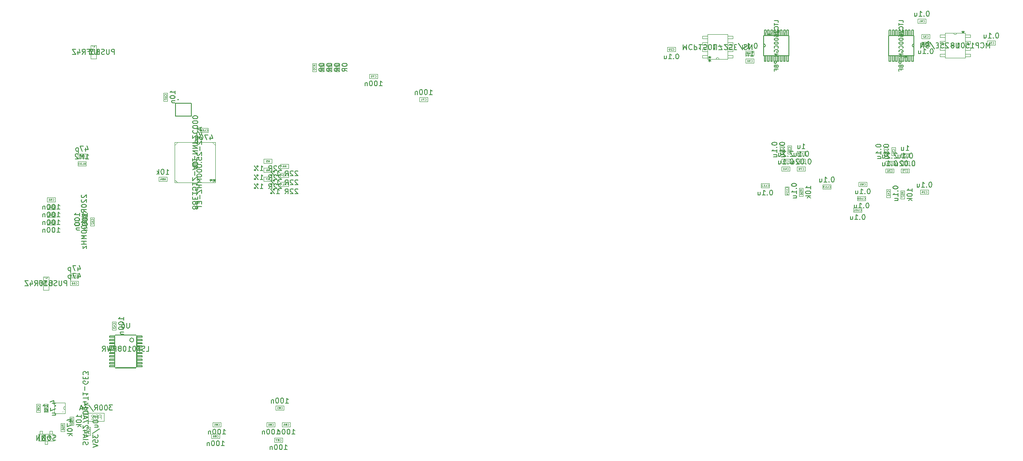
<source format=gbr>
%TF.GenerationSoftware,KiCad,Pcbnew,8.0.5*%
%TF.CreationDate,2025-04-11T15:09:43-05:00*%
%TF.ProjectId,PSEC5_Ctrl_Board,50534543-355f-4437-9472-6c5f426f6172,rev?*%
%TF.SameCoordinates,Original*%
%TF.FileFunction,AssemblyDrawing,Bot*%
%FSLAX46Y46*%
G04 Gerber Fmt 4.6, Leading zero omitted, Abs format (unit mm)*
G04 Created by KiCad (PCBNEW 8.0.5) date 2025-04-11 15:09:43*
%MOMM*%
%LPD*%
G01*
G04 APERTURE LIST*
%ADD10C,0.150000*%
%ADD11C,0.060000*%
%ADD12C,0.120000*%
%ADD13C,0.100000*%
%ADD14C,0.025400*%
%ADD15C,0.152400*%
%ADD16C,0.127000*%
%ADD17C,0.200000*%
G04 APERTURE END LIST*
D10*
X114641475Y-74132057D02*
X114593856Y-74084438D01*
X114593856Y-74084438D02*
X114498618Y-74036819D01*
X114498618Y-74036819D02*
X114260523Y-74036819D01*
X114260523Y-74036819D02*
X114165285Y-74084438D01*
X114165285Y-74084438D02*
X114117666Y-74132057D01*
X114117666Y-74132057D02*
X114070047Y-74227295D01*
X114070047Y-74227295D02*
X114070047Y-74322533D01*
X114070047Y-74322533D02*
X114117666Y-74465390D01*
X114117666Y-74465390D02*
X114689094Y-75036819D01*
X114689094Y-75036819D02*
X114070047Y-75036819D01*
X113689094Y-74132057D02*
X113641475Y-74084438D01*
X113641475Y-74084438D02*
X113546237Y-74036819D01*
X113546237Y-74036819D02*
X113308142Y-74036819D01*
X113308142Y-74036819D02*
X113212904Y-74084438D01*
X113212904Y-74084438D02*
X113165285Y-74132057D01*
X113165285Y-74132057D02*
X113117666Y-74227295D01*
X113117666Y-74227295D02*
X113117666Y-74322533D01*
X113117666Y-74322533D02*
X113165285Y-74465390D01*
X113165285Y-74465390D02*
X113736713Y-75036819D01*
X113736713Y-75036819D02*
X113117666Y-75036819D01*
X112117666Y-75036819D02*
X112450999Y-74560628D01*
X112689094Y-75036819D02*
X112689094Y-74036819D01*
X112689094Y-74036819D02*
X112308142Y-74036819D01*
X112308142Y-74036819D02*
X112212904Y-74084438D01*
X112212904Y-74084438D02*
X112165285Y-74132057D01*
X112165285Y-74132057D02*
X112117666Y-74227295D01*
X112117666Y-74227295D02*
X112117666Y-74370152D01*
X112117666Y-74370152D02*
X112165285Y-74465390D01*
X112165285Y-74465390D02*
X112212904Y-74513009D01*
X112212904Y-74513009D02*
X112308142Y-74560628D01*
X112308142Y-74560628D02*
X112689094Y-74560628D01*
X110403380Y-75036819D02*
X110974808Y-75036819D01*
X110689094Y-75036819D02*
X110689094Y-74036819D01*
X110689094Y-74036819D02*
X110784332Y-74179676D01*
X110784332Y-74179676D02*
X110879570Y-74274914D01*
X110879570Y-74274914D02*
X110974808Y-74322533D01*
X110022427Y-75036819D02*
X109260523Y-74036819D01*
X109879570Y-74036819D02*
X109784332Y-74084438D01*
X109784332Y-74084438D02*
X109736713Y-74179676D01*
X109736713Y-74179676D02*
X109784332Y-74274914D01*
X109784332Y-74274914D02*
X109879570Y-74322533D01*
X109879570Y-74322533D02*
X109974808Y-74274914D01*
X109974808Y-74274914D02*
X110022427Y-74179676D01*
X110022427Y-74179676D02*
X109974808Y-74084438D01*
X109974808Y-74084438D02*
X109879570Y-74036819D01*
X109308142Y-74989200D02*
X109260523Y-74893961D01*
X109260523Y-74893961D02*
X109308142Y-74798723D01*
X109308142Y-74798723D02*
X109403380Y-74751104D01*
X109403380Y-74751104D02*
X109498618Y-74798723D01*
X109498618Y-74798723D02*
X109546237Y-74893961D01*
X109546237Y-74893961D02*
X109498618Y-74989200D01*
X109498618Y-74989200D02*
X109403380Y-75036819D01*
X109403380Y-75036819D02*
X109308142Y-74989200D01*
D11*
X112017666Y-73333927D02*
X112150999Y-73143451D01*
X112246237Y-73333927D02*
X112246237Y-72933927D01*
X112246237Y-72933927D02*
X112093856Y-72933927D01*
X112093856Y-72933927D02*
X112055761Y-72952975D01*
X112055761Y-72952975D02*
X112036714Y-72972022D01*
X112036714Y-72972022D02*
X112017666Y-73010118D01*
X112017666Y-73010118D02*
X112017666Y-73067260D01*
X112017666Y-73067260D02*
X112036714Y-73105356D01*
X112036714Y-73105356D02*
X112055761Y-73124403D01*
X112055761Y-73124403D02*
X112093856Y-73143451D01*
X112093856Y-73143451D02*
X112246237Y-73143451D01*
X111655761Y-72933927D02*
X111846237Y-72933927D01*
X111846237Y-72933927D02*
X111865285Y-73124403D01*
X111865285Y-73124403D02*
X111846237Y-73105356D01*
X111846237Y-73105356D02*
X111808142Y-73086308D01*
X111808142Y-73086308D02*
X111712904Y-73086308D01*
X111712904Y-73086308D02*
X111674809Y-73105356D01*
X111674809Y-73105356D02*
X111655761Y-73124403D01*
X111655761Y-73124403D02*
X111636714Y-73162499D01*
X111636714Y-73162499D02*
X111636714Y-73257737D01*
X111636714Y-73257737D02*
X111655761Y-73295832D01*
X111655761Y-73295832D02*
X111674809Y-73314880D01*
X111674809Y-73314880D02*
X111712904Y-73333927D01*
X111712904Y-73333927D02*
X111808142Y-73333927D01*
X111808142Y-73333927D02*
X111846237Y-73314880D01*
X111846237Y-73314880D02*
X111865285Y-73295832D01*
D10*
X117880475Y-78704057D02*
X117832856Y-78656438D01*
X117832856Y-78656438D02*
X117737618Y-78608819D01*
X117737618Y-78608819D02*
X117499523Y-78608819D01*
X117499523Y-78608819D02*
X117404285Y-78656438D01*
X117404285Y-78656438D02*
X117356666Y-78704057D01*
X117356666Y-78704057D02*
X117309047Y-78799295D01*
X117309047Y-78799295D02*
X117309047Y-78894533D01*
X117309047Y-78894533D02*
X117356666Y-79037390D01*
X117356666Y-79037390D02*
X117928094Y-79608819D01*
X117928094Y-79608819D02*
X117309047Y-79608819D01*
X116928094Y-78704057D02*
X116880475Y-78656438D01*
X116880475Y-78656438D02*
X116785237Y-78608819D01*
X116785237Y-78608819D02*
X116547142Y-78608819D01*
X116547142Y-78608819D02*
X116451904Y-78656438D01*
X116451904Y-78656438D02*
X116404285Y-78704057D01*
X116404285Y-78704057D02*
X116356666Y-78799295D01*
X116356666Y-78799295D02*
X116356666Y-78894533D01*
X116356666Y-78894533D02*
X116404285Y-79037390D01*
X116404285Y-79037390D02*
X116975713Y-79608819D01*
X116975713Y-79608819D02*
X116356666Y-79608819D01*
X115356666Y-79608819D02*
X115689999Y-79132628D01*
X115928094Y-79608819D02*
X115928094Y-78608819D01*
X115928094Y-78608819D02*
X115547142Y-78608819D01*
X115547142Y-78608819D02*
X115451904Y-78656438D01*
X115451904Y-78656438D02*
X115404285Y-78704057D01*
X115404285Y-78704057D02*
X115356666Y-78799295D01*
X115356666Y-78799295D02*
X115356666Y-78942152D01*
X115356666Y-78942152D02*
X115404285Y-79037390D01*
X115404285Y-79037390D02*
X115451904Y-79085009D01*
X115451904Y-79085009D02*
X115547142Y-79132628D01*
X115547142Y-79132628D02*
X115928094Y-79132628D01*
X113642380Y-79608819D02*
X114213808Y-79608819D01*
X113928094Y-79608819D02*
X113928094Y-78608819D01*
X113928094Y-78608819D02*
X114023332Y-78751676D01*
X114023332Y-78751676D02*
X114118570Y-78846914D01*
X114118570Y-78846914D02*
X114213808Y-78894533D01*
X113261427Y-79608819D02*
X112499523Y-78608819D01*
X113118570Y-78608819D02*
X113023332Y-78656438D01*
X113023332Y-78656438D02*
X112975713Y-78751676D01*
X112975713Y-78751676D02*
X113023332Y-78846914D01*
X113023332Y-78846914D02*
X113118570Y-78894533D01*
X113118570Y-78894533D02*
X113213808Y-78846914D01*
X113213808Y-78846914D02*
X113261427Y-78751676D01*
X113261427Y-78751676D02*
X113213808Y-78656438D01*
X113213808Y-78656438D02*
X113118570Y-78608819D01*
X112547142Y-79561200D02*
X112499523Y-79465961D01*
X112499523Y-79465961D02*
X112547142Y-79370723D01*
X112547142Y-79370723D02*
X112642380Y-79323104D01*
X112642380Y-79323104D02*
X112737618Y-79370723D01*
X112737618Y-79370723D02*
X112785237Y-79465961D01*
X112785237Y-79465961D02*
X112737618Y-79561200D01*
X112737618Y-79561200D02*
X112642380Y-79608819D01*
X112642380Y-79608819D02*
X112547142Y-79561200D01*
D11*
X115256666Y-77905927D02*
X115389999Y-77715451D01*
X115485237Y-77905927D02*
X115485237Y-77505927D01*
X115485237Y-77505927D02*
X115332856Y-77505927D01*
X115332856Y-77505927D02*
X115294761Y-77524975D01*
X115294761Y-77524975D02*
X115275714Y-77544022D01*
X115275714Y-77544022D02*
X115256666Y-77582118D01*
X115256666Y-77582118D02*
X115256666Y-77639260D01*
X115256666Y-77639260D02*
X115275714Y-77677356D01*
X115275714Y-77677356D02*
X115294761Y-77696403D01*
X115294761Y-77696403D02*
X115332856Y-77715451D01*
X115332856Y-77715451D02*
X115485237Y-77715451D01*
X114875714Y-77905927D02*
X115104285Y-77905927D01*
X114989999Y-77905927D02*
X114989999Y-77505927D01*
X114989999Y-77505927D02*
X115028095Y-77563070D01*
X115028095Y-77563070D02*
X115066190Y-77601165D01*
X115066190Y-77601165D02*
X115104285Y-77620213D01*
D10*
X91781238Y-75732819D02*
X92352666Y-75732819D01*
X92066952Y-75732819D02*
X92066952Y-74732819D01*
X92066952Y-74732819D02*
X92162190Y-74875676D01*
X92162190Y-74875676D02*
X92257428Y-74970914D01*
X92257428Y-74970914D02*
X92352666Y-75018533D01*
X91162190Y-74732819D02*
X91066952Y-74732819D01*
X91066952Y-74732819D02*
X90971714Y-74780438D01*
X90971714Y-74780438D02*
X90924095Y-74828057D01*
X90924095Y-74828057D02*
X90876476Y-74923295D01*
X90876476Y-74923295D02*
X90828857Y-75113771D01*
X90828857Y-75113771D02*
X90828857Y-75351866D01*
X90828857Y-75351866D02*
X90876476Y-75542342D01*
X90876476Y-75542342D02*
X90924095Y-75637580D01*
X90924095Y-75637580D02*
X90971714Y-75685200D01*
X90971714Y-75685200D02*
X91066952Y-75732819D01*
X91066952Y-75732819D02*
X91162190Y-75732819D01*
X91162190Y-75732819D02*
X91257428Y-75685200D01*
X91257428Y-75685200D02*
X91305047Y-75637580D01*
X91305047Y-75637580D02*
X91352666Y-75542342D01*
X91352666Y-75542342D02*
X91400285Y-75351866D01*
X91400285Y-75351866D02*
X91400285Y-75113771D01*
X91400285Y-75113771D02*
X91352666Y-74923295D01*
X91352666Y-74923295D02*
X91305047Y-74828057D01*
X91305047Y-74828057D02*
X91257428Y-74780438D01*
X91257428Y-74780438D02*
X91162190Y-74732819D01*
X90400285Y-75732819D02*
X90400285Y-74732819D01*
X90305047Y-75351866D02*
X90019333Y-75732819D01*
X90019333Y-75066152D02*
X90400285Y-75447104D01*
D11*
X91443142Y-76889927D02*
X91576475Y-76699451D01*
X91671713Y-76889927D02*
X91671713Y-76489927D01*
X91671713Y-76489927D02*
X91519332Y-76489927D01*
X91519332Y-76489927D02*
X91481237Y-76508975D01*
X91481237Y-76508975D02*
X91462190Y-76528022D01*
X91462190Y-76528022D02*
X91443142Y-76566118D01*
X91443142Y-76566118D02*
X91443142Y-76623260D01*
X91443142Y-76623260D02*
X91462190Y-76661356D01*
X91462190Y-76661356D02*
X91481237Y-76680403D01*
X91481237Y-76680403D02*
X91519332Y-76699451D01*
X91519332Y-76699451D02*
X91671713Y-76699451D01*
X91214571Y-76661356D02*
X91252666Y-76642308D01*
X91252666Y-76642308D02*
X91271713Y-76623260D01*
X91271713Y-76623260D02*
X91290761Y-76585165D01*
X91290761Y-76585165D02*
X91290761Y-76566118D01*
X91290761Y-76566118D02*
X91271713Y-76528022D01*
X91271713Y-76528022D02*
X91252666Y-76508975D01*
X91252666Y-76508975D02*
X91214571Y-76489927D01*
X91214571Y-76489927D02*
X91138380Y-76489927D01*
X91138380Y-76489927D02*
X91100285Y-76508975D01*
X91100285Y-76508975D02*
X91081237Y-76528022D01*
X91081237Y-76528022D02*
X91062190Y-76566118D01*
X91062190Y-76566118D02*
X91062190Y-76585165D01*
X91062190Y-76585165D02*
X91081237Y-76623260D01*
X91081237Y-76623260D02*
X91100285Y-76642308D01*
X91100285Y-76642308D02*
X91138380Y-76661356D01*
X91138380Y-76661356D02*
X91214571Y-76661356D01*
X91214571Y-76661356D02*
X91252666Y-76680403D01*
X91252666Y-76680403D02*
X91271713Y-76699451D01*
X91271713Y-76699451D02*
X91290761Y-76737546D01*
X91290761Y-76737546D02*
X91290761Y-76813737D01*
X91290761Y-76813737D02*
X91271713Y-76851832D01*
X91271713Y-76851832D02*
X91252666Y-76870880D01*
X91252666Y-76870880D02*
X91214571Y-76889927D01*
X91214571Y-76889927D02*
X91138380Y-76889927D01*
X91138380Y-76889927D02*
X91100285Y-76870880D01*
X91100285Y-76870880D02*
X91081237Y-76851832D01*
X91081237Y-76851832D02*
X91062190Y-76813737D01*
X91062190Y-76813737D02*
X91062190Y-76737546D01*
X91062190Y-76737546D02*
X91081237Y-76699451D01*
X91081237Y-76699451D02*
X91100285Y-76680403D01*
X91100285Y-76680403D02*
X91138380Y-76661356D01*
X90719333Y-76623260D02*
X90719333Y-76889927D01*
X90814571Y-76470880D02*
X90909809Y-76756594D01*
X90909809Y-76756594D02*
X90662190Y-76756594D01*
D10*
X143867047Y-59984819D02*
X144438475Y-59984819D01*
X144152761Y-59984819D02*
X144152761Y-58984819D01*
X144152761Y-58984819D02*
X144247999Y-59127676D01*
X144247999Y-59127676D02*
X144343237Y-59222914D01*
X144343237Y-59222914D02*
X144438475Y-59270533D01*
X143247999Y-58984819D02*
X143152761Y-58984819D01*
X143152761Y-58984819D02*
X143057523Y-59032438D01*
X143057523Y-59032438D02*
X143009904Y-59080057D01*
X143009904Y-59080057D02*
X142962285Y-59175295D01*
X142962285Y-59175295D02*
X142914666Y-59365771D01*
X142914666Y-59365771D02*
X142914666Y-59603866D01*
X142914666Y-59603866D02*
X142962285Y-59794342D01*
X142962285Y-59794342D02*
X143009904Y-59889580D01*
X143009904Y-59889580D02*
X143057523Y-59937200D01*
X143057523Y-59937200D02*
X143152761Y-59984819D01*
X143152761Y-59984819D02*
X143247999Y-59984819D01*
X143247999Y-59984819D02*
X143343237Y-59937200D01*
X143343237Y-59937200D02*
X143390856Y-59889580D01*
X143390856Y-59889580D02*
X143438475Y-59794342D01*
X143438475Y-59794342D02*
X143486094Y-59603866D01*
X143486094Y-59603866D02*
X143486094Y-59365771D01*
X143486094Y-59365771D02*
X143438475Y-59175295D01*
X143438475Y-59175295D02*
X143390856Y-59080057D01*
X143390856Y-59080057D02*
X143343237Y-59032438D01*
X143343237Y-59032438D02*
X143247999Y-58984819D01*
X142295618Y-58984819D02*
X142200380Y-58984819D01*
X142200380Y-58984819D02*
X142105142Y-59032438D01*
X142105142Y-59032438D02*
X142057523Y-59080057D01*
X142057523Y-59080057D02*
X142009904Y-59175295D01*
X142009904Y-59175295D02*
X141962285Y-59365771D01*
X141962285Y-59365771D02*
X141962285Y-59603866D01*
X141962285Y-59603866D02*
X142009904Y-59794342D01*
X142009904Y-59794342D02*
X142057523Y-59889580D01*
X142057523Y-59889580D02*
X142105142Y-59937200D01*
X142105142Y-59937200D02*
X142200380Y-59984819D01*
X142200380Y-59984819D02*
X142295618Y-59984819D01*
X142295618Y-59984819D02*
X142390856Y-59937200D01*
X142390856Y-59937200D02*
X142438475Y-59889580D01*
X142438475Y-59889580D02*
X142486094Y-59794342D01*
X142486094Y-59794342D02*
X142533713Y-59603866D01*
X142533713Y-59603866D02*
X142533713Y-59365771D01*
X142533713Y-59365771D02*
X142486094Y-59175295D01*
X142486094Y-59175295D02*
X142438475Y-59080057D01*
X142438475Y-59080057D02*
X142390856Y-59032438D01*
X142390856Y-59032438D02*
X142295618Y-58984819D01*
X141533713Y-59318152D02*
X141533713Y-59984819D01*
X141533713Y-59413390D02*
X141486094Y-59365771D01*
X141486094Y-59365771D02*
X141390856Y-59318152D01*
X141390856Y-59318152D02*
X141247999Y-59318152D01*
X141247999Y-59318152D02*
X141152761Y-59365771D01*
X141152761Y-59365771D02*
X141105142Y-59461009D01*
X141105142Y-59461009D02*
X141105142Y-59984819D01*
D11*
X143005142Y-61103832D02*
X143024190Y-61122880D01*
X143024190Y-61122880D02*
X143081332Y-61141927D01*
X143081332Y-61141927D02*
X143119428Y-61141927D01*
X143119428Y-61141927D02*
X143176571Y-61122880D01*
X143176571Y-61122880D02*
X143214666Y-61084784D01*
X143214666Y-61084784D02*
X143233713Y-61046689D01*
X143233713Y-61046689D02*
X143252761Y-60970499D01*
X143252761Y-60970499D02*
X143252761Y-60913356D01*
X143252761Y-60913356D02*
X143233713Y-60837165D01*
X143233713Y-60837165D02*
X143214666Y-60799070D01*
X143214666Y-60799070D02*
X143176571Y-60760975D01*
X143176571Y-60760975D02*
X143119428Y-60741927D01*
X143119428Y-60741927D02*
X143081332Y-60741927D01*
X143081332Y-60741927D02*
X143024190Y-60760975D01*
X143024190Y-60760975D02*
X143005142Y-60780022D01*
X142871809Y-60741927D02*
X142605142Y-60741927D01*
X142605142Y-60741927D02*
X142776571Y-61141927D01*
X142243238Y-61141927D02*
X142471809Y-61141927D01*
X142357523Y-61141927D02*
X142357523Y-60741927D01*
X142357523Y-60741927D02*
X142395619Y-60799070D01*
X142395619Y-60799070D02*
X142433714Y-60837165D01*
X142433714Y-60837165D02*
X142471809Y-60856213D01*
D10*
X78338819Y-123944380D02*
X78338819Y-123372952D01*
X78338819Y-123658666D02*
X77338819Y-123658666D01*
X77338819Y-123658666D02*
X77481676Y-123563428D01*
X77481676Y-123563428D02*
X77576914Y-123468190D01*
X77576914Y-123468190D02*
X77624533Y-123372952D01*
X77338819Y-124563428D02*
X77338819Y-124658666D01*
X77338819Y-124658666D02*
X77386438Y-124753904D01*
X77386438Y-124753904D02*
X77434057Y-124801523D01*
X77434057Y-124801523D02*
X77529295Y-124849142D01*
X77529295Y-124849142D02*
X77719771Y-124896761D01*
X77719771Y-124896761D02*
X77957866Y-124896761D01*
X77957866Y-124896761D02*
X78148342Y-124849142D01*
X78148342Y-124849142D02*
X78243580Y-124801523D01*
X78243580Y-124801523D02*
X78291200Y-124753904D01*
X78291200Y-124753904D02*
X78338819Y-124658666D01*
X78338819Y-124658666D02*
X78338819Y-124563428D01*
X78338819Y-124563428D02*
X78291200Y-124468190D01*
X78291200Y-124468190D02*
X78243580Y-124420571D01*
X78243580Y-124420571D02*
X78148342Y-124372952D01*
X78148342Y-124372952D02*
X77957866Y-124325333D01*
X77957866Y-124325333D02*
X77719771Y-124325333D01*
X77719771Y-124325333D02*
X77529295Y-124372952D01*
X77529295Y-124372952D02*
X77434057Y-124420571D01*
X77434057Y-124420571D02*
X77386438Y-124468190D01*
X77386438Y-124468190D02*
X77338819Y-124563428D01*
X77672152Y-125753904D02*
X78338819Y-125753904D01*
X77672152Y-125325333D02*
X78195961Y-125325333D01*
X78195961Y-125325333D02*
X78291200Y-125372952D01*
X78291200Y-125372952D02*
X78338819Y-125468190D01*
X78338819Y-125468190D02*
X78338819Y-125611047D01*
X78338819Y-125611047D02*
X78291200Y-125706285D01*
X78291200Y-125706285D02*
X78243580Y-125753904D01*
X77291200Y-126944380D02*
X78576914Y-126087238D01*
X77338819Y-127182476D02*
X77338819Y-127801523D01*
X77338819Y-127801523D02*
X77719771Y-127468190D01*
X77719771Y-127468190D02*
X77719771Y-127611047D01*
X77719771Y-127611047D02*
X77767390Y-127706285D01*
X77767390Y-127706285D02*
X77815009Y-127753904D01*
X77815009Y-127753904D02*
X77910247Y-127801523D01*
X77910247Y-127801523D02*
X78148342Y-127801523D01*
X78148342Y-127801523D02*
X78243580Y-127753904D01*
X78243580Y-127753904D02*
X78291200Y-127706285D01*
X78291200Y-127706285D02*
X78338819Y-127611047D01*
X78338819Y-127611047D02*
X78338819Y-127325333D01*
X78338819Y-127325333D02*
X78291200Y-127230095D01*
X78291200Y-127230095D02*
X78243580Y-127182476D01*
X77338819Y-128706285D02*
X77338819Y-128230095D01*
X77338819Y-128230095D02*
X77815009Y-128182476D01*
X77815009Y-128182476D02*
X77767390Y-128230095D01*
X77767390Y-128230095D02*
X77719771Y-128325333D01*
X77719771Y-128325333D02*
X77719771Y-128563428D01*
X77719771Y-128563428D02*
X77767390Y-128658666D01*
X77767390Y-128658666D02*
X77815009Y-128706285D01*
X77815009Y-128706285D02*
X77910247Y-128753904D01*
X77910247Y-128753904D02*
X78148342Y-128753904D01*
X78148342Y-128753904D02*
X78243580Y-128706285D01*
X78243580Y-128706285D02*
X78291200Y-128658666D01*
X78291200Y-128658666D02*
X78338819Y-128563428D01*
X78338819Y-128563428D02*
X78338819Y-128325333D01*
X78338819Y-128325333D02*
X78291200Y-128230095D01*
X78291200Y-128230095D02*
X78243580Y-128182476D01*
X77338819Y-129039619D02*
X78338819Y-129372952D01*
X78338819Y-129372952D02*
X77338819Y-129706285D01*
D11*
X76597832Y-126234857D02*
X76616880Y-126215809D01*
X76616880Y-126215809D02*
X76635927Y-126158667D01*
X76635927Y-126158667D02*
X76635927Y-126120571D01*
X76635927Y-126120571D02*
X76616880Y-126063428D01*
X76616880Y-126063428D02*
X76578784Y-126025333D01*
X76578784Y-126025333D02*
X76540689Y-126006286D01*
X76540689Y-126006286D02*
X76464499Y-125987238D01*
X76464499Y-125987238D02*
X76407356Y-125987238D01*
X76407356Y-125987238D02*
X76331165Y-126006286D01*
X76331165Y-126006286D02*
X76293070Y-126025333D01*
X76293070Y-126025333D02*
X76254975Y-126063428D01*
X76254975Y-126063428D02*
X76235927Y-126120571D01*
X76235927Y-126120571D02*
X76235927Y-126158667D01*
X76235927Y-126158667D02*
X76254975Y-126215809D01*
X76254975Y-126215809D02*
X76274022Y-126234857D01*
X76635927Y-126425333D02*
X76635927Y-126501524D01*
X76635927Y-126501524D02*
X76616880Y-126539619D01*
X76616880Y-126539619D02*
X76597832Y-126558667D01*
X76597832Y-126558667D02*
X76540689Y-126596762D01*
X76540689Y-126596762D02*
X76464499Y-126615809D01*
X76464499Y-126615809D02*
X76312118Y-126615809D01*
X76312118Y-126615809D02*
X76274022Y-126596762D01*
X76274022Y-126596762D02*
X76254975Y-126577714D01*
X76254975Y-126577714D02*
X76235927Y-126539619D01*
X76235927Y-126539619D02*
X76235927Y-126463428D01*
X76235927Y-126463428D02*
X76254975Y-126425333D01*
X76254975Y-126425333D02*
X76274022Y-126406286D01*
X76274022Y-126406286D02*
X76312118Y-126387238D01*
X76312118Y-126387238D02*
X76407356Y-126387238D01*
X76407356Y-126387238D02*
X76445451Y-126406286D01*
X76445451Y-126406286D02*
X76464499Y-126425333D01*
X76464499Y-126425333D02*
X76483546Y-126463428D01*
X76483546Y-126463428D02*
X76483546Y-126539619D01*
X76483546Y-126539619D02*
X76464499Y-126577714D01*
X76464499Y-126577714D02*
X76445451Y-126596762D01*
X76445451Y-126596762D02*
X76407356Y-126615809D01*
X76369260Y-126958666D02*
X76635927Y-126958666D01*
X76216880Y-126863428D02*
X76502594Y-126768190D01*
X76502594Y-126768190D02*
X76502594Y-127015809D01*
D10*
X126614819Y-54062381D02*
X126614819Y-54157619D01*
X126614819Y-54157619D02*
X126662438Y-54252857D01*
X126662438Y-54252857D02*
X126710057Y-54300476D01*
X126710057Y-54300476D02*
X126805295Y-54348095D01*
X126805295Y-54348095D02*
X126995771Y-54395714D01*
X126995771Y-54395714D02*
X127233866Y-54395714D01*
X127233866Y-54395714D02*
X127424342Y-54348095D01*
X127424342Y-54348095D02*
X127519580Y-54300476D01*
X127519580Y-54300476D02*
X127567200Y-54252857D01*
X127567200Y-54252857D02*
X127614819Y-54157619D01*
X127614819Y-54157619D02*
X127614819Y-54062381D01*
X127614819Y-54062381D02*
X127567200Y-53967143D01*
X127567200Y-53967143D02*
X127519580Y-53919524D01*
X127519580Y-53919524D02*
X127424342Y-53871905D01*
X127424342Y-53871905D02*
X127233866Y-53824286D01*
X127233866Y-53824286D02*
X126995771Y-53824286D01*
X126995771Y-53824286D02*
X126805295Y-53871905D01*
X126805295Y-53871905D02*
X126710057Y-53919524D01*
X126710057Y-53919524D02*
X126662438Y-53967143D01*
X126662438Y-53967143D02*
X126614819Y-54062381D01*
X127614819Y-55395714D02*
X127138628Y-55062381D01*
X127614819Y-54824286D02*
X126614819Y-54824286D01*
X126614819Y-54824286D02*
X126614819Y-55205238D01*
X126614819Y-55205238D02*
X126662438Y-55300476D01*
X126662438Y-55300476D02*
X126710057Y-55348095D01*
X126710057Y-55348095D02*
X126805295Y-55395714D01*
X126805295Y-55395714D02*
X126948152Y-55395714D01*
X126948152Y-55395714D02*
X127043390Y-55348095D01*
X127043390Y-55348095D02*
X127091009Y-55300476D01*
X127091009Y-55300476D02*
X127138628Y-55205238D01*
X127138628Y-55205238D02*
X127138628Y-54824286D01*
D11*
X125911927Y-54352857D02*
X125721451Y-54219524D01*
X125911927Y-54124286D02*
X125511927Y-54124286D01*
X125511927Y-54124286D02*
X125511927Y-54276667D01*
X125511927Y-54276667D02*
X125530975Y-54314762D01*
X125530975Y-54314762D02*
X125550022Y-54333809D01*
X125550022Y-54333809D02*
X125588118Y-54352857D01*
X125588118Y-54352857D02*
X125645260Y-54352857D01*
X125645260Y-54352857D02*
X125683356Y-54333809D01*
X125683356Y-54333809D02*
X125702403Y-54314762D01*
X125702403Y-54314762D02*
X125721451Y-54276667D01*
X125721451Y-54276667D02*
X125721451Y-54124286D01*
X125511927Y-54486190D02*
X125511927Y-54752857D01*
X125511927Y-54752857D02*
X125911927Y-54581428D01*
X125511927Y-55095714D02*
X125511927Y-54905238D01*
X125511927Y-54905238D02*
X125702403Y-54886190D01*
X125702403Y-54886190D02*
X125683356Y-54905238D01*
X125683356Y-54905238D02*
X125664308Y-54943333D01*
X125664308Y-54943333D02*
X125664308Y-55038571D01*
X125664308Y-55038571D02*
X125683356Y-55076666D01*
X125683356Y-55076666D02*
X125702403Y-55095714D01*
X125702403Y-55095714D02*
X125740499Y-55114761D01*
X125740499Y-55114761D02*
X125835737Y-55114761D01*
X125835737Y-55114761D02*
X125873832Y-55095714D01*
X125873832Y-55095714D02*
X125892880Y-55076666D01*
X125892880Y-55076666D02*
X125911927Y-55038571D01*
X125911927Y-55038571D02*
X125911927Y-54943333D01*
X125911927Y-54943333D02*
X125892880Y-54905238D01*
X125892880Y-54905238D02*
X125873832Y-54886190D01*
D10*
X230830285Y-78608819D02*
X230735047Y-78608819D01*
X230735047Y-78608819D02*
X230639809Y-78656438D01*
X230639809Y-78656438D02*
X230592190Y-78704057D01*
X230592190Y-78704057D02*
X230544571Y-78799295D01*
X230544571Y-78799295D02*
X230496952Y-78989771D01*
X230496952Y-78989771D02*
X230496952Y-79227866D01*
X230496952Y-79227866D02*
X230544571Y-79418342D01*
X230544571Y-79418342D02*
X230592190Y-79513580D01*
X230592190Y-79513580D02*
X230639809Y-79561200D01*
X230639809Y-79561200D02*
X230735047Y-79608819D01*
X230735047Y-79608819D02*
X230830285Y-79608819D01*
X230830285Y-79608819D02*
X230925523Y-79561200D01*
X230925523Y-79561200D02*
X230973142Y-79513580D01*
X230973142Y-79513580D02*
X231020761Y-79418342D01*
X231020761Y-79418342D02*
X231068380Y-79227866D01*
X231068380Y-79227866D02*
X231068380Y-78989771D01*
X231068380Y-78989771D02*
X231020761Y-78799295D01*
X231020761Y-78799295D02*
X230973142Y-78704057D01*
X230973142Y-78704057D02*
X230925523Y-78656438D01*
X230925523Y-78656438D02*
X230830285Y-78608819D01*
X230068380Y-79513580D02*
X230020761Y-79561200D01*
X230020761Y-79561200D02*
X230068380Y-79608819D01*
X230068380Y-79608819D02*
X230115999Y-79561200D01*
X230115999Y-79561200D02*
X230068380Y-79513580D01*
X230068380Y-79513580D02*
X230068380Y-79608819D01*
X229068381Y-79608819D02*
X229639809Y-79608819D01*
X229354095Y-79608819D02*
X229354095Y-78608819D01*
X229354095Y-78608819D02*
X229449333Y-78751676D01*
X229449333Y-78751676D02*
X229544571Y-78846914D01*
X229544571Y-78846914D02*
X229639809Y-78894533D01*
X228211238Y-78942152D02*
X228211238Y-79608819D01*
X228639809Y-78942152D02*
X228639809Y-79465961D01*
X228639809Y-79465961D02*
X228592190Y-79561200D01*
X228592190Y-79561200D02*
X228496952Y-79608819D01*
X228496952Y-79608819D02*
X228354095Y-79608819D01*
X228354095Y-79608819D02*
X228258857Y-79561200D01*
X228258857Y-79561200D02*
X228211238Y-79513580D01*
D11*
X229873142Y-77867832D02*
X229892190Y-77886880D01*
X229892190Y-77886880D02*
X229949332Y-77905927D01*
X229949332Y-77905927D02*
X229987428Y-77905927D01*
X229987428Y-77905927D02*
X230044571Y-77886880D01*
X230044571Y-77886880D02*
X230082666Y-77848784D01*
X230082666Y-77848784D02*
X230101713Y-77810689D01*
X230101713Y-77810689D02*
X230120761Y-77734499D01*
X230120761Y-77734499D02*
X230120761Y-77677356D01*
X230120761Y-77677356D02*
X230101713Y-77601165D01*
X230101713Y-77601165D02*
X230082666Y-77563070D01*
X230082666Y-77563070D02*
X230044571Y-77524975D01*
X230044571Y-77524975D02*
X229987428Y-77505927D01*
X229987428Y-77505927D02*
X229949332Y-77505927D01*
X229949332Y-77505927D02*
X229892190Y-77524975D01*
X229892190Y-77524975D02*
X229873142Y-77544022D01*
X229682666Y-77905927D02*
X229606475Y-77905927D01*
X229606475Y-77905927D02*
X229568380Y-77886880D01*
X229568380Y-77886880D02*
X229549332Y-77867832D01*
X229549332Y-77867832D02*
X229511237Y-77810689D01*
X229511237Y-77810689D02*
X229492190Y-77734499D01*
X229492190Y-77734499D02*
X229492190Y-77582118D01*
X229492190Y-77582118D02*
X229511237Y-77544022D01*
X229511237Y-77544022D02*
X229530285Y-77524975D01*
X229530285Y-77524975D02*
X229568380Y-77505927D01*
X229568380Y-77505927D02*
X229644571Y-77505927D01*
X229644571Y-77505927D02*
X229682666Y-77524975D01*
X229682666Y-77524975D02*
X229701713Y-77544022D01*
X229701713Y-77544022D02*
X229720761Y-77582118D01*
X229720761Y-77582118D02*
X229720761Y-77677356D01*
X229720761Y-77677356D02*
X229701713Y-77715451D01*
X229701713Y-77715451D02*
X229682666Y-77734499D01*
X229682666Y-77734499D02*
X229644571Y-77753546D01*
X229644571Y-77753546D02*
X229568380Y-77753546D01*
X229568380Y-77753546D02*
X229530285Y-77734499D01*
X229530285Y-77734499D02*
X229511237Y-77715451D01*
X229511237Y-77715451D02*
X229492190Y-77677356D01*
X229301714Y-77905927D02*
X229225523Y-77905927D01*
X229225523Y-77905927D02*
X229187428Y-77886880D01*
X229187428Y-77886880D02*
X229168380Y-77867832D01*
X229168380Y-77867832D02*
X229130285Y-77810689D01*
X229130285Y-77810689D02*
X229111238Y-77734499D01*
X229111238Y-77734499D02*
X229111238Y-77582118D01*
X229111238Y-77582118D02*
X229130285Y-77544022D01*
X229130285Y-77544022D02*
X229149333Y-77524975D01*
X229149333Y-77524975D02*
X229187428Y-77505927D01*
X229187428Y-77505927D02*
X229263619Y-77505927D01*
X229263619Y-77505927D02*
X229301714Y-77524975D01*
X229301714Y-77524975D02*
X229320761Y-77544022D01*
X229320761Y-77544022D02*
X229339809Y-77582118D01*
X229339809Y-77582118D02*
X229339809Y-77677356D01*
X229339809Y-77677356D02*
X229320761Y-77715451D01*
X229320761Y-77715451D02*
X229301714Y-77734499D01*
X229301714Y-77734499D02*
X229263619Y-77753546D01*
X229263619Y-77753546D02*
X229187428Y-77753546D01*
X229187428Y-77753546D02*
X229149333Y-77734499D01*
X229149333Y-77734499D02*
X229130285Y-77715451D01*
X229130285Y-77715451D02*
X229111238Y-77677356D01*
D10*
X238164666Y-71033819D02*
X238736094Y-71033819D01*
X238450380Y-71033819D02*
X238450380Y-70033819D01*
X238450380Y-70033819D02*
X238545618Y-70176676D01*
X238545618Y-70176676D02*
X238640856Y-70271914D01*
X238640856Y-70271914D02*
X238736094Y-70319533D01*
X237307523Y-70367152D02*
X237307523Y-71033819D01*
X237736094Y-70367152D02*
X237736094Y-70890961D01*
X237736094Y-70890961D02*
X237688475Y-70986200D01*
X237688475Y-70986200D02*
X237593237Y-71033819D01*
X237593237Y-71033819D02*
X237450380Y-71033819D01*
X237450380Y-71033819D02*
X237355142Y-70986200D01*
X237355142Y-70986200D02*
X237307523Y-70938580D01*
D11*
X238445618Y-72152832D02*
X238464666Y-72171880D01*
X238464666Y-72171880D02*
X238521808Y-72190927D01*
X238521808Y-72190927D02*
X238559904Y-72190927D01*
X238559904Y-72190927D02*
X238617047Y-72171880D01*
X238617047Y-72171880D02*
X238655142Y-72133784D01*
X238655142Y-72133784D02*
X238674189Y-72095689D01*
X238674189Y-72095689D02*
X238693237Y-72019499D01*
X238693237Y-72019499D02*
X238693237Y-71962356D01*
X238693237Y-71962356D02*
X238674189Y-71886165D01*
X238674189Y-71886165D02*
X238655142Y-71848070D01*
X238655142Y-71848070D02*
X238617047Y-71809975D01*
X238617047Y-71809975D02*
X238559904Y-71790927D01*
X238559904Y-71790927D02*
X238521808Y-71790927D01*
X238521808Y-71790927D02*
X238464666Y-71809975D01*
X238464666Y-71809975D02*
X238445618Y-71829022D01*
X238064666Y-72190927D02*
X238293237Y-72190927D01*
X238178951Y-72190927D02*
X238178951Y-71790927D01*
X238178951Y-71790927D02*
X238217047Y-71848070D01*
X238217047Y-71848070D02*
X238255142Y-71886165D01*
X238255142Y-71886165D02*
X238293237Y-71905213D01*
X237683714Y-72190927D02*
X237912285Y-72190927D01*
X237797999Y-72190927D02*
X237797999Y-71790927D01*
X237797999Y-71790927D02*
X237836095Y-71848070D01*
X237836095Y-71848070D02*
X237874190Y-71886165D01*
X237874190Y-71886165D02*
X237912285Y-71905213D01*
X237550381Y-71790927D02*
X237283714Y-71790927D01*
X237283714Y-71790927D02*
X237455143Y-72190927D01*
D10*
X115419047Y-120944819D02*
X115990475Y-120944819D01*
X115704761Y-120944819D02*
X115704761Y-119944819D01*
X115704761Y-119944819D02*
X115799999Y-120087676D01*
X115799999Y-120087676D02*
X115895237Y-120182914D01*
X115895237Y-120182914D02*
X115990475Y-120230533D01*
X114799999Y-119944819D02*
X114704761Y-119944819D01*
X114704761Y-119944819D02*
X114609523Y-119992438D01*
X114609523Y-119992438D02*
X114561904Y-120040057D01*
X114561904Y-120040057D02*
X114514285Y-120135295D01*
X114514285Y-120135295D02*
X114466666Y-120325771D01*
X114466666Y-120325771D02*
X114466666Y-120563866D01*
X114466666Y-120563866D02*
X114514285Y-120754342D01*
X114514285Y-120754342D02*
X114561904Y-120849580D01*
X114561904Y-120849580D02*
X114609523Y-120897200D01*
X114609523Y-120897200D02*
X114704761Y-120944819D01*
X114704761Y-120944819D02*
X114799999Y-120944819D01*
X114799999Y-120944819D02*
X114895237Y-120897200D01*
X114895237Y-120897200D02*
X114942856Y-120849580D01*
X114942856Y-120849580D02*
X114990475Y-120754342D01*
X114990475Y-120754342D02*
X115038094Y-120563866D01*
X115038094Y-120563866D02*
X115038094Y-120325771D01*
X115038094Y-120325771D02*
X114990475Y-120135295D01*
X114990475Y-120135295D02*
X114942856Y-120040057D01*
X114942856Y-120040057D02*
X114895237Y-119992438D01*
X114895237Y-119992438D02*
X114799999Y-119944819D01*
X113847618Y-119944819D02*
X113752380Y-119944819D01*
X113752380Y-119944819D02*
X113657142Y-119992438D01*
X113657142Y-119992438D02*
X113609523Y-120040057D01*
X113609523Y-120040057D02*
X113561904Y-120135295D01*
X113561904Y-120135295D02*
X113514285Y-120325771D01*
X113514285Y-120325771D02*
X113514285Y-120563866D01*
X113514285Y-120563866D02*
X113561904Y-120754342D01*
X113561904Y-120754342D02*
X113609523Y-120849580D01*
X113609523Y-120849580D02*
X113657142Y-120897200D01*
X113657142Y-120897200D02*
X113752380Y-120944819D01*
X113752380Y-120944819D02*
X113847618Y-120944819D01*
X113847618Y-120944819D02*
X113942856Y-120897200D01*
X113942856Y-120897200D02*
X113990475Y-120849580D01*
X113990475Y-120849580D02*
X114038094Y-120754342D01*
X114038094Y-120754342D02*
X114085713Y-120563866D01*
X114085713Y-120563866D02*
X114085713Y-120325771D01*
X114085713Y-120325771D02*
X114038094Y-120135295D01*
X114038094Y-120135295D02*
X113990475Y-120040057D01*
X113990475Y-120040057D02*
X113942856Y-119992438D01*
X113942856Y-119992438D02*
X113847618Y-119944819D01*
X113085713Y-120278152D02*
X113085713Y-120944819D01*
X113085713Y-120373390D02*
X113038094Y-120325771D01*
X113038094Y-120325771D02*
X112942856Y-120278152D01*
X112942856Y-120278152D02*
X112799999Y-120278152D01*
X112799999Y-120278152D02*
X112704761Y-120325771D01*
X112704761Y-120325771D02*
X112657142Y-120421009D01*
X112657142Y-120421009D02*
X112657142Y-120944819D01*
D11*
X114557142Y-122063832D02*
X114576190Y-122082880D01*
X114576190Y-122082880D02*
X114633332Y-122101927D01*
X114633332Y-122101927D02*
X114671428Y-122101927D01*
X114671428Y-122101927D02*
X114728571Y-122082880D01*
X114728571Y-122082880D02*
X114766666Y-122044784D01*
X114766666Y-122044784D02*
X114785713Y-122006689D01*
X114785713Y-122006689D02*
X114804761Y-121930499D01*
X114804761Y-121930499D02*
X114804761Y-121873356D01*
X114804761Y-121873356D02*
X114785713Y-121797165D01*
X114785713Y-121797165D02*
X114766666Y-121759070D01*
X114766666Y-121759070D02*
X114728571Y-121720975D01*
X114728571Y-121720975D02*
X114671428Y-121701927D01*
X114671428Y-121701927D02*
X114633332Y-121701927D01*
X114633332Y-121701927D02*
X114576190Y-121720975D01*
X114576190Y-121720975D02*
X114557142Y-121740022D01*
X114328571Y-121873356D02*
X114366666Y-121854308D01*
X114366666Y-121854308D02*
X114385713Y-121835260D01*
X114385713Y-121835260D02*
X114404761Y-121797165D01*
X114404761Y-121797165D02*
X114404761Y-121778118D01*
X114404761Y-121778118D02*
X114385713Y-121740022D01*
X114385713Y-121740022D02*
X114366666Y-121720975D01*
X114366666Y-121720975D02*
X114328571Y-121701927D01*
X114328571Y-121701927D02*
X114252380Y-121701927D01*
X114252380Y-121701927D02*
X114214285Y-121720975D01*
X114214285Y-121720975D02*
X114195237Y-121740022D01*
X114195237Y-121740022D02*
X114176190Y-121778118D01*
X114176190Y-121778118D02*
X114176190Y-121797165D01*
X114176190Y-121797165D02*
X114195237Y-121835260D01*
X114195237Y-121835260D02*
X114214285Y-121854308D01*
X114214285Y-121854308D02*
X114252380Y-121873356D01*
X114252380Y-121873356D02*
X114328571Y-121873356D01*
X114328571Y-121873356D02*
X114366666Y-121892403D01*
X114366666Y-121892403D02*
X114385713Y-121911451D01*
X114385713Y-121911451D02*
X114404761Y-121949546D01*
X114404761Y-121949546D02*
X114404761Y-122025737D01*
X114404761Y-122025737D02*
X114385713Y-122063832D01*
X114385713Y-122063832D02*
X114366666Y-122082880D01*
X114366666Y-122082880D02*
X114328571Y-122101927D01*
X114328571Y-122101927D02*
X114252380Y-122101927D01*
X114252380Y-122101927D02*
X114214285Y-122082880D01*
X114214285Y-122082880D02*
X114195237Y-122063832D01*
X114195237Y-122063832D02*
X114176190Y-122025737D01*
X114176190Y-122025737D02*
X114176190Y-121949546D01*
X114176190Y-121949546D02*
X114195237Y-121911451D01*
X114195237Y-121911451D02*
X114214285Y-121892403D01*
X114214285Y-121892403D02*
X114252380Y-121873356D01*
X114042857Y-121701927D02*
X113795238Y-121701927D01*
X113795238Y-121701927D02*
X113928571Y-121854308D01*
X113928571Y-121854308D02*
X113871428Y-121854308D01*
X113871428Y-121854308D02*
X113833333Y-121873356D01*
X113833333Y-121873356D02*
X113814285Y-121892403D01*
X113814285Y-121892403D02*
X113795238Y-121930499D01*
X113795238Y-121930499D02*
X113795238Y-122025737D01*
X113795238Y-122025737D02*
X113814285Y-122063832D01*
X113814285Y-122063832D02*
X113833333Y-122082880D01*
X113833333Y-122082880D02*
X113871428Y-122101927D01*
X113871428Y-122101927D02*
X113985714Y-122101927D01*
X113985714Y-122101927D02*
X114023809Y-122082880D01*
X114023809Y-122082880D02*
X114042857Y-122063832D01*
D10*
X254689713Y-50746819D02*
X254689713Y-49746819D01*
X254689713Y-49746819D02*
X254356380Y-50461104D01*
X254356380Y-50461104D02*
X254023047Y-49746819D01*
X254023047Y-49746819D02*
X254023047Y-50746819D01*
X252975428Y-50651580D02*
X253023047Y-50699200D01*
X253023047Y-50699200D02*
X253165904Y-50746819D01*
X253165904Y-50746819D02*
X253261142Y-50746819D01*
X253261142Y-50746819D02*
X253403999Y-50699200D01*
X253403999Y-50699200D02*
X253499237Y-50603961D01*
X253499237Y-50603961D02*
X253546856Y-50508723D01*
X253546856Y-50508723D02*
X253594475Y-50318247D01*
X253594475Y-50318247D02*
X253594475Y-50175390D01*
X253594475Y-50175390D02*
X253546856Y-49984914D01*
X253546856Y-49984914D02*
X253499237Y-49889676D01*
X253499237Y-49889676D02*
X253403999Y-49794438D01*
X253403999Y-49794438D02*
X253261142Y-49746819D01*
X253261142Y-49746819D02*
X253165904Y-49746819D01*
X253165904Y-49746819D02*
X253023047Y-49794438D01*
X253023047Y-49794438D02*
X252975428Y-49842057D01*
X252546856Y-50746819D02*
X252546856Y-49746819D01*
X252546856Y-49746819D02*
X252165904Y-49746819D01*
X252165904Y-49746819D02*
X252070666Y-49794438D01*
X252070666Y-49794438D02*
X252023047Y-49842057D01*
X252023047Y-49842057D02*
X251975428Y-49937295D01*
X251975428Y-49937295D02*
X251975428Y-50080152D01*
X251975428Y-50080152D02*
X252023047Y-50175390D01*
X252023047Y-50175390D02*
X252070666Y-50223009D01*
X252070666Y-50223009D02*
X252165904Y-50270628D01*
X252165904Y-50270628D02*
X252546856Y-50270628D01*
X251023047Y-50746819D02*
X251594475Y-50746819D01*
X251308761Y-50746819D02*
X251308761Y-49746819D01*
X251308761Y-49746819D02*
X251403999Y-49889676D01*
X251403999Y-49889676D02*
X251499237Y-49984914D01*
X251499237Y-49984914D02*
X251594475Y-50032533D01*
X250118285Y-49746819D02*
X250594475Y-49746819D01*
X250594475Y-49746819D02*
X250642094Y-50223009D01*
X250642094Y-50223009D02*
X250594475Y-50175390D01*
X250594475Y-50175390D02*
X250499237Y-50127771D01*
X250499237Y-50127771D02*
X250261142Y-50127771D01*
X250261142Y-50127771D02*
X250165904Y-50175390D01*
X250165904Y-50175390D02*
X250118285Y-50223009D01*
X250118285Y-50223009D02*
X250070666Y-50318247D01*
X250070666Y-50318247D02*
X250070666Y-50556342D01*
X250070666Y-50556342D02*
X250118285Y-50651580D01*
X250118285Y-50651580D02*
X250165904Y-50699200D01*
X250165904Y-50699200D02*
X250261142Y-50746819D01*
X250261142Y-50746819D02*
X250499237Y-50746819D01*
X250499237Y-50746819D02*
X250594475Y-50699200D01*
X250594475Y-50699200D02*
X250642094Y-50651580D01*
X249451618Y-49746819D02*
X249356380Y-49746819D01*
X249356380Y-49746819D02*
X249261142Y-49794438D01*
X249261142Y-49794438D02*
X249213523Y-49842057D01*
X249213523Y-49842057D02*
X249165904Y-49937295D01*
X249165904Y-49937295D02*
X249118285Y-50127771D01*
X249118285Y-50127771D02*
X249118285Y-50365866D01*
X249118285Y-50365866D02*
X249165904Y-50556342D01*
X249165904Y-50556342D02*
X249213523Y-50651580D01*
X249213523Y-50651580D02*
X249261142Y-50699200D01*
X249261142Y-50699200D02*
X249356380Y-50746819D01*
X249356380Y-50746819D02*
X249451618Y-50746819D01*
X249451618Y-50746819D02*
X249546856Y-50699200D01*
X249546856Y-50699200D02*
X249594475Y-50651580D01*
X249594475Y-50651580D02*
X249642094Y-50556342D01*
X249642094Y-50556342D02*
X249689713Y-50365866D01*
X249689713Y-50365866D02*
X249689713Y-50127771D01*
X249689713Y-50127771D02*
X249642094Y-49937295D01*
X249642094Y-49937295D02*
X249594475Y-49842057D01*
X249594475Y-49842057D02*
X249546856Y-49794438D01*
X249546856Y-49794438D02*
X249451618Y-49746819D01*
X248165904Y-50746819D02*
X248737332Y-50746819D01*
X248451618Y-50746819D02*
X248451618Y-49746819D01*
X248451618Y-49746819D02*
X248546856Y-49889676D01*
X248546856Y-49889676D02*
X248642094Y-49984914D01*
X248642094Y-49984914D02*
X248737332Y-50032533D01*
X247737332Y-50365866D02*
X246975428Y-50365866D01*
X246546856Y-49842057D02*
X246499237Y-49794438D01*
X246499237Y-49794438D02*
X246403999Y-49746819D01*
X246403999Y-49746819D02*
X246165904Y-49746819D01*
X246165904Y-49746819D02*
X246070666Y-49794438D01*
X246070666Y-49794438D02*
X246023047Y-49842057D01*
X246023047Y-49842057D02*
X245975428Y-49937295D01*
X245975428Y-49937295D02*
X245975428Y-50032533D01*
X245975428Y-50032533D02*
X246023047Y-50175390D01*
X246023047Y-50175390D02*
X246594475Y-50746819D01*
X246594475Y-50746819D02*
X245975428Y-50746819D01*
X245070666Y-49746819D02*
X245546856Y-49746819D01*
X245546856Y-49746819D02*
X245594475Y-50223009D01*
X245594475Y-50223009D02*
X245546856Y-50175390D01*
X245546856Y-50175390D02*
X245451618Y-50127771D01*
X245451618Y-50127771D02*
X245213523Y-50127771D01*
X245213523Y-50127771D02*
X245118285Y-50175390D01*
X245118285Y-50175390D02*
X245070666Y-50223009D01*
X245070666Y-50223009D02*
X245023047Y-50318247D01*
X245023047Y-50318247D02*
X245023047Y-50556342D01*
X245023047Y-50556342D02*
X245070666Y-50651580D01*
X245070666Y-50651580D02*
X245118285Y-50699200D01*
X245118285Y-50699200D02*
X245213523Y-50746819D01*
X245213523Y-50746819D02*
X245451618Y-50746819D01*
X245451618Y-50746819D02*
X245546856Y-50699200D01*
X245546856Y-50699200D02*
X245594475Y-50651580D01*
X244594475Y-50223009D02*
X244261142Y-50223009D01*
X244118285Y-50746819D02*
X244594475Y-50746819D01*
X244594475Y-50746819D02*
X244594475Y-49746819D01*
X244594475Y-49746819D02*
X244118285Y-49746819D01*
X242975428Y-49699200D02*
X243832570Y-50984914D01*
X242689713Y-50699200D02*
X242546856Y-50746819D01*
X242546856Y-50746819D02*
X242308761Y-50746819D01*
X242308761Y-50746819D02*
X242213523Y-50699200D01*
X242213523Y-50699200D02*
X242165904Y-50651580D01*
X242165904Y-50651580D02*
X242118285Y-50556342D01*
X242118285Y-50556342D02*
X242118285Y-50461104D01*
X242118285Y-50461104D02*
X242165904Y-50365866D01*
X242165904Y-50365866D02*
X242213523Y-50318247D01*
X242213523Y-50318247D02*
X242308761Y-50270628D01*
X242308761Y-50270628D02*
X242499237Y-50223009D01*
X242499237Y-50223009D02*
X242594475Y-50175390D01*
X242594475Y-50175390D02*
X242642094Y-50127771D01*
X242642094Y-50127771D02*
X242689713Y-50032533D01*
X242689713Y-50032533D02*
X242689713Y-49937295D01*
X242689713Y-49937295D02*
X242642094Y-49842057D01*
X242642094Y-49842057D02*
X242594475Y-49794438D01*
X242594475Y-49794438D02*
X242499237Y-49746819D01*
X242499237Y-49746819D02*
X242261142Y-49746819D01*
X242261142Y-49746819D02*
X242118285Y-49794438D01*
X241689713Y-50746819D02*
X241689713Y-49746819D01*
X241689713Y-49746819D02*
X241118285Y-50746819D01*
X241118285Y-50746819D02*
X241118285Y-49746819D01*
X249478799Y-47371919D02*
X249478799Y-47610014D01*
X249716894Y-47514776D02*
X249478799Y-47610014D01*
X249478799Y-47610014D02*
X249240704Y-47514776D01*
X249621656Y-47800490D02*
X249478799Y-47610014D01*
X249478799Y-47610014D02*
X249335942Y-47800490D01*
X248665904Y-49746819D02*
X248665904Y-50556342D01*
X248665904Y-50556342D02*
X248618285Y-50651580D01*
X248618285Y-50651580D02*
X248570666Y-50699200D01*
X248570666Y-50699200D02*
X248475428Y-50746819D01*
X248475428Y-50746819D02*
X248284952Y-50746819D01*
X248284952Y-50746819D02*
X248189714Y-50699200D01*
X248189714Y-50699200D02*
X248142095Y-50651580D01*
X248142095Y-50651580D02*
X248094476Y-50556342D01*
X248094476Y-50556342D02*
X248094476Y-49746819D01*
X247475428Y-50175390D02*
X247570666Y-50127771D01*
X247570666Y-50127771D02*
X247618285Y-50080152D01*
X247618285Y-50080152D02*
X247665904Y-49984914D01*
X247665904Y-49984914D02*
X247665904Y-49937295D01*
X247665904Y-49937295D02*
X247618285Y-49842057D01*
X247618285Y-49842057D02*
X247570666Y-49794438D01*
X247570666Y-49794438D02*
X247475428Y-49746819D01*
X247475428Y-49746819D02*
X247284952Y-49746819D01*
X247284952Y-49746819D02*
X247189714Y-49794438D01*
X247189714Y-49794438D02*
X247142095Y-49842057D01*
X247142095Y-49842057D02*
X247094476Y-49937295D01*
X247094476Y-49937295D02*
X247094476Y-49984914D01*
X247094476Y-49984914D02*
X247142095Y-50080152D01*
X247142095Y-50080152D02*
X247189714Y-50127771D01*
X247189714Y-50127771D02*
X247284952Y-50175390D01*
X247284952Y-50175390D02*
X247475428Y-50175390D01*
X247475428Y-50175390D02*
X247570666Y-50223009D01*
X247570666Y-50223009D02*
X247618285Y-50270628D01*
X247618285Y-50270628D02*
X247665904Y-50365866D01*
X247665904Y-50365866D02*
X247665904Y-50556342D01*
X247665904Y-50556342D02*
X247618285Y-50651580D01*
X247618285Y-50651580D02*
X247570666Y-50699200D01*
X247570666Y-50699200D02*
X247475428Y-50746819D01*
X247475428Y-50746819D02*
X247284952Y-50746819D01*
X247284952Y-50746819D02*
X247189714Y-50699200D01*
X247189714Y-50699200D02*
X247142095Y-50651580D01*
X247142095Y-50651580D02*
X247094476Y-50556342D01*
X247094476Y-50556342D02*
X247094476Y-50365866D01*
X247094476Y-50365866D02*
X247142095Y-50270628D01*
X247142095Y-50270628D02*
X247189714Y-50223009D01*
X247189714Y-50223009D02*
X247284952Y-50175390D01*
X249478799Y-47371919D02*
X249478799Y-47610014D01*
X249716894Y-47514776D02*
X249478799Y-47610014D01*
X249478799Y-47610014D02*
X249240704Y-47514776D01*
X249621656Y-47800490D02*
X249478799Y-47610014D01*
X249478799Y-47610014D02*
X249335942Y-47800490D01*
X93578819Y-59809142D02*
X93578819Y-59237714D01*
X93578819Y-59523428D02*
X92578819Y-59523428D01*
X92578819Y-59523428D02*
X92721676Y-59428190D01*
X92721676Y-59428190D02*
X92816914Y-59332952D01*
X92816914Y-59332952D02*
X92864533Y-59237714D01*
X92578819Y-60428190D02*
X92578819Y-60523428D01*
X92578819Y-60523428D02*
X92626438Y-60618666D01*
X92626438Y-60618666D02*
X92674057Y-60666285D01*
X92674057Y-60666285D02*
X92769295Y-60713904D01*
X92769295Y-60713904D02*
X92959771Y-60761523D01*
X92959771Y-60761523D02*
X93197866Y-60761523D01*
X93197866Y-60761523D02*
X93388342Y-60713904D01*
X93388342Y-60713904D02*
X93483580Y-60666285D01*
X93483580Y-60666285D02*
X93531200Y-60618666D01*
X93531200Y-60618666D02*
X93578819Y-60523428D01*
X93578819Y-60523428D02*
X93578819Y-60428190D01*
X93578819Y-60428190D02*
X93531200Y-60332952D01*
X93531200Y-60332952D02*
X93483580Y-60285333D01*
X93483580Y-60285333D02*
X93388342Y-60237714D01*
X93388342Y-60237714D02*
X93197866Y-60190095D01*
X93197866Y-60190095D02*
X92959771Y-60190095D01*
X92959771Y-60190095D02*
X92769295Y-60237714D01*
X92769295Y-60237714D02*
X92674057Y-60285333D01*
X92674057Y-60285333D02*
X92626438Y-60332952D01*
X92626438Y-60332952D02*
X92578819Y-60428190D01*
X92912152Y-61190095D02*
X93578819Y-61190095D01*
X93007390Y-61190095D02*
X92959771Y-61237714D01*
X92959771Y-61237714D02*
X92912152Y-61332952D01*
X92912152Y-61332952D02*
X92912152Y-61475809D01*
X92912152Y-61475809D02*
X92959771Y-61571047D01*
X92959771Y-61571047D02*
X93055009Y-61618666D01*
X93055009Y-61618666D02*
X93578819Y-61618666D01*
D11*
X91837832Y-60194857D02*
X91856880Y-60175809D01*
X91856880Y-60175809D02*
X91875927Y-60118667D01*
X91875927Y-60118667D02*
X91875927Y-60080571D01*
X91875927Y-60080571D02*
X91856880Y-60023428D01*
X91856880Y-60023428D02*
X91818784Y-59985333D01*
X91818784Y-59985333D02*
X91780689Y-59966286D01*
X91780689Y-59966286D02*
X91704499Y-59947238D01*
X91704499Y-59947238D02*
X91647356Y-59947238D01*
X91647356Y-59947238D02*
X91571165Y-59966286D01*
X91571165Y-59966286D02*
X91533070Y-59985333D01*
X91533070Y-59985333D02*
X91494975Y-60023428D01*
X91494975Y-60023428D02*
X91475927Y-60080571D01*
X91475927Y-60080571D02*
X91475927Y-60118667D01*
X91475927Y-60118667D02*
X91494975Y-60175809D01*
X91494975Y-60175809D02*
X91514022Y-60194857D01*
X91475927Y-60537714D02*
X91475927Y-60461524D01*
X91475927Y-60461524D02*
X91494975Y-60423428D01*
X91494975Y-60423428D02*
X91514022Y-60404381D01*
X91514022Y-60404381D02*
X91571165Y-60366286D01*
X91571165Y-60366286D02*
X91647356Y-60347238D01*
X91647356Y-60347238D02*
X91799737Y-60347238D01*
X91799737Y-60347238D02*
X91837832Y-60366286D01*
X91837832Y-60366286D02*
X91856880Y-60385333D01*
X91856880Y-60385333D02*
X91875927Y-60423428D01*
X91875927Y-60423428D02*
X91875927Y-60499619D01*
X91875927Y-60499619D02*
X91856880Y-60537714D01*
X91856880Y-60537714D02*
X91837832Y-60556762D01*
X91837832Y-60556762D02*
X91799737Y-60575809D01*
X91799737Y-60575809D02*
X91704499Y-60575809D01*
X91704499Y-60575809D02*
X91666403Y-60556762D01*
X91666403Y-60556762D02*
X91647356Y-60537714D01*
X91647356Y-60537714D02*
X91628308Y-60499619D01*
X91628308Y-60499619D02*
X91628308Y-60423428D01*
X91628308Y-60423428D02*
X91647356Y-60385333D01*
X91647356Y-60385333D02*
X91666403Y-60366286D01*
X91666403Y-60366286D02*
X91704499Y-60347238D01*
X91475927Y-60823428D02*
X91475927Y-60861523D01*
X91475927Y-60861523D02*
X91494975Y-60899619D01*
X91494975Y-60899619D02*
X91514022Y-60918666D01*
X91514022Y-60918666D02*
X91552118Y-60937714D01*
X91552118Y-60937714D02*
X91628308Y-60956761D01*
X91628308Y-60956761D02*
X91723546Y-60956761D01*
X91723546Y-60956761D02*
X91799737Y-60937714D01*
X91799737Y-60937714D02*
X91837832Y-60918666D01*
X91837832Y-60918666D02*
X91856880Y-60899619D01*
X91856880Y-60899619D02*
X91875927Y-60861523D01*
X91875927Y-60861523D02*
X91875927Y-60823428D01*
X91875927Y-60823428D02*
X91856880Y-60785333D01*
X91856880Y-60785333D02*
X91837832Y-60766285D01*
X91837832Y-60766285D02*
X91799737Y-60747238D01*
X91799737Y-60747238D02*
X91723546Y-60728190D01*
X91723546Y-60728190D02*
X91628308Y-60728190D01*
X91628308Y-60728190D02*
X91552118Y-60747238D01*
X91552118Y-60747238D02*
X91514022Y-60766285D01*
X91514022Y-60766285D02*
X91494975Y-60785333D01*
X91494975Y-60785333D02*
X91475927Y-60823428D01*
D10*
X242228666Y-50398819D02*
X242800094Y-50398819D01*
X242514380Y-50398819D02*
X242514380Y-49398819D01*
X242514380Y-49398819D02*
X242609618Y-49541676D01*
X242609618Y-49541676D02*
X242704856Y-49636914D01*
X242704856Y-49636914D02*
X242800094Y-49684533D01*
X241800094Y-49732152D02*
X241800094Y-50398819D01*
X241800094Y-49827390D02*
X241752475Y-49779771D01*
X241752475Y-49779771D02*
X241657237Y-49732152D01*
X241657237Y-49732152D02*
X241514380Y-49732152D01*
X241514380Y-49732152D02*
X241419142Y-49779771D01*
X241419142Y-49779771D02*
X241371523Y-49875009D01*
X241371523Y-49875009D02*
X241371523Y-50398819D01*
D11*
X242319142Y-48657832D02*
X242338190Y-48676880D01*
X242338190Y-48676880D02*
X242395332Y-48695927D01*
X242395332Y-48695927D02*
X242433428Y-48695927D01*
X242433428Y-48695927D02*
X242490571Y-48676880D01*
X242490571Y-48676880D02*
X242528666Y-48638784D01*
X242528666Y-48638784D02*
X242547713Y-48600689D01*
X242547713Y-48600689D02*
X242566761Y-48524499D01*
X242566761Y-48524499D02*
X242566761Y-48467356D01*
X242566761Y-48467356D02*
X242547713Y-48391165D01*
X242547713Y-48391165D02*
X242528666Y-48353070D01*
X242528666Y-48353070D02*
X242490571Y-48314975D01*
X242490571Y-48314975D02*
X242433428Y-48295927D01*
X242433428Y-48295927D02*
X242395332Y-48295927D01*
X242395332Y-48295927D02*
X242338190Y-48314975D01*
X242338190Y-48314975D02*
X242319142Y-48334022D01*
X242185809Y-48295927D02*
X241938190Y-48295927D01*
X241938190Y-48295927D02*
X242071523Y-48448308D01*
X242071523Y-48448308D02*
X242014380Y-48448308D01*
X242014380Y-48448308D02*
X241976285Y-48467356D01*
X241976285Y-48467356D02*
X241957237Y-48486403D01*
X241957237Y-48486403D02*
X241938190Y-48524499D01*
X241938190Y-48524499D02*
X241938190Y-48619737D01*
X241938190Y-48619737D02*
X241957237Y-48657832D01*
X241957237Y-48657832D02*
X241976285Y-48676880D01*
X241976285Y-48676880D02*
X242014380Y-48695927D01*
X242014380Y-48695927D02*
X242128666Y-48695927D01*
X242128666Y-48695927D02*
X242166761Y-48676880D01*
X242166761Y-48676880D02*
X242185809Y-48657832D01*
X241785809Y-48334022D02*
X241766761Y-48314975D01*
X241766761Y-48314975D02*
X241728666Y-48295927D01*
X241728666Y-48295927D02*
X241633428Y-48295927D01*
X241633428Y-48295927D02*
X241595333Y-48314975D01*
X241595333Y-48314975D02*
X241576285Y-48334022D01*
X241576285Y-48334022D02*
X241557238Y-48372118D01*
X241557238Y-48372118D02*
X241557238Y-48410213D01*
X241557238Y-48410213D02*
X241576285Y-48467356D01*
X241576285Y-48467356D02*
X241804857Y-48695927D01*
X241804857Y-48695927D02*
X241557238Y-48695927D01*
D10*
X114641475Y-77688057D02*
X114593856Y-77640438D01*
X114593856Y-77640438D02*
X114498618Y-77592819D01*
X114498618Y-77592819D02*
X114260523Y-77592819D01*
X114260523Y-77592819D02*
X114165285Y-77640438D01*
X114165285Y-77640438D02*
X114117666Y-77688057D01*
X114117666Y-77688057D02*
X114070047Y-77783295D01*
X114070047Y-77783295D02*
X114070047Y-77878533D01*
X114070047Y-77878533D02*
X114117666Y-78021390D01*
X114117666Y-78021390D02*
X114689094Y-78592819D01*
X114689094Y-78592819D02*
X114070047Y-78592819D01*
X113689094Y-77688057D02*
X113641475Y-77640438D01*
X113641475Y-77640438D02*
X113546237Y-77592819D01*
X113546237Y-77592819D02*
X113308142Y-77592819D01*
X113308142Y-77592819D02*
X113212904Y-77640438D01*
X113212904Y-77640438D02*
X113165285Y-77688057D01*
X113165285Y-77688057D02*
X113117666Y-77783295D01*
X113117666Y-77783295D02*
X113117666Y-77878533D01*
X113117666Y-77878533D02*
X113165285Y-78021390D01*
X113165285Y-78021390D02*
X113736713Y-78592819D01*
X113736713Y-78592819D02*
X113117666Y-78592819D01*
X112117666Y-78592819D02*
X112450999Y-78116628D01*
X112689094Y-78592819D02*
X112689094Y-77592819D01*
X112689094Y-77592819D02*
X112308142Y-77592819D01*
X112308142Y-77592819D02*
X112212904Y-77640438D01*
X112212904Y-77640438D02*
X112165285Y-77688057D01*
X112165285Y-77688057D02*
X112117666Y-77783295D01*
X112117666Y-77783295D02*
X112117666Y-77926152D01*
X112117666Y-77926152D02*
X112165285Y-78021390D01*
X112165285Y-78021390D02*
X112212904Y-78069009D01*
X112212904Y-78069009D02*
X112308142Y-78116628D01*
X112308142Y-78116628D02*
X112689094Y-78116628D01*
X110403380Y-78592819D02*
X110974808Y-78592819D01*
X110689094Y-78592819D02*
X110689094Y-77592819D01*
X110689094Y-77592819D02*
X110784332Y-77735676D01*
X110784332Y-77735676D02*
X110879570Y-77830914D01*
X110879570Y-77830914D02*
X110974808Y-77878533D01*
X110022427Y-78592819D02*
X109260523Y-77592819D01*
X109879570Y-77592819D02*
X109784332Y-77640438D01*
X109784332Y-77640438D02*
X109736713Y-77735676D01*
X109736713Y-77735676D02*
X109784332Y-77830914D01*
X109784332Y-77830914D02*
X109879570Y-77878533D01*
X109879570Y-77878533D02*
X109974808Y-77830914D01*
X109974808Y-77830914D02*
X110022427Y-77735676D01*
X110022427Y-77735676D02*
X109974808Y-77640438D01*
X109974808Y-77640438D02*
X109879570Y-77592819D01*
X109308142Y-78545200D02*
X109260523Y-78449961D01*
X109260523Y-78449961D02*
X109308142Y-78354723D01*
X109308142Y-78354723D02*
X109403380Y-78307104D01*
X109403380Y-78307104D02*
X109498618Y-78354723D01*
X109498618Y-78354723D02*
X109546237Y-78449961D01*
X109546237Y-78449961D02*
X109498618Y-78545200D01*
X109498618Y-78545200D02*
X109403380Y-78592819D01*
X109403380Y-78592819D02*
X109308142Y-78545200D01*
D11*
X112017666Y-76889927D02*
X112150999Y-76699451D01*
X112246237Y-76889927D02*
X112246237Y-76489927D01*
X112246237Y-76489927D02*
X112093856Y-76489927D01*
X112093856Y-76489927D02*
X112055761Y-76508975D01*
X112055761Y-76508975D02*
X112036714Y-76528022D01*
X112036714Y-76528022D02*
X112017666Y-76566118D01*
X112017666Y-76566118D02*
X112017666Y-76623260D01*
X112017666Y-76623260D02*
X112036714Y-76661356D01*
X112036714Y-76661356D02*
X112055761Y-76680403D01*
X112055761Y-76680403D02*
X112093856Y-76699451D01*
X112093856Y-76699451D02*
X112246237Y-76699451D01*
X111884333Y-76489927D02*
X111617666Y-76489927D01*
X111617666Y-76489927D02*
X111789095Y-76889927D01*
D10*
X229814285Y-83688819D02*
X229719047Y-83688819D01*
X229719047Y-83688819D02*
X229623809Y-83736438D01*
X229623809Y-83736438D02*
X229576190Y-83784057D01*
X229576190Y-83784057D02*
X229528571Y-83879295D01*
X229528571Y-83879295D02*
X229480952Y-84069771D01*
X229480952Y-84069771D02*
X229480952Y-84307866D01*
X229480952Y-84307866D02*
X229528571Y-84498342D01*
X229528571Y-84498342D02*
X229576190Y-84593580D01*
X229576190Y-84593580D02*
X229623809Y-84641200D01*
X229623809Y-84641200D02*
X229719047Y-84688819D01*
X229719047Y-84688819D02*
X229814285Y-84688819D01*
X229814285Y-84688819D02*
X229909523Y-84641200D01*
X229909523Y-84641200D02*
X229957142Y-84593580D01*
X229957142Y-84593580D02*
X230004761Y-84498342D01*
X230004761Y-84498342D02*
X230052380Y-84307866D01*
X230052380Y-84307866D02*
X230052380Y-84069771D01*
X230052380Y-84069771D02*
X230004761Y-83879295D01*
X230004761Y-83879295D02*
X229957142Y-83784057D01*
X229957142Y-83784057D02*
X229909523Y-83736438D01*
X229909523Y-83736438D02*
X229814285Y-83688819D01*
X229052380Y-84593580D02*
X229004761Y-84641200D01*
X229004761Y-84641200D02*
X229052380Y-84688819D01*
X229052380Y-84688819D02*
X229099999Y-84641200D01*
X229099999Y-84641200D02*
X229052380Y-84593580D01*
X229052380Y-84593580D02*
X229052380Y-84688819D01*
X228052381Y-84688819D02*
X228623809Y-84688819D01*
X228338095Y-84688819D02*
X228338095Y-83688819D01*
X228338095Y-83688819D02*
X228433333Y-83831676D01*
X228433333Y-83831676D02*
X228528571Y-83926914D01*
X228528571Y-83926914D02*
X228623809Y-83974533D01*
X227195238Y-84022152D02*
X227195238Y-84688819D01*
X227623809Y-84022152D02*
X227623809Y-84545961D01*
X227623809Y-84545961D02*
X227576190Y-84641200D01*
X227576190Y-84641200D02*
X227480952Y-84688819D01*
X227480952Y-84688819D02*
X227338095Y-84688819D01*
X227338095Y-84688819D02*
X227242857Y-84641200D01*
X227242857Y-84641200D02*
X227195238Y-84593580D01*
D11*
X229047618Y-82947832D02*
X229066666Y-82966880D01*
X229066666Y-82966880D02*
X229123808Y-82985927D01*
X229123808Y-82985927D02*
X229161904Y-82985927D01*
X229161904Y-82985927D02*
X229219047Y-82966880D01*
X229219047Y-82966880D02*
X229257142Y-82928784D01*
X229257142Y-82928784D02*
X229276189Y-82890689D01*
X229276189Y-82890689D02*
X229295237Y-82814499D01*
X229295237Y-82814499D02*
X229295237Y-82757356D01*
X229295237Y-82757356D02*
X229276189Y-82681165D01*
X229276189Y-82681165D02*
X229257142Y-82643070D01*
X229257142Y-82643070D02*
X229219047Y-82604975D01*
X229219047Y-82604975D02*
X229161904Y-82585927D01*
X229161904Y-82585927D02*
X229123808Y-82585927D01*
X229123808Y-82585927D02*
X229066666Y-82604975D01*
X229066666Y-82604975D02*
X229047618Y-82624022D01*
X228666666Y-82985927D02*
X228895237Y-82985927D01*
X228780951Y-82985927D02*
X228780951Y-82585927D01*
X228780951Y-82585927D02*
X228819047Y-82643070D01*
X228819047Y-82643070D02*
X228857142Y-82681165D01*
X228857142Y-82681165D02*
X228895237Y-82700213D01*
X228419047Y-82585927D02*
X228380952Y-82585927D01*
X228380952Y-82585927D02*
X228342856Y-82604975D01*
X228342856Y-82604975D02*
X228323809Y-82624022D01*
X228323809Y-82624022D02*
X228304761Y-82662118D01*
X228304761Y-82662118D02*
X228285714Y-82738308D01*
X228285714Y-82738308D02*
X228285714Y-82833546D01*
X228285714Y-82833546D02*
X228304761Y-82909737D01*
X228304761Y-82909737D02*
X228323809Y-82947832D01*
X228323809Y-82947832D02*
X228342856Y-82966880D01*
X228342856Y-82966880D02*
X228380952Y-82985927D01*
X228380952Y-82985927D02*
X228419047Y-82985927D01*
X228419047Y-82985927D02*
X228457142Y-82966880D01*
X228457142Y-82966880D02*
X228476190Y-82947832D01*
X228476190Y-82947832D02*
X228495237Y-82909737D01*
X228495237Y-82909737D02*
X228514285Y-82833546D01*
X228514285Y-82833546D02*
X228514285Y-82738308D01*
X228514285Y-82738308D02*
X228495237Y-82662118D01*
X228495237Y-82662118D02*
X228476190Y-82624022D01*
X228476190Y-82624022D02*
X228457142Y-82604975D01*
X228457142Y-82604975D02*
X228419047Y-82585927D01*
X227904762Y-82985927D02*
X228133333Y-82985927D01*
X228019047Y-82985927D02*
X228019047Y-82585927D01*
X228019047Y-82585927D02*
X228057143Y-82643070D01*
X228057143Y-82643070D02*
X228095238Y-82681165D01*
X228095238Y-82681165D02*
X228133333Y-82700213D01*
D10*
X237592467Y-45717569D02*
X237592467Y-45342615D01*
X237592467Y-45342615D02*
X236805065Y-45342615D01*
X236805065Y-45867550D02*
X236805065Y-46317494D01*
X237592467Y-46092522D02*
X236805065Y-46092522D01*
X237517476Y-47029905D02*
X237554972Y-46992410D01*
X237554972Y-46992410D02*
X237592467Y-46879924D01*
X237592467Y-46879924D02*
X237592467Y-46804933D01*
X237592467Y-46804933D02*
X237554972Y-46692447D01*
X237554972Y-46692447D02*
X237479981Y-46617457D01*
X237479981Y-46617457D02*
X237404990Y-46579961D01*
X237404990Y-46579961D02*
X237255009Y-46542466D01*
X237255009Y-46542466D02*
X237142523Y-46542466D01*
X237142523Y-46542466D02*
X236992542Y-46579961D01*
X236992542Y-46579961D02*
X236917551Y-46617457D01*
X236917551Y-46617457D02*
X236842560Y-46692447D01*
X236842560Y-46692447D02*
X236805065Y-46804933D01*
X236805065Y-46804933D02*
X236805065Y-46879924D01*
X236805065Y-46879924D02*
X236842560Y-46992410D01*
X236842560Y-46992410D02*
X236880056Y-47029905D01*
X236880056Y-47329868D02*
X236842560Y-47367363D01*
X236842560Y-47367363D02*
X236805065Y-47442354D01*
X236805065Y-47442354D02*
X236805065Y-47629831D01*
X236805065Y-47629831D02*
X236842560Y-47704821D01*
X236842560Y-47704821D02*
X236880056Y-47742317D01*
X236880056Y-47742317D02*
X236955046Y-47779812D01*
X236955046Y-47779812D02*
X237030037Y-47779812D01*
X237030037Y-47779812D02*
X237142523Y-47742317D01*
X237142523Y-47742317D02*
X237592467Y-47292373D01*
X237592467Y-47292373D02*
X237592467Y-47779812D01*
X236805065Y-48454728D02*
X236805065Y-48304747D01*
X236805065Y-48304747D02*
X236842560Y-48229756D01*
X236842560Y-48229756D02*
X236880056Y-48192261D01*
X236880056Y-48192261D02*
X236992542Y-48117270D01*
X236992542Y-48117270D02*
X237142523Y-48079775D01*
X237142523Y-48079775D02*
X237442486Y-48079775D01*
X237442486Y-48079775D02*
X237517476Y-48117270D01*
X237517476Y-48117270D02*
X237554972Y-48154766D01*
X237554972Y-48154766D02*
X237592467Y-48229756D01*
X237592467Y-48229756D02*
X237592467Y-48379738D01*
X237592467Y-48379738D02*
X237554972Y-48454728D01*
X237554972Y-48454728D02*
X237517476Y-48492224D01*
X237517476Y-48492224D02*
X237442486Y-48529719D01*
X237442486Y-48529719D02*
X237255009Y-48529719D01*
X237255009Y-48529719D02*
X237180018Y-48492224D01*
X237180018Y-48492224D02*
X237142523Y-48454728D01*
X237142523Y-48454728D02*
X237105028Y-48379738D01*
X237105028Y-48379738D02*
X237105028Y-48229756D01*
X237105028Y-48229756D02*
X237142523Y-48154766D01*
X237142523Y-48154766D02*
X237180018Y-48117270D01*
X237180018Y-48117270D02*
X237255009Y-48079775D01*
X236805065Y-49017159D02*
X236805065Y-49092149D01*
X236805065Y-49092149D02*
X236842560Y-49167140D01*
X236842560Y-49167140D02*
X236880056Y-49204635D01*
X236880056Y-49204635D02*
X236955046Y-49242131D01*
X236955046Y-49242131D02*
X237105028Y-49279626D01*
X237105028Y-49279626D02*
X237292504Y-49279626D01*
X237292504Y-49279626D02*
X237442486Y-49242131D01*
X237442486Y-49242131D02*
X237517476Y-49204635D01*
X237517476Y-49204635D02*
X237554972Y-49167140D01*
X237554972Y-49167140D02*
X237592467Y-49092149D01*
X237592467Y-49092149D02*
X237592467Y-49017159D01*
X237592467Y-49017159D02*
X237554972Y-48942168D01*
X237554972Y-48942168D02*
X237517476Y-48904673D01*
X237517476Y-48904673D02*
X237442486Y-48867177D01*
X237442486Y-48867177D02*
X237292504Y-48829682D01*
X237292504Y-48829682D02*
X237105028Y-48829682D01*
X237105028Y-48829682D02*
X236955046Y-48867177D01*
X236955046Y-48867177D02*
X236880056Y-48904673D01*
X236880056Y-48904673D02*
X236842560Y-48942168D01*
X236842560Y-48942168D02*
X236805065Y-49017159D01*
X236805065Y-49767066D02*
X236805065Y-49842056D01*
X236805065Y-49842056D02*
X236842560Y-49917047D01*
X236842560Y-49917047D02*
X236880056Y-49954542D01*
X236880056Y-49954542D02*
X236955046Y-49992038D01*
X236955046Y-49992038D02*
X237105028Y-50029533D01*
X237105028Y-50029533D02*
X237292504Y-50029533D01*
X237292504Y-50029533D02*
X237442486Y-49992038D01*
X237442486Y-49992038D02*
X237517476Y-49954542D01*
X237517476Y-49954542D02*
X237554972Y-49917047D01*
X237554972Y-49917047D02*
X237592467Y-49842056D01*
X237592467Y-49842056D02*
X237592467Y-49767066D01*
X237592467Y-49767066D02*
X237554972Y-49692075D01*
X237554972Y-49692075D02*
X237517476Y-49654580D01*
X237517476Y-49654580D02*
X237442486Y-49617084D01*
X237442486Y-49617084D02*
X237292504Y-49579589D01*
X237292504Y-49579589D02*
X237105028Y-49579589D01*
X237105028Y-49579589D02*
X236955046Y-49617084D01*
X236955046Y-49617084D02*
X236880056Y-49654580D01*
X236880056Y-49654580D02*
X236842560Y-49692075D01*
X236842560Y-49692075D02*
X236805065Y-49767066D01*
X237517476Y-50816935D02*
X237554972Y-50779440D01*
X237554972Y-50779440D02*
X237592467Y-50666954D01*
X237592467Y-50666954D02*
X237592467Y-50591963D01*
X237592467Y-50591963D02*
X237554972Y-50479477D01*
X237554972Y-50479477D02*
X237479981Y-50404487D01*
X237479981Y-50404487D02*
X237404990Y-50366991D01*
X237404990Y-50366991D02*
X237255009Y-50329496D01*
X237255009Y-50329496D02*
X237142523Y-50329496D01*
X237142523Y-50329496D02*
X236992542Y-50366991D01*
X236992542Y-50366991D02*
X236917551Y-50404487D01*
X236917551Y-50404487D02*
X236842560Y-50479477D01*
X236842560Y-50479477D02*
X236805065Y-50591963D01*
X236805065Y-50591963D02*
X236805065Y-50666954D01*
X236805065Y-50666954D02*
X236842560Y-50779440D01*
X236842560Y-50779440D02*
X236880056Y-50816935D01*
X236842560Y-51566842D02*
X236805065Y-51491851D01*
X236805065Y-51491851D02*
X236805065Y-51379365D01*
X236805065Y-51379365D02*
X236842560Y-51266879D01*
X236842560Y-51266879D02*
X236917551Y-51191889D01*
X236917551Y-51191889D02*
X236992542Y-51154393D01*
X236992542Y-51154393D02*
X237142523Y-51116898D01*
X237142523Y-51116898D02*
X237255009Y-51116898D01*
X237255009Y-51116898D02*
X237404990Y-51154393D01*
X237404990Y-51154393D02*
X237479981Y-51191889D01*
X237479981Y-51191889D02*
X237554972Y-51266879D01*
X237554972Y-51266879D02*
X237592467Y-51379365D01*
X237592467Y-51379365D02*
X237592467Y-51454356D01*
X237592467Y-51454356D02*
X237554972Y-51566842D01*
X237554972Y-51566842D02*
X237517476Y-51604337D01*
X237517476Y-51604337D02*
X237255009Y-51604337D01*
X237255009Y-51604337D02*
X237255009Y-51454356D01*
X237592467Y-51941795D02*
X236805065Y-51941795D01*
X236805065Y-51941795D02*
X237592467Y-52391739D01*
X237592467Y-52391739D02*
X236805065Y-52391739D01*
X237667458Y-52579216D02*
X237667458Y-53179141D01*
X237592467Y-53366617D02*
X236805065Y-53366617D01*
X236805065Y-53366617D02*
X236805065Y-53666580D01*
X236805065Y-53666580D02*
X236842560Y-53741571D01*
X236842560Y-53741571D02*
X236880056Y-53779066D01*
X236880056Y-53779066D02*
X236955046Y-53816561D01*
X236955046Y-53816561D02*
X237067532Y-53816561D01*
X237067532Y-53816561D02*
X237142523Y-53779066D01*
X237142523Y-53779066D02*
X237180018Y-53741571D01*
X237180018Y-53741571D02*
X237217514Y-53666580D01*
X237217514Y-53666580D02*
X237217514Y-53366617D01*
X237180018Y-54416487D02*
X237217514Y-54528973D01*
X237217514Y-54528973D02*
X237255009Y-54566468D01*
X237255009Y-54566468D02*
X237330000Y-54603963D01*
X237330000Y-54603963D02*
X237442486Y-54603963D01*
X237442486Y-54603963D02*
X237517476Y-54566468D01*
X237517476Y-54566468D02*
X237554972Y-54528973D01*
X237554972Y-54528973D02*
X237592467Y-54453982D01*
X237592467Y-54453982D02*
X237592467Y-54154019D01*
X237592467Y-54154019D02*
X236805065Y-54154019D01*
X236805065Y-54154019D02*
X236805065Y-54416487D01*
X236805065Y-54416487D02*
X236842560Y-54491477D01*
X236842560Y-54491477D02*
X236880056Y-54528973D01*
X236880056Y-54528973D02*
X236955046Y-54566468D01*
X236955046Y-54566468D02*
X237030037Y-54566468D01*
X237030037Y-54566468D02*
X237105028Y-54528973D01*
X237105028Y-54528973D02*
X237142523Y-54491477D01*
X237142523Y-54491477D02*
X237180018Y-54416487D01*
X237180018Y-54416487D02*
X237180018Y-54154019D01*
X237180018Y-55203889D02*
X237180018Y-54941421D01*
X237592467Y-54941421D02*
X236805065Y-54941421D01*
X236805065Y-54941421D02*
X236805065Y-55316375D01*
X237833819Y-52476400D02*
X238071914Y-52476400D01*
X237976676Y-52238305D02*
X238071914Y-52476400D01*
X238071914Y-52476400D02*
X237976676Y-52714495D01*
X238262390Y-52333543D02*
X238071914Y-52476400D01*
X238071914Y-52476400D02*
X238262390Y-52619257D01*
X100528285Y-68274152D02*
X100528285Y-68940819D01*
X100766380Y-67893200D02*
X101004475Y-68607485D01*
X101004475Y-68607485D02*
X100385428Y-68607485D01*
X100099713Y-67940819D02*
X99433047Y-67940819D01*
X99433047Y-67940819D02*
X99861618Y-68940819D01*
X98861618Y-67940819D02*
X98766380Y-67940819D01*
X98766380Y-67940819D02*
X98671142Y-67988438D01*
X98671142Y-67988438D02*
X98623523Y-68036057D01*
X98623523Y-68036057D02*
X98575904Y-68131295D01*
X98575904Y-68131295D02*
X98528285Y-68321771D01*
X98528285Y-68321771D02*
X98528285Y-68559866D01*
X98528285Y-68559866D02*
X98575904Y-68750342D01*
X98575904Y-68750342D02*
X98623523Y-68845580D01*
X98623523Y-68845580D02*
X98671142Y-68893200D01*
X98671142Y-68893200D02*
X98766380Y-68940819D01*
X98766380Y-68940819D02*
X98861618Y-68940819D01*
X98861618Y-68940819D02*
X98956856Y-68893200D01*
X98956856Y-68893200D02*
X99004475Y-68845580D01*
X99004475Y-68845580D02*
X99052094Y-68750342D01*
X99052094Y-68750342D02*
X99099713Y-68559866D01*
X99099713Y-68559866D02*
X99099713Y-68321771D01*
X99099713Y-68321771D02*
X99052094Y-68131295D01*
X99052094Y-68131295D02*
X99004475Y-68036057D01*
X99004475Y-68036057D02*
X98956856Y-67988438D01*
X98956856Y-67988438D02*
X98861618Y-67940819D01*
X98099713Y-68274152D02*
X98099713Y-68940819D01*
X98099713Y-68369390D02*
X98052094Y-68321771D01*
X98052094Y-68321771D02*
X97956856Y-68274152D01*
X97956856Y-68274152D02*
X97813999Y-68274152D01*
X97813999Y-68274152D02*
X97718761Y-68321771D01*
X97718761Y-68321771D02*
X97671142Y-68417009D01*
X97671142Y-68417009D02*
X97671142Y-68940819D01*
D11*
X99761618Y-67199832D02*
X99780666Y-67218880D01*
X99780666Y-67218880D02*
X99837808Y-67237927D01*
X99837808Y-67237927D02*
X99875904Y-67237927D01*
X99875904Y-67237927D02*
X99933047Y-67218880D01*
X99933047Y-67218880D02*
X99971142Y-67180784D01*
X99971142Y-67180784D02*
X99990189Y-67142689D01*
X99990189Y-67142689D02*
X100009237Y-67066499D01*
X100009237Y-67066499D02*
X100009237Y-67009356D01*
X100009237Y-67009356D02*
X99990189Y-66933165D01*
X99990189Y-66933165D02*
X99971142Y-66895070D01*
X99971142Y-66895070D02*
X99933047Y-66856975D01*
X99933047Y-66856975D02*
X99875904Y-66837927D01*
X99875904Y-66837927D02*
X99837808Y-66837927D01*
X99837808Y-66837927D02*
X99780666Y-66856975D01*
X99780666Y-66856975D02*
X99761618Y-66876022D01*
X99380666Y-67237927D02*
X99609237Y-67237927D01*
X99494951Y-67237927D02*
X99494951Y-66837927D01*
X99494951Y-66837927D02*
X99533047Y-66895070D01*
X99533047Y-66895070D02*
X99571142Y-66933165D01*
X99571142Y-66933165D02*
X99609237Y-66952213D01*
X99018761Y-66837927D02*
X99209237Y-66837927D01*
X99209237Y-66837927D02*
X99228285Y-67028403D01*
X99228285Y-67028403D02*
X99209237Y-67009356D01*
X99209237Y-67009356D02*
X99171142Y-66990308D01*
X99171142Y-66990308D02*
X99075904Y-66990308D01*
X99075904Y-66990308D02*
X99037809Y-67009356D01*
X99037809Y-67009356D02*
X99018761Y-67028403D01*
X99018761Y-67028403D02*
X98999714Y-67066499D01*
X98999714Y-67066499D02*
X98999714Y-67161737D01*
X98999714Y-67161737D02*
X99018761Y-67199832D01*
X99018761Y-67199832D02*
X99037809Y-67218880D01*
X99037809Y-67218880D02*
X99075904Y-67237927D01*
X99075904Y-67237927D02*
X99171142Y-67237927D01*
X99171142Y-67237927D02*
X99209237Y-67218880D01*
X99209237Y-67218880D02*
X99228285Y-67199832D01*
X98637809Y-66837927D02*
X98828285Y-66837927D01*
X98828285Y-66837927D02*
X98847333Y-67028403D01*
X98847333Y-67028403D02*
X98828285Y-67009356D01*
X98828285Y-67009356D02*
X98790190Y-66990308D01*
X98790190Y-66990308D02*
X98694952Y-66990308D01*
X98694952Y-66990308D02*
X98656857Y-67009356D01*
X98656857Y-67009356D02*
X98637809Y-67028403D01*
X98637809Y-67028403D02*
X98618762Y-67066499D01*
X98618762Y-67066499D02*
X98618762Y-67161737D01*
X98618762Y-67161737D02*
X98637809Y-67199832D01*
X98637809Y-67199832D02*
X98656857Y-67218880D01*
X98656857Y-67218880D02*
X98694952Y-67237927D01*
X98694952Y-67237927D02*
X98790190Y-67237927D01*
X98790190Y-67237927D02*
X98828285Y-67218880D01*
X98828285Y-67218880D02*
X98847333Y-67199832D01*
D10*
X117880475Y-76926057D02*
X117832856Y-76878438D01*
X117832856Y-76878438D02*
X117737618Y-76830819D01*
X117737618Y-76830819D02*
X117499523Y-76830819D01*
X117499523Y-76830819D02*
X117404285Y-76878438D01*
X117404285Y-76878438D02*
X117356666Y-76926057D01*
X117356666Y-76926057D02*
X117309047Y-77021295D01*
X117309047Y-77021295D02*
X117309047Y-77116533D01*
X117309047Y-77116533D02*
X117356666Y-77259390D01*
X117356666Y-77259390D02*
X117928094Y-77830819D01*
X117928094Y-77830819D02*
X117309047Y-77830819D01*
X116928094Y-76926057D02*
X116880475Y-76878438D01*
X116880475Y-76878438D02*
X116785237Y-76830819D01*
X116785237Y-76830819D02*
X116547142Y-76830819D01*
X116547142Y-76830819D02*
X116451904Y-76878438D01*
X116451904Y-76878438D02*
X116404285Y-76926057D01*
X116404285Y-76926057D02*
X116356666Y-77021295D01*
X116356666Y-77021295D02*
X116356666Y-77116533D01*
X116356666Y-77116533D02*
X116404285Y-77259390D01*
X116404285Y-77259390D02*
X116975713Y-77830819D01*
X116975713Y-77830819D02*
X116356666Y-77830819D01*
X115356666Y-77830819D02*
X115689999Y-77354628D01*
X115928094Y-77830819D02*
X115928094Y-76830819D01*
X115928094Y-76830819D02*
X115547142Y-76830819D01*
X115547142Y-76830819D02*
X115451904Y-76878438D01*
X115451904Y-76878438D02*
X115404285Y-76926057D01*
X115404285Y-76926057D02*
X115356666Y-77021295D01*
X115356666Y-77021295D02*
X115356666Y-77164152D01*
X115356666Y-77164152D02*
X115404285Y-77259390D01*
X115404285Y-77259390D02*
X115451904Y-77307009D01*
X115451904Y-77307009D02*
X115547142Y-77354628D01*
X115547142Y-77354628D02*
X115928094Y-77354628D01*
X113642380Y-77830819D02*
X114213808Y-77830819D01*
X113928094Y-77830819D02*
X113928094Y-76830819D01*
X113928094Y-76830819D02*
X114023332Y-76973676D01*
X114023332Y-76973676D02*
X114118570Y-77068914D01*
X114118570Y-77068914D02*
X114213808Y-77116533D01*
X113261427Y-77830819D02*
X112499523Y-76830819D01*
X113118570Y-76830819D02*
X113023332Y-76878438D01*
X113023332Y-76878438D02*
X112975713Y-76973676D01*
X112975713Y-76973676D02*
X113023332Y-77068914D01*
X113023332Y-77068914D02*
X113118570Y-77116533D01*
X113118570Y-77116533D02*
X113213808Y-77068914D01*
X113213808Y-77068914D02*
X113261427Y-76973676D01*
X113261427Y-76973676D02*
X113213808Y-76878438D01*
X113213808Y-76878438D02*
X113118570Y-76830819D01*
X112547142Y-77783200D02*
X112499523Y-77687961D01*
X112499523Y-77687961D02*
X112547142Y-77592723D01*
X112547142Y-77592723D02*
X112642380Y-77545104D01*
X112642380Y-77545104D02*
X112737618Y-77592723D01*
X112737618Y-77592723D02*
X112785237Y-77687961D01*
X112785237Y-77687961D02*
X112737618Y-77783200D01*
X112737618Y-77783200D02*
X112642380Y-77830819D01*
X112642380Y-77830819D02*
X112547142Y-77783200D01*
D11*
X115256666Y-76127927D02*
X115389999Y-75937451D01*
X115485237Y-76127927D02*
X115485237Y-75727927D01*
X115485237Y-75727927D02*
X115332856Y-75727927D01*
X115332856Y-75727927D02*
X115294761Y-75746975D01*
X115294761Y-75746975D02*
X115275714Y-75766022D01*
X115275714Y-75766022D02*
X115256666Y-75804118D01*
X115256666Y-75804118D02*
X115256666Y-75861260D01*
X115256666Y-75861260D02*
X115275714Y-75899356D01*
X115275714Y-75899356D02*
X115294761Y-75918403D01*
X115294761Y-75918403D02*
X115332856Y-75937451D01*
X115332856Y-75937451D02*
X115485237Y-75937451D01*
X115123333Y-75727927D02*
X114875714Y-75727927D01*
X114875714Y-75727927D02*
X115009047Y-75880308D01*
X115009047Y-75880308D02*
X114951904Y-75880308D01*
X114951904Y-75880308D02*
X114913809Y-75899356D01*
X114913809Y-75899356D02*
X114894761Y-75918403D01*
X114894761Y-75918403D02*
X114875714Y-75956499D01*
X114875714Y-75956499D02*
X114875714Y-76051737D01*
X114875714Y-76051737D02*
X114894761Y-76089832D01*
X114894761Y-76089832D02*
X114913809Y-76108880D01*
X114913809Y-76108880D02*
X114951904Y-76127927D01*
X114951904Y-76127927D02*
X115066190Y-76127927D01*
X115066190Y-76127927D02*
X115104285Y-76108880D01*
X115104285Y-76108880D02*
X115123333Y-76089832D01*
D10*
X122042819Y-54062381D02*
X122042819Y-54157619D01*
X122042819Y-54157619D02*
X122090438Y-54252857D01*
X122090438Y-54252857D02*
X122138057Y-54300476D01*
X122138057Y-54300476D02*
X122233295Y-54348095D01*
X122233295Y-54348095D02*
X122423771Y-54395714D01*
X122423771Y-54395714D02*
X122661866Y-54395714D01*
X122661866Y-54395714D02*
X122852342Y-54348095D01*
X122852342Y-54348095D02*
X122947580Y-54300476D01*
X122947580Y-54300476D02*
X122995200Y-54252857D01*
X122995200Y-54252857D02*
X123042819Y-54157619D01*
X123042819Y-54157619D02*
X123042819Y-54062381D01*
X123042819Y-54062381D02*
X122995200Y-53967143D01*
X122995200Y-53967143D02*
X122947580Y-53919524D01*
X122947580Y-53919524D02*
X122852342Y-53871905D01*
X122852342Y-53871905D02*
X122661866Y-53824286D01*
X122661866Y-53824286D02*
X122423771Y-53824286D01*
X122423771Y-53824286D02*
X122233295Y-53871905D01*
X122233295Y-53871905D02*
X122138057Y-53919524D01*
X122138057Y-53919524D02*
X122090438Y-53967143D01*
X122090438Y-53967143D02*
X122042819Y-54062381D01*
X123042819Y-55395714D02*
X122566628Y-55062381D01*
X123042819Y-54824286D02*
X122042819Y-54824286D01*
X122042819Y-54824286D02*
X122042819Y-55205238D01*
X122042819Y-55205238D02*
X122090438Y-55300476D01*
X122090438Y-55300476D02*
X122138057Y-55348095D01*
X122138057Y-55348095D02*
X122233295Y-55395714D01*
X122233295Y-55395714D02*
X122376152Y-55395714D01*
X122376152Y-55395714D02*
X122471390Y-55348095D01*
X122471390Y-55348095D02*
X122519009Y-55300476D01*
X122519009Y-55300476D02*
X122566628Y-55205238D01*
X122566628Y-55205238D02*
X122566628Y-54824286D01*
D11*
X121339927Y-54352857D02*
X121149451Y-54219524D01*
X121339927Y-54124286D02*
X120939927Y-54124286D01*
X120939927Y-54124286D02*
X120939927Y-54276667D01*
X120939927Y-54276667D02*
X120958975Y-54314762D01*
X120958975Y-54314762D02*
X120978022Y-54333809D01*
X120978022Y-54333809D02*
X121016118Y-54352857D01*
X121016118Y-54352857D02*
X121073260Y-54352857D01*
X121073260Y-54352857D02*
X121111356Y-54333809D01*
X121111356Y-54333809D02*
X121130403Y-54314762D01*
X121130403Y-54314762D02*
X121149451Y-54276667D01*
X121149451Y-54276667D02*
X121149451Y-54124286D01*
X120939927Y-54486190D02*
X120939927Y-54752857D01*
X120939927Y-54752857D02*
X121339927Y-54581428D01*
X120939927Y-54981428D02*
X120939927Y-55019523D01*
X120939927Y-55019523D02*
X120958975Y-55057619D01*
X120958975Y-55057619D02*
X120978022Y-55076666D01*
X120978022Y-55076666D02*
X121016118Y-55095714D01*
X121016118Y-55095714D02*
X121092308Y-55114761D01*
X121092308Y-55114761D02*
X121187546Y-55114761D01*
X121187546Y-55114761D02*
X121263737Y-55095714D01*
X121263737Y-55095714D02*
X121301832Y-55076666D01*
X121301832Y-55076666D02*
X121320880Y-55057619D01*
X121320880Y-55057619D02*
X121339927Y-55019523D01*
X121339927Y-55019523D02*
X121339927Y-54981428D01*
X121339927Y-54981428D02*
X121320880Y-54943333D01*
X121320880Y-54943333D02*
X121301832Y-54924285D01*
X121301832Y-54924285D02*
X121263737Y-54905238D01*
X121263737Y-54905238D02*
X121187546Y-54886190D01*
X121187546Y-54886190D02*
X121092308Y-54886190D01*
X121092308Y-54886190D02*
X121016118Y-54905238D01*
X121016118Y-54905238D02*
X120978022Y-54924285D01*
X120978022Y-54924285D02*
X120958975Y-54943333D01*
X120958975Y-54943333D02*
X120939927Y-54981428D01*
D10*
X75036819Y-123864761D02*
X75036819Y-123293333D01*
X75036819Y-123579047D02*
X74036819Y-123579047D01*
X74036819Y-123579047D02*
X74179676Y-123483809D01*
X74179676Y-123483809D02*
X74274914Y-123388571D01*
X74274914Y-123388571D02*
X74322533Y-123293333D01*
X74036819Y-124483809D02*
X74036819Y-124579047D01*
X74036819Y-124579047D02*
X74084438Y-124674285D01*
X74084438Y-124674285D02*
X74132057Y-124721904D01*
X74132057Y-124721904D02*
X74227295Y-124769523D01*
X74227295Y-124769523D02*
X74417771Y-124817142D01*
X74417771Y-124817142D02*
X74655866Y-124817142D01*
X74655866Y-124817142D02*
X74846342Y-124769523D01*
X74846342Y-124769523D02*
X74941580Y-124721904D01*
X74941580Y-124721904D02*
X74989200Y-124674285D01*
X74989200Y-124674285D02*
X75036819Y-124579047D01*
X75036819Y-124579047D02*
X75036819Y-124483809D01*
X75036819Y-124483809D02*
X74989200Y-124388571D01*
X74989200Y-124388571D02*
X74941580Y-124340952D01*
X74941580Y-124340952D02*
X74846342Y-124293333D01*
X74846342Y-124293333D02*
X74655866Y-124245714D01*
X74655866Y-124245714D02*
X74417771Y-124245714D01*
X74417771Y-124245714D02*
X74227295Y-124293333D01*
X74227295Y-124293333D02*
X74132057Y-124340952D01*
X74132057Y-124340952D02*
X74084438Y-124388571D01*
X74084438Y-124388571D02*
X74036819Y-124483809D01*
X75036819Y-125245714D02*
X74036819Y-125245714D01*
X74655866Y-125340952D02*
X75036819Y-125626666D01*
X74370152Y-125626666D02*
X74751104Y-125245714D01*
D11*
X73333927Y-124202857D02*
X73143451Y-124069524D01*
X73333927Y-123974286D02*
X72933927Y-123974286D01*
X72933927Y-123974286D02*
X72933927Y-124126667D01*
X72933927Y-124126667D02*
X72952975Y-124164762D01*
X72952975Y-124164762D02*
X72972022Y-124183809D01*
X72972022Y-124183809D02*
X73010118Y-124202857D01*
X73010118Y-124202857D02*
X73067260Y-124202857D01*
X73067260Y-124202857D02*
X73105356Y-124183809D01*
X73105356Y-124183809D02*
X73124403Y-124164762D01*
X73124403Y-124164762D02*
X73143451Y-124126667D01*
X73143451Y-124126667D02*
X73143451Y-123974286D01*
X72933927Y-124564762D02*
X72933927Y-124374286D01*
X72933927Y-124374286D02*
X73124403Y-124355238D01*
X73124403Y-124355238D02*
X73105356Y-124374286D01*
X73105356Y-124374286D02*
X73086308Y-124412381D01*
X73086308Y-124412381D02*
X73086308Y-124507619D01*
X73086308Y-124507619D02*
X73105356Y-124545714D01*
X73105356Y-124545714D02*
X73124403Y-124564762D01*
X73124403Y-124564762D02*
X73162499Y-124583809D01*
X73162499Y-124583809D02*
X73257737Y-124583809D01*
X73257737Y-124583809D02*
X73295832Y-124564762D01*
X73295832Y-124564762D02*
X73314880Y-124545714D01*
X73314880Y-124545714D02*
X73333927Y-124507619D01*
X73333927Y-124507619D02*
X73333927Y-124412381D01*
X73333927Y-124412381D02*
X73314880Y-124374286D01*
X73314880Y-124374286D02*
X73295832Y-124355238D01*
X73105356Y-124812380D02*
X73086308Y-124774285D01*
X73086308Y-124774285D02*
X73067260Y-124755238D01*
X73067260Y-124755238D02*
X73029165Y-124736190D01*
X73029165Y-124736190D02*
X73010118Y-124736190D01*
X73010118Y-124736190D02*
X72972022Y-124755238D01*
X72972022Y-124755238D02*
X72952975Y-124774285D01*
X72952975Y-124774285D02*
X72933927Y-124812380D01*
X72933927Y-124812380D02*
X72933927Y-124888571D01*
X72933927Y-124888571D02*
X72952975Y-124926666D01*
X72952975Y-124926666D02*
X72972022Y-124945714D01*
X72972022Y-124945714D02*
X73010118Y-124964761D01*
X73010118Y-124964761D02*
X73029165Y-124964761D01*
X73029165Y-124964761D02*
X73067260Y-124945714D01*
X73067260Y-124945714D02*
X73086308Y-124926666D01*
X73086308Y-124926666D02*
X73105356Y-124888571D01*
X73105356Y-124888571D02*
X73105356Y-124812380D01*
X73105356Y-124812380D02*
X73124403Y-124774285D01*
X73124403Y-124774285D02*
X73143451Y-124755238D01*
X73143451Y-124755238D02*
X73181546Y-124736190D01*
X73181546Y-124736190D02*
X73257737Y-124736190D01*
X73257737Y-124736190D02*
X73295832Y-124755238D01*
X73295832Y-124755238D02*
X73314880Y-124774285D01*
X73314880Y-124774285D02*
X73333927Y-124812380D01*
X73333927Y-124812380D02*
X73333927Y-124888571D01*
X73333927Y-124888571D02*
X73314880Y-124926666D01*
X73314880Y-124926666D02*
X73295832Y-124945714D01*
X73295832Y-124945714D02*
X73257737Y-124964761D01*
X73257737Y-124964761D02*
X73181546Y-124964761D01*
X73181546Y-124964761D02*
X73143451Y-124945714D01*
X73143451Y-124945714D02*
X73124403Y-124926666D01*
X73124403Y-124926666D02*
X73105356Y-124888571D01*
D10*
X70207047Y-87228819D02*
X70778475Y-87228819D01*
X70492761Y-87228819D02*
X70492761Y-86228819D01*
X70492761Y-86228819D02*
X70587999Y-86371676D01*
X70587999Y-86371676D02*
X70683237Y-86466914D01*
X70683237Y-86466914D02*
X70778475Y-86514533D01*
X69587999Y-86228819D02*
X69492761Y-86228819D01*
X69492761Y-86228819D02*
X69397523Y-86276438D01*
X69397523Y-86276438D02*
X69349904Y-86324057D01*
X69349904Y-86324057D02*
X69302285Y-86419295D01*
X69302285Y-86419295D02*
X69254666Y-86609771D01*
X69254666Y-86609771D02*
X69254666Y-86847866D01*
X69254666Y-86847866D02*
X69302285Y-87038342D01*
X69302285Y-87038342D02*
X69349904Y-87133580D01*
X69349904Y-87133580D02*
X69397523Y-87181200D01*
X69397523Y-87181200D02*
X69492761Y-87228819D01*
X69492761Y-87228819D02*
X69587999Y-87228819D01*
X69587999Y-87228819D02*
X69683237Y-87181200D01*
X69683237Y-87181200D02*
X69730856Y-87133580D01*
X69730856Y-87133580D02*
X69778475Y-87038342D01*
X69778475Y-87038342D02*
X69826094Y-86847866D01*
X69826094Y-86847866D02*
X69826094Y-86609771D01*
X69826094Y-86609771D02*
X69778475Y-86419295D01*
X69778475Y-86419295D02*
X69730856Y-86324057D01*
X69730856Y-86324057D02*
X69683237Y-86276438D01*
X69683237Y-86276438D02*
X69587999Y-86228819D01*
X68635618Y-86228819D02*
X68540380Y-86228819D01*
X68540380Y-86228819D02*
X68445142Y-86276438D01*
X68445142Y-86276438D02*
X68397523Y-86324057D01*
X68397523Y-86324057D02*
X68349904Y-86419295D01*
X68349904Y-86419295D02*
X68302285Y-86609771D01*
X68302285Y-86609771D02*
X68302285Y-86847866D01*
X68302285Y-86847866D02*
X68349904Y-87038342D01*
X68349904Y-87038342D02*
X68397523Y-87133580D01*
X68397523Y-87133580D02*
X68445142Y-87181200D01*
X68445142Y-87181200D02*
X68540380Y-87228819D01*
X68540380Y-87228819D02*
X68635618Y-87228819D01*
X68635618Y-87228819D02*
X68730856Y-87181200D01*
X68730856Y-87181200D02*
X68778475Y-87133580D01*
X68778475Y-87133580D02*
X68826094Y-87038342D01*
X68826094Y-87038342D02*
X68873713Y-86847866D01*
X68873713Y-86847866D02*
X68873713Y-86609771D01*
X68873713Y-86609771D02*
X68826094Y-86419295D01*
X68826094Y-86419295D02*
X68778475Y-86324057D01*
X68778475Y-86324057D02*
X68730856Y-86276438D01*
X68730856Y-86276438D02*
X68635618Y-86228819D01*
X67873713Y-86562152D02*
X67873713Y-87228819D01*
X67873713Y-86657390D02*
X67826094Y-86609771D01*
X67826094Y-86609771D02*
X67730856Y-86562152D01*
X67730856Y-86562152D02*
X67587999Y-86562152D01*
X67587999Y-86562152D02*
X67492761Y-86609771D01*
X67492761Y-86609771D02*
X67445142Y-86705009D01*
X67445142Y-86705009D02*
X67445142Y-87228819D01*
D11*
X69345142Y-85487832D02*
X69364190Y-85506880D01*
X69364190Y-85506880D02*
X69421332Y-85525927D01*
X69421332Y-85525927D02*
X69459428Y-85525927D01*
X69459428Y-85525927D02*
X69516571Y-85506880D01*
X69516571Y-85506880D02*
X69554666Y-85468784D01*
X69554666Y-85468784D02*
X69573713Y-85430689D01*
X69573713Y-85430689D02*
X69592761Y-85354499D01*
X69592761Y-85354499D02*
X69592761Y-85297356D01*
X69592761Y-85297356D02*
X69573713Y-85221165D01*
X69573713Y-85221165D02*
X69554666Y-85183070D01*
X69554666Y-85183070D02*
X69516571Y-85144975D01*
X69516571Y-85144975D02*
X69459428Y-85125927D01*
X69459428Y-85125927D02*
X69421332Y-85125927D01*
X69421332Y-85125927D02*
X69364190Y-85144975D01*
X69364190Y-85144975D02*
X69345142Y-85164022D01*
X68983237Y-85125927D02*
X69173713Y-85125927D01*
X69173713Y-85125927D02*
X69192761Y-85316403D01*
X69192761Y-85316403D02*
X69173713Y-85297356D01*
X69173713Y-85297356D02*
X69135618Y-85278308D01*
X69135618Y-85278308D02*
X69040380Y-85278308D01*
X69040380Y-85278308D02*
X69002285Y-85297356D01*
X69002285Y-85297356D02*
X68983237Y-85316403D01*
X68983237Y-85316403D02*
X68964190Y-85354499D01*
X68964190Y-85354499D02*
X68964190Y-85449737D01*
X68964190Y-85449737D02*
X68983237Y-85487832D01*
X68983237Y-85487832D02*
X69002285Y-85506880D01*
X69002285Y-85506880D02*
X69040380Y-85525927D01*
X69040380Y-85525927D02*
X69135618Y-85525927D01*
X69135618Y-85525927D02*
X69173713Y-85506880D01*
X69173713Y-85506880D02*
X69192761Y-85487832D01*
X68830857Y-85125927D02*
X68583238Y-85125927D01*
X68583238Y-85125927D02*
X68716571Y-85278308D01*
X68716571Y-85278308D02*
X68659428Y-85278308D01*
X68659428Y-85278308D02*
X68621333Y-85297356D01*
X68621333Y-85297356D02*
X68602285Y-85316403D01*
X68602285Y-85316403D02*
X68583238Y-85354499D01*
X68583238Y-85354499D02*
X68583238Y-85449737D01*
X68583238Y-85449737D02*
X68602285Y-85487832D01*
X68602285Y-85487832D02*
X68621333Y-85506880D01*
X68621333Y-85506880D02*
X68659428Y-85525927D01*
X68659428Y-85525927D02*
X68773714Y-85525927D01*
X68773714Y-85525927D02*
X68811809Y-85506880D01*
X68811809Y-85506880D02*
X68830857Y-85487832D01*
D10*
X213162819Y-69651714D02*
X213162819Y-69746952D01*
X213162819Y-69746952D02*
X213210438Y-69842190D01*
X213210438Y-69842190D02*
X213258057Y-69889809D01*
X213258057Y-69889809D02*
X213353295Y-69937428D01*
X213353295Y-69937428D02*
X213543771Y-69985047D01*
X213543771Y-69985047D02*
X213781866Y-69985047D01*
X213781866Y-69985047D02*
X213972342Y-69937428D01*
X213972342Y-69937428D02*
X214067580Y-69889809D01*
X214067580Y-69889809D02*
X214115200Y-69842190D01*
X214115200Y-69842190D02*
X214162819Y-69746952D01*
X214162819Y-69746952D02*
X214162819Y-69651714D01*
X214162819Y-69651714D02*
X214115200Y-69556476D01*
X214115200Y-69556476D02*
X214067580Y-69508857D01*
X214067580Y-69508857D02*
X213972342Y-69461238D01*
X213972342Y-69461238D02*
X213781866Y-69413619D01*
X213781866Y-69413619D02*
X213543771Y-69413619D01*
X213543771Y-69413619D02*
X213353295Y-69461238D01*
X213353295Y-69461238D02*
X213258057Y-69508857D01*
X213258057Y-69508857D02*
X213210438Y-69556476D01*
X213210438Y-69556476D02*
X213162819Y-69651714D01*
X214067580Y-70413619D02*
X214115200Y-70461238D01*
X214115200Y-70461238D02*
X214162819Y-70413619D01*
X214162819Y-70413619D02*
X214115200Y-70366000D01*
X214115200Y-70366000D02*
X214067580Y-70413619D01*
X214067580Y-70413619D02*
X214162819Y-70413619D01*
X214162819Y-71413618D02*
X214162819Y-70842190D01*
X214162819Y-71127904D02*
X213162819Y-71127904D01*
X213162819Y-71127904D02*
X213305676Y-71032666D01*
X213305676Y-71032666D02*
X213400914Y-70937428D01*
X213400914Y-70937428D02*
X213448533Y-70842190D01*
X213496152Y-72270761D02*
X214162819Y-72270761D01*
X213496152Y-71842190D02*
X214019961Y-71842190D01*
X214019961Y-71842190D02*
X214115200Y-71889809D01*
X214115200Y-71889809D02*
X214162819Y-71985047D01*
X214162819Y-71985047D02*
X214162819Y-72127904D01*
X214162819Y-72127904D02*
X214115200Y-72223142D01*
X214115200Y-72223142D02*
X214067580Y-72270761D01*
D11*
X215281832Y-70608857D02*
X215300880Y-70589809D01*
X215300880Y-70589809D02*
X215319927Y-70532667D01*
X215319927Y-70532667D02*
X215319927Y-70494571D01*
X215319927Y-70494571D02*
X215300880Y-70437428D01*
X215300880Y-70437428D02*
X215262784Y-70399333D01*
X215262784Y-70399333D02*
X215224689Y-70380286D01*
X215224689Y-70380286D02*
X215148499Y-70361238D01*
X215148499Y-70361238D02*
X215091356Y-70361238D01*
X215091356Y-70361238D02*
X215015165Y-70380286D01*
X215015165Y-70380286D02*
X214977070Y-70399333D01*
X214977070Y-70399333D02*
X214938975Y-70437428D01*
X214938975Y-70437428D02*
X214919927Y-70494571D01*
X214919927Y-70494571D02*
X214919927Y-70532667D01*
X214919927Y-70532667D02*
X214938975Y-70589809D01*
X214938975Y-70589809D02*
X214958022Y-70608857D01*
X214919927Y-70742190D02*
X214919927Y-70989809D01*
X214919927Y-70989809D02*
X215072308Y-70856476D01*
X215072308Y-70856476D02*
X215072308Y-70913619D01*
X215072308Y-70913619D02*
X215091356Y-70951714D01*
X215091356Y-70951714D02*
X215110403Y-70970762D01*
X215110403Y-70970762D02*
X215148499Y-70989809D01*
X215148499Y-70989809D02*
X215243737Y-70989809D01*
X215243737Y-70989809D02*
X215281832Y-70970762D01*
X215281832Y-70970762D02*
X215300880Y-70951714D01*
X215300880Y-70951714D02*
X215319927Y-70913619D01*
X215319927Y-70913619D02*
X215319927Y-70799333D01*
X215319927Y-70799333D02*
X215300880Y-70761238D01*
X215300880Y-70761238D02*
X215281832Y-70742190D01*
X215091356Y-71218380D02*
X215072308Y-71180285D01*
X215072308Y-71180285D02*
X215053260Y-71161238D01*
X215053260Y-71161238D02*
X215015165Y-71142190D01*
X215015165Y-71142190D02*
X214996118Y-71142190D01*
X214996118Y-71142190D02*
X214958022Y-71161238D01*
X214958022Y-71161238D02*
X214938975Y-71180285D01*
X214938975Y-71180285D02*
X214919927Y-71218380D01*
X214919927Y-71218380D02*
X214919927Y-71294571D01*
X214919927Y-71294571D02*
X214938975Y-71332666D01*
X214938975Y-71332666D02*
X214958022Y-71351714D01*
X214958022Y-71351714D02*
X214996118Y-71370761D01*
X214996118Y-71370761D02*
X215015165Y-71370761D01*
X215015165Y-71370761D02*
X215053260Y-71351714D01*
X215053260Y-71351714D02*
X215072308Y-71332666D01*
X215072308Y-71332666D02*
X215091356Y-71294571D01*
X215091356Y-71294571D02*
X215091356Y-71218380D01*
X215091356Y-71218380D02*
X215110403Y-71180285D01*
X215110403Y-71180285D02*
X215129451Y-71161238D01*
X215129451Y-71161238D02*
X215167546Y-71142190D01*
X215167546Y-71142190D02*
X215243737Y-71142190D01*
X215243737Y-71142190D02*
X215281832Y-71161238D01*
X215281832Y-71161238D02*
X215300880Y-71180285D01*
X215300880Y-71180285D02*
X215319927Y-71218380D01*
X215319927Y-71218380D02*
X215319927Y-71294571D01*
X215319927Y-71294571D02*
X215300880Y-71332666D01*
X215300880Y-71332666D02*
X215281832Y-71351714D01*
X215281832Y-71351714D02*
X215243737Y-71370761D01*
X215243737Y-71370761D02*
X215167546Y-71370761D01*
X215167546Y-71370761D02*
X215129451Y-71351714D01*
X215129451Y-71351714D02*
X215110403Y-71332666D01*
X215110403Y-71332666D02*
X215091356Y-71294571D01*
D10*
X208478285Y-49840819D02*
X208383047Y-49840819D01*
X208383047Y-49840819D02*
X208287809Y-49888438D01*
X208287809Y-49888438D02*
X208240190Y-49936057D01*
X208240190Y-49936057D02*
X208192571Y-50031295D01*
X208192571Y-50031295D02*
X208144952Y-50221771D01*
X208144952Y-50221771D02*
X208144952Y-50459866D01*
X208144952Y-50459866D02*
X208192571Y-50650342D01*
X208192571Y-50650342D02*
X208240190Y-50745580D01*
X208240190Y-50745580D02*
X208287809Y-50793200D01*
X208287809Y-50793200D02*
X208383047Y-50840819D01*
X208383047Y-50840819D02*
X208478285Y-50840819D01*
X208478285Y-50840819D02*
X208573523Y-50793200D01*
X208573523Y-50793200D02*
X208621142Y-50745580D01*
X208621142Y-50745580D02*
X208668761Y-50650342D01*
X208668761Y-50650342D02*
X208716380Y-50459866D01*
X208716380Y-50459866D02*
X208716380Y-50221771D01*
X208716380Y-50221771D02*
X208668761Y-50031295D01*
X208668761Y-50031295D02*
X208621142Y-49936057D01*
X208621142Y-49936057D02*
X208573523Y-49888438D01*
X208573523Y-49888438D02*
X208478285Y-49840819D01*
X207716380Y-50745580D02*
X207668761Y-50793200D01*
X207668761Y-50793200D02*
X207716380Y-50840819D01*
X207716380Y-50840819D02*
X207763999Y-50793200D01*
X207763999Y-50793200D02*
X207716380Y-50745580D01*
X207716380Y-50745580D02*
X207716380Y-50840819D01*
X206716381Y-50840819D02*
X207287809Y-50840819D01*
X207002095Y-50840819D02*
X207002095Y-49840819D01*
X207002095Y-49840819D02*
X207097333Y-49983676D01*
X207097333Y-49983676D02*
X207192571Y-50078914D01*
X207192571Y-50078914D02*
X207287809Y-50126533D01*
X205859238Y-50174152D02*
X205859238Y-50840819D01*
X206287809Y-50174152D02*
X206287809Y-50697961D01*
X206287809Y-50697961D02*
X206240190Y-50793200D01*
X206240190Y-50793200D02*
X206144952Y-50840819D01*
X206144952Y-50840819D02*
X206002095Y-50840819D01*
X206002095Y-50840819D02*
X205906857Y-50793200D01*
X205906857Y-50793200D02*
X205859238Y-50745580D01*
D11*
X207521142Y-51959832D02*
X207540190Y-51978880D01*
X207540190Y-51978880D02*
X207597332Y-51997927D01*
X207597332Y-51997927D02*
X207635428Y-51997927D01*
X207635428Y-51997927D02*
X207692571Y-51978880D01*
X207692571Y-51978880D02*
X207730666Y-51940784D01*
X207730666Y-51940784D02*
X207749713Y-51902689D01*
X207749713Y-51902689D02*
X207768761Y-51826499D01*
X207768761Y-51826499D02*
X207768761Y-51769356D01*
X207768761Y-51769356D02*
X207749713Y-51693165D01*
X207749713Y-51693165D02*
X207730666Y-51655070D01*
X207730666Y-51655070D02*
X207692571Y-51616975D01*
X207692571Y-51616975D02*
X207635428Y-51597927D01*
X207635428Y-51597927D02*
X207597332Y-51597927D01*
X207597332Y-51597927D02*
X207540190Y-51616975D01*
X207540190Y-51616975D02*
X207521142Y-51636022D01*
X207330666Y-51997927D02*
X207254475Y-51997927D01*
X207254475Y-51997927D02*
X207216380Y-51978880D01*
X207216380Y-51978880D02*
X207197332Y-51959832D01*
X207197332Y-51959832D02*
X207159237Y-51902689D01*
X207159237Y-51902689D02*
X207140190Y-51826499D01*
X207140190Y-51826499D02*
X207140190Y-51674118D01*
X207140190Y-51674118D02*
X207159237Y-51636022D01*
X207159237Y-51636022D02*
X207178285Y-51616975D01*
X207178285Y-51616975D02*
X207216380Y-51597927D01*
X207216380Y-51597927D02*
X207292571Y-51597927D01*
X207292571Y-51597927D02*
X207330666Y-51616975D01*
X207330666Y-51616975D02*
X207349713Y-51636022D01*
X207349713Y-51636022D02*
X207368761Y-51674118D01*
X207368761Y-51674118D02*
X207368761Y-51769356D01*
X207368761Y-51769356D02*
X207349713Y-51807451D01*
X207349713Y-51807451D02*
X207330666Y-51826499D01*
X207330666Y-51826499D02*
X207292571Y-51845546D01*
X207292571Y-51845546D02*
X207216380Y-51845546D01*
X207216380Y-51845546D02*
X207178285Y-51826499D01*
X207178285Y-51826499D02*
X207159237Y-51807451D01*
X207159237Y-51807451D02*
X207140190Y-51769356D01*
X206892571Y-51597927D02*
X206854476Y-51597927D01*
X206854476Y-51597927D02*
X206816380Y-51616975D01*
X206816380Y-51616975D02*
X206797333Y-51636022D01*
X206797333Y-51636022D02*
X206778285Y-51674118D01*
X206778285Y-51674118D02*
X206759238Y-51750308D01*
X206759238Y-51750308D02*
X206759238Y-51845546D01*
X206759238Y-51845546D02*
X206778285Y-51921737D01*
X206778285Y-51921737D02*
X206797333Y-51959832D01*
X206797333Y-51959832D02*
X206816380Y-51978880D01*
X206816380Y-51978880D02*
X206854476Y-51997927D01*
X206854476Y-51997927D02*
X206892571Y-51997927D01*
X206892571Y-51997927D02*
X206930666Y-51978880D01*
X206930666Y-51978880D02*
X206949714Y-51959832D01*
X206949714Y-51959832D02*
X206968761Y-51921737D01*
X206968761Y-51921737D02*
X206987809Y-51845546D01*
X206987809Y-51845546D02*
X206987809Y-51750308D01*
X206987809Y-51750308D02*
X206968761Y-51674118D01*
X206968761Y-51674118D02*
X206949714Y-51636022D01*
X206949714Y-51636022D02*
X206930666Y-51616975D01*
X206930666Y-51616975D02*
X206892571Y-51597927D01*
D10*
X74411095Y-95640152D02*
X74411095Y-96306819D01*
X74649190Y-95259200D02*
X74887285Y-95973485D01*
X74887285Y-95973485D02*
X74268238Y-95973485D01*
X73982523Y-95306819D02*
X73315857Y-95306819D01*
X73315857Y-95306819D02*
X73744428Y-96306819D01*
X72934904Y-95640152D02*
X72934904Y-96640152D01*
X72934904Y-95687771D02*
X72839666Y-95640152D01*
X72839666Y-95640152D02*
X72649190Y-95640152D01*
X72649190Y-95640152D02*
X72553952Y-95687771D01*
X72553952Y-95687771D02*
X72506333Y-95735390D01*
X72506333Y-95735390D02*
X72458714Y-95830628D01*
X72458714Y-95830628D02*
X72458714Y-96116342D01*
X72458714Y-96116342D02*
X72506333Y-96211580D01*
X72506333Y-96211580D02*
X72553952Y-96259200D01*
X72553952Y-96259200D02*
X72649190Y-96306819D01*
X72649190Y-96306819D02*
X72839666Y-96306819D01*
X72839666Y-96306819D02*
X72934904Y-96259200D01*
D11*
X73930142Y-97425832D02*
X73949190Y-97444880D01*
X73949190Y-97444880D02*
X74006332Y-97463927D01*
X74006332Y-97463927D02*
X74044428Y-97463927D01*
X74044428Y-97463927D02*
X74101571Y-97444880D01*
X74101571Y-97444880D02*
X74139666Y-97406784D01*
X74139666Y-97406784D02*
X74158713Y-97368689D01*
X74158713Y-97368689D02*
X74177761Y-97292499D01*
X74177761Y-97292499D02*
X74177761Y-97235356D01*
X74177761Y-97235356D02*
X74158713Y-97159165D01*
X74158713Y-97159165D02*
X74139666Y-97121070D01*
X74139666Y-97121070D02*
X74101571Y-97082975D01*
X74101571Y-97082975D02*
X74044428Y-97063927D01*
X74044428Y-97063927D02*
X74006332Y-97063927D01*
X74006332Y-97063927D02*
X73949190Y-97082975D01*
X73949190Y-97082975D02*
X73930142Y-97102022D01*
X73587285Y-97063927D02*
X73663475Y-97063927D01*
X73663475Y-97063927D02*
X73701571Y-97082975D01*
X73701571Y-97082975D02*
X73720618Y-97102022D01*
X73720618Y-97102022D02*
X73758713Y-97159165D01*
X73758713Y-97159165D02*
X73777761Y-97235356D01*
X73777761Y-97235356D02*
X73777761Y-97387737D01*
X73777761Y-97387737D02*
X73758713Y-97425832D01*
X73758713Y-97425832D02*
X73739666Y-97444880D01*
X73739666Y-97444880D02*
X73701571Y-97463927D01*
X73701571Y-97463927D02*
X73625380Y-97463927D01*
X73625380Y-97463927D02*
X73587285Y-97444880D01*
X73587285Y-97444880D02*
X73568237Y-97425832D01*
X73568237Y-97425832D02*
X73549190Y-97387737D01*
X73549190Y-97387737D02*
X73549190Y-97292499D01*
X73549190Y-97292499D02*
X73568237Y-97254403D01*
X73568237Y-97254403D02*
X73587285Y-97235356D01*
X73587285Y-97235356D02*
X73625380Y-97216308D01*
X73625380Y-97216308D02*
X73701571Y-97216308D01*
X73701571Y-97216308D02*
X73739666Y-97235356D01*
X73739666Y-97235356D02*
X73758713Y-97254403D01*
X73758713Y-97254403D02*
X73777761Y-97292499D01*
X73358714Y-97463927D02*
X73282523Y-97463927D01*
X73282523Y-97463927D02*
X73244428Y-97444880D01*
X73244428Y-97444880D02*
X73225380Y-97425832D01*
X73225380Y-97425832D02*
X73187285Y-97368689D01*
X73187285Y-97368689D02*
X73168238Y-97292499D01*
X73168238Y-97292499D02*
X73168238Y-97140118D01*
X73168238Y-97140118D02*
X73187285Y-97102022D01*
X73187285Y-97102022D02*
X73206333Y-97082975D01*
X73206333Y-97082975D02*
X73244428Y-97063927D01*
X73244428Y-97063927D02*
X73320619Y-97063927D01*
X73320619Y-97063927D02*
X73358714Y-97082975D01*
X73358714Y-97082975D02*
X73377761Y-97102022D01*
X73377761Y-97102022D02*
X73396809Y-97140118D01*
X73396809Y-97140118D02*
X73396809Y-97235356D01*
X73396809Y-97235356D02*
X73377761Y-97273451D01*
X73377761Y-97273451D02*
X73358714Y-97292499D01*
X73358714Y-97292499D02*
X73320619Y-97311546D01*
X73320619Y-97311546D02*
X73244428Y-97311546D01*
X73244428Y-97311546D02*
X73206333Y-97292499D01*
X73206333Y-97292499D02*
X73187285Y-97273451D01*
X73187285Y-97273451D02*
X73168238Y-97235356D01*
D10*
X66214857Y-127307180D02*
X66214857Y-128307180D01*
X66214857Y-128307180D02*
X66786285Y-127307180D01*
X66786285Y-127307180D02*
X66786285Y-128307180D01*
X67262476Y-127307180D02*
X67262476Y-128307180D01*
X67262476Y-128307180D02*
X67595809Y-127592895D01*
X67595809Y-127592895D02*
X67929142Y-128307180D01*
X67929142Y-128307180D02*
X67929142Y-127307180D01*
X68595809Y-128307180D02*
X68786285Y-128307180D01*
X68786285Y-128307180D02*
X68881523Y-128259561D01*
X68881523Y-128259561D02*
X68976761Y-128164323D01*
X68976761Y-128164323D02*
X69024380Y-127973847D01*
X69024380Y-127973847D02*
X69024380Y-127640514D01*
X69024380Y-127640514D02*
X68976761Y-127450038D01*
X68976761Y-127450038D02*
X68881523Y-127354800D01*
X68881523Y-127354800D02*
X68786285Y-127307180D01*
X68786285Y-127307180D02*
X68595809Y-127307180D01*
X68595809Y-127307180D02*
X68500571Y-127354800D01*
X68500571Y-127354800D02*
X68405333Y-127450038D01*
X68405333Y-127450038D02*
X68357714Y-127640514D01*
X68357714Y-127640514D02*
X68357714Y-127973847D01*
X68357714Y-127973847D02*
X68405333Y-128164323D01*
X68405333Y-128164323D02*
X68500571Y-128259561D01*
X68500571Y-128259561D02*
X68595809Y-128307180D01*
X69405333Y-127354800D02*
X69548190Y-127307180D01*
X69548190Y-127307180D02*
X69786285Y-127307180D01*
X69786285Y-127307180D02*
X69881523Y-127354800D01*
X69881523Y-127354800D02*
X69929142Y-127402419D01*
X69929142Y-127402419D02*
X69976761Y-127497657D01*
X69976761Y-127497657D02*
X69976761Y-127592895D01*
X69976761Y-127592895D02*
X69929142Y-127688133D01*
X69929142Y-127688133D02*
X69881523Y-127735752D01*
X69881523Y-127735752D02*
X69786285Y-127783371D01*
X69786285Y-127783371D02*
X69595809Y-127830990D01*
X69595809Y-127830990D02*
X69500571Y-127878609D01*
X69500571Y-127878609D02*
X69452952Y-127926228D01*
X69452952Y-127926228D02*
X69405333Y-128021466D01*
X69405333Y-128021466D02*
X69405333Y-128116704D01*
X69405333Y-128116704D02*
X69452952Y-128211942D01*
X69452952Y-128211942D02*
X69500571Y-128259561D01*
X69500571Y-128259561D02*
X69595809Y-128307180D01*
X69595809Y-128307180D02*
X69833904Y-128307180D01*
X69833904Y-128307180D02*
X69976761Y-128259561D01*
X67976761Y-127211942D02*
X67881523Y-127259561D01*
X67881523Y-127259561D02*
X67786285Y-127354800D01*
X67786285Y-127354800D02*
X67643428Y-127497657D01*
X67643428Y-127497657D02*
X67548190Y-127545276D01*
X67548190Y-127545276D02*
X67452952Y-127545276D01*
X67500571Y-127307180D02*
X67405333Y-127354800D01*
X67405333Y-127354800D02*
X67310095Y-127450038D01*
X67310095Y-127450038D02*
X67262476Y-127640514D01*
X67262476Y-127640514D02*
X67262476Y-127973847D01*
X67262476Y-127973847D02*
X67310095Y-128164323D01*
X67310095Y-128164323D02*
X67405333Y-128259561D01*
X67405333Y-128259561D02*
X67500571Y-128307180D01*
X67500571Y-128307180D02*
X67691047Y-128307180D01*
X67691047Y-128307180D02*
X67786285Y-128259561D01*
X67786285Y-128259561D02*
X67881523Y-128164323D01*
X67881523Y-128164323D02*
X67929142Y-127973847D01*
X67929142Y-127973847D02*
X67929142Y-127640514D01*
X67929142Y-127640514D02*
X67881523Y-127450038D01*
X67881523Y-127450038D02*
X67786285Y-127354800D01*
X67786285Y-127354800D02*
X67691047Y-127307180D01*
X67691047Y-127307180D02*
X67500571Y-127307180D01*
X68786285Y-127973847D02*
X68786285Y-127307180D01*
X68548190Y-128354800D02*
X68310095Y-127640514D01*
X68310095Y-127640514D02*
X68929142Y-127640514D01*
X215514819Y-77779714D02*
X215514819Y-77874952D01*
X215514819Y-77874952D02*
X215562438Y-77970190D01*
X215562438Y-77970190D02*
X215610057Y-78017809D01*
X215610057Y-78017809D02*
X215705295Y-78065428D01*
X215705295Y-78065428D02*
X215895771Y-78113047D01*
X215895771Y-78113047D02*
X216133866Y-78113047D01*
X216133866Y-78113047D02*
X216324342Y-78065428D01*
X216324342Y-78065428D02*
X216419580Y-78017809D01*
X216419580Y-78017809D02*
X216467200Y-77970190D01*
X216467200Y-77970190D02*
X216514819Y-77874952D01*
X216514819Y-77874952D02*
X216514819Y-77779714D01*
X216514819Y-77779714D02*
X216467200Y-77684476D01*
X216467200Y-77684476D02*
X216419580Y-77636857D01*
X216419580Y-77636857D02*
X216324342Y-77589238D01*
X216324342Y-77589238D02*
X216133866Y-77541619D01*
X216133866Y-77541619D02*
X215895771Y-77541619D01*
X215895771Y-77541619D02*
X215705295Y-77589238D01*
X215705295Y-77589238D02*
X215610057Y-77636857D01*
X215610057Y-77636857D02*
X215562438Y-77684476D01*
X215562438Y-77684476D02*
X215514819Y-77779714D01*
X216419580Y-78541619D02*
X216467200Y-78589238D01*
X216467200Y-78589238D02*
X216514819Y-78541619D01*
X216514819Y-78541619D02*
X216467200Y-78494000D01*
X216467200Y-78494000D02*
X216419580Y-78541619D01*
X216419580Y-78541619D02*
X216514819Y-78541619D01*
X216514819Y-79541618D02*
X216514819Y-78970190D01*
X216514819Y-79255904D02*
X215514819Y-79255904D01*
X215514819Y-79255904D02*
X215657676Y-79160666D01*
X215657676Y-79160666D02*
X215752914Y-79065428D01*
X215752914Y-79065428D02*
X215800533Y-78970190D01*
X215848152Y-80398761D02*
X216514819Y-80398761D01*
X215848152Y-79970190D02*
X216371961Y-79970190D01*
X216371961Y-79970190D02*
X216467200Y-80017809D01*
X216467200Y-80017809D02*
X216514819Y-80113047D01*
X216514819Y-80113047D02*
X216514819Y-80255904D01*
X216514819Y-80255904D02*
X216467200Y-80351142D01*
X216467200Y-80351142D02*
X216419580Y-80398761D01*
D11*
X214773832Y-78546381D02*
X214792880Y-78527333D01*
X214792880Y-78527333D02*
X214811927Y-78470191D01*
X214811927Y-78470191D02*
X214811927Y-78432095D01*
X214811927Y-78432095D02*
X214792880Y-78374952D01*
X214792880Y-78374952D02*
X214754784Y-78336857D01*
X214754784Y-78336857D02*
X214716689Y-78317810D01*
X214716689Y-78317810D02*
X214640499Y-78298762D01*
X214640499Y-78298762D02*
X214583356Y-78298762D01*
X214583356Y-78298762D02*
X214507165Y-78317810D01*
X214507165Y-78317810D02*
X214469070Y-78336857D01*
X214469070Y-78336857D02*
X214430975Y-78374952D01*
X214430975Y-78374952D02*
X214411927Y-78432095D01*
X214411927Y-78432095D02*
X214411927Y-78470191D01*
X214411927Y-78470191D02*
X214430975Y-78527333D01*
X214430975Y-78527333D02*
X214450022Y-78546381D01*
X214811927Y-78927333D02*
X214811927Y-78698762D01*
X214811927Y-78813048D02*
X214411927Y-78813048D01*
X214411927Y-78813048D02*
X214469070Y-78774952D01*
X214469070Y-78774952D02*
X214507165Y-78736857D01*
X214507165Y-78736857D02*
X214526213Y-78698762D01*
X214811927Y-79308285D02*
X214811927Y-79079714D01*
X214811927Y-79194000D02*
X214411927Y-79194000D01*
X214411927Y-79194000D02*
X214469070Y-79155904D01*
X214469070Y-79155904D02*
X214507165Y-79117809D01*
X214507165Y-79117809D02*
X214526213Y-79079714D01*
X214545260Y-79651142D02*
X214811927Y-79651142D01*
X214392880Y-79555904D02*
X214678594Y-79460666D01*
X214678594Y-79460666D02*
X214678594Y-79708285D01*
D10*
X69290152Y-120956809D02*
X69956819Y-120956809D01*
X68909200Y-120718714D02*
X69623485Y-120480619D01*
X69623485Y-120480619D02*
X69623485Y-121099666D01*
X69861580Y-121480619D02*
X69909200Y-121528238D01*
X69909200Y-121528238D02*
X69956819Y-121480619D01*
X69956819Y-121480619D02*
X69909200Y-121433000D01*
X69909200Y-121433000D02*
X69861580Y-121480619D01*
X69861580Y-121480619D02*
X69956819Y-121480619D01*
X68956819Y-121861571D02*
X68956819Y-122528237D01*
X68956819Y-122528237D02*
X69956819Y-122099666D01*
X69290152Y-123337761D02*
X69956819Y-123337761D01*
X69290152Y-122909190D02*
X69813961Y-122909190D01*
X69813961Y-122909190D02*
X69909200Y-122956809D01*
X69909200Y-122956809D02*
X69956819Y-123052047D01*
X69956819Y-123052047D02*
X69956819Y-123194904D01*
X69956819Y-123194904D02*
X69909200Y-123290142D01*
X69909200Y-123290142D02*
X69861580Y-123337761D01*
D11*
X68215832Y-121675857D02*
X68234880Y-121656809D01*
X68234880Y-121656809D02*
X68253927Y-121599667D01*
X68253927Y-121599667D02*
X68253927Y-121561571D01*
X68253927Y-121561571D02*
X68234880Y-121504428D01*
X68234880Y-121504428D02*
X68196784Y-121466333D01*
X68196784Y-121466333D02*
X68158689Y-121447286D01*
X68158689Y-121447286D02*
X68082499Y-121428238D01*
X68082499Y-121428238D02*
X68025356Y-121428238D01*
X68025356Y-121428238D02*
X67949165Y-121447286D01*
X67949165Y-121447286D02*
X67911070Y-121466333D01*
X67911070Y-121466333D02*
X67872975Y-121504428D01*
X67872975Y-121504428D02*
X67853927Y-121561571D01*
X67853927Y-121561571D02*
X67853927Y-121599667D01*
X67853927Y-121599667D02*
X67872975Y-121656809D01*
X67872975Y-121656809D02*
X67892022Y-121675857D01*
X68025356Y-121904428D02*
X68006308Y-121866333D01*
X68006308Y-121866333D02*
X67987260Y-121847286D01*
X67987260Y-121847286D02*
X67949165Y-121828238D01*
X67949165Y-121828238D02*
X67930118Y-121828238D01*
X67930118Y-121828238D02*
X67892022Y-121847286D01*
X67892022Y-121847286D02*
X67872975Y-121866333D01*
X67872975Y-121866333D02*
X67853927Y-121904428D01*
X67853927Y-121904428D02*
X67853927Y-121980619D01*
X67853927Y-121980619D02*
X67872975Y-122018714D01*
X67872975Y-122018714D02*
X67892022Y-122037762D01*
X67892022Y-122037762D02*
X67930118Y-122056809D01*
X67930118Y-122056809D02*
X67949165Y-122056809D01*
X67949165Y-122056809D02*
X67987260Y-122037762D01*
X67987260Y-122037762D02*
X68006308Y-122018714D01*
X68006308Y-122018714D02*
X68025356Y-121980619D01*
X68025356Y-121980619D02*
X68025356Y-121904428D01*
X68025356Y-121904428D02*
X68044403Y-121866333D01*
X68044403Y-121866333D02*
X68063451Y-121847286D01*
X68063451Y-121847286D02*
X68101546Y-121828238D01*
X68101546Y-121828238D02*
X68177737Y-121828238D01*
X68177737Y-121828238D02*
X68215832Y-121847286D01*
X68215832Y-121847286D02*
X68234880Y-121866333D01*
X68234880Y-121866333D02*
X68253927Y-121904428D01*
X68253927Y-121904428D02*
X68253927Y-121980619D01*
X68253927Y-121980619D02*
X68234880Y-122018714D01*
X68234880Y-122018714D02*
X68215832Y-122037762D01*
X68215832Y-122037762D02*
X68177737Y-122056809D01*
X68177737Y-122056809D02*
X68101546Y-122056809D01*
X68101546Y-122056809D02*
X68063451Y-122037762D01*
X68063451Y-122037762D02*
X68044403Y-122018714D01*
X68044403Y-122018714D02*
X68025356Y-121980619D01*
X67892022Y-122209190D02*
X67872975Y-122228238D01*
X67872975Y-122228238D02*
X67853927Y-122266333D01*
X67853927Y-122266333D02*
X67853927Y-122361571D01*
X67853927Y-122361571D02*
X67872975Y-122399666D01*
X67872975Y-122399666D02*
X67892022Y-122418714D01*
X67892022Y-122418714D02*
X67930118Y-122437761D01*
X67930118Y-122437761D02*
X67968213Y-122437761D01*
X67968213Y-122437761D02*
X68025356Y-122418714D01*
X68025356Y-122418714D02*
X68253927Y-122190142D01*
X68253927Y-122190142D02*
X68253927Y-122437761D01*
D10*
X75148057Y-79780476D02*
X75100438Y-79828095D01*
X75100438Y-79828095D02*
X75052819Y-79923333D01*
X75052819Y-79923333D02*
X75052819Y-80161428D01*
X75052819Y-80161428D02*
X75100438Y-80256666D01*
X75100438Y-80256666D02*
X75148057Y-80304285D01*
X75148057Y-80304285D02*
X75243295Y-80351904D01*
X75243295Y-80351904D02*
X75338533Y-80351904D01*
X75338533Y-80351904D02*
X75481390Y-80304285D01*
X75481390Y-80304285D02*
X76052819Y-79732857D01*
X76052819Y-79732857D02*
X76052819Y-80351904D01*
X75148057Y-80732857D02*
X75100438Y-80780476D01*
X75100438Y-80780476D02*
X75052819Y-80875714D01*
X75052819Y-80875714D02*
X75052819Y-81113809D01*
X75052819Y-81113809D02*
X75100438Y-81209047D01*
X75100438Y-81209047D02*
X75148057Y-81256666D01*
X75148057Y-81256666D02*
X75243295Y-81304285D01*
X75243295Y-81304285D02*
X75338533Y-81304285D01*
X75338533Y-81304285D02*
X75481390Y-81256666D01*
X75481390Y-81256666D02*
X76052819Y-80685238D01*
X76052819Y-80685238D02*
X76052819Y-81304285D01*
X75052819Y-81923333D02*
X75052819Y-82018571D01*
X75052819Y-82018571D02*
X75100438Y-82113809D01*
X75100438Y-82113809D02*
X75148057Y-82161428D01*
X75148057Y-82161428D02*
X75243295Y-82209047D01*
X75243295Y-82209047D02*
X75433771Y-82256666D01*
X75433771Y-82256666D02*
X75671866Y-82256666D01*
X75671866Y-82256666D02*
X75862342Y-82209047D01*
X75862342Y-82209047D02*
X75957580Y-82161428D01*
X75957580Y-82161428D02*
X76005200Y-82113809D01*
X76005200Y-82113809D02*
X76052819Y-82018571D01*
X76052819Y-82018571D02*
X76052819Y-81923333D01*
X76052819Y-81923333D02*
X76005200Y-81828095D01*
X76005200Y-81828095D02*
X75957580Y-81780476D01*
X75957580Y-81780476D02*
X75862342Y-81732857D01*
X75862342Y-81732857D02*
X75671866Y-81685238D01*
X75671866Y-81685238D02*
X75433771Y-81685238D01*
X75433771Y-81685238D02*
X75243295Y-81732857D01*
X75243295Y-81732857D02*
X75148057Y-81780476D01*
X75148057Y-81780476D02*
X75100438Y-81828095D01*
X75100438Y-81828095D02*
X75052819Y-81923333D01*
X76052819Y-83256666D02*
X75576628Y-82923333D01*
X76052819Y-82685238D02*
X75052819Y-82685238D01*
X75052819Y-82685238D02*
X75052819Y-83066190D01*
X75052819Y-83066190D02*
X75100438Y-83161428D01*
X75100438Y-83161428D02*
X75148057Y-83209047D01*
X75148057Y-83209047D02*
X75243295Y-83256666D01*
X75243295Y-83256666D02*
X75386152Y-83256666D01*
X75386152Y-83256666D02*
X75481390Y-83209047D01*
X75481390Y-83209047D02*
X75529009Y-83161428D01*
X75529009Y-83161428D02*
X75576628Y-83066190D01*
X75576628Y-83066190D02*
X75576628Y-82685238D01*
X75576628Y-84304285D02*
X75529009Y-84256666D01*
X75529009Y-84256666D02*
X75481390Y-84161428D01*
X75481390Y-84161428D02*
X75481390Y-84066190D01*
X75481390Y-84066190D02*
X75529009Y-83970952D01*
X75529009Y-83970952D02*
X75576628Y-83923333D01*
X75576628Y-83923333D02*
X75671866Y-83875714D01*
X75671866Y-83875714D02*
X75767104Y-83875714D01*
X75767104Y-83875714D02*
X75862342Y-83923333D01*
X75862342Y-83923333D02*
X75909961Y-83970952D01*
X75909961Y-83970952D02*
X75957580Y-84066190D01*
X75957580Y-84066190D02*
X75957580Y-84161428D01*
X75957580Y-84161428D02*
X75909961Y-84256666D01*
X75909961Y-84256666D02*
X75862342Y-84304285D01*
X75481390Y-84304285D02*
X75862342Y-84304285D01*
X75862342Y-84304285D02*
X75909961Y-84351904D01*
X75909961Y-84351904D02*
X75909961Y-84399523D01*
X75909961Y-84399523D02*
X75862342Y-84494762D01*
X75862342Y-84494762D02*
X75767104Y-84542381D01*
X75767104Y-84542381D02*
X75529009Y-84542381D01*
X75529009Y-84542381D02*
X75386152Y-84447143D01*
X75386152Y-84447143D02*
X75290914Y-84304285D01*
X75290914Y-84304285D02*
X75243295Y-84113809D01*
X75243295Y-84113809D02*
X75290914Y-83923333D01*
X75290914Y-83923333D02*
X75386152Y-83780476D01*
X75386152Y-83780476D02*
X75529009Y-83685238D01*
X75529009Y-83685238D02*
X75719485Y-83637619D01*
X75719485Y-83637619D02*
X75909961Y-83685238D01*
X75909961Y-83685238D02*
X76052819Y-83780476D01*
X76052819Y-83780476D02*
X76148057Y-83923333D01*
X76148057Y-83923333D02*
X76195676Y-84113809D01*
X76195676Y-84113809D02*
X76148057Y-84304285D01*
X76148057Y-84304285D02*
X76052819Y-84447143D01*
X76052819Y-85494761D02*
X76052819Y-84923333D01*
X76052819Y-85209047D02*
X75052819Y-85209047D01*
X75052819Y-85209047D02*
X75195676Y-85113809D01*
X75195676Y-85113809D02*
X75290914Y-85018571D01*
X75290914Y-85018571D02*
X75338533Y-84923333D01*
X75052819Y-86113809D02*
X75052819Y-86209047D01*
X75052819Y-86209047D02*
X75100438Y-86304285D01*
X75100438Y-86304285D02*
X75148057Y-86351904D01*
X75148057Y-86351904D02*
X75243295Y-86399523D01*
X75243295Y-86399523D02*
X75433771Y-86447142D01*
X75433771Y-86447142D02*
X75671866Y-86447142D01*
X75671866Y-86447142D02*
X75862342Y-86399523D01*
X75862342Y-86399523D02*
X75957580Y-86351904D01*
X75957580Y-86351904D02*
X76005200Y-86304285D01*
X76005200Y-86304285D02*
X76052819Y-86209047D01*
X76052819Y-86209047D02*
X76052819Y-86113809D01*
X76052819Y-86113809D02*
X76005200Y-86018571D01*
X76005200Y-86018571D02*
X75957580Y-85970952D01*
X75957580Y-85970952D02*
X75862342Y-85923333D01*
X75862342Y-85923333D02*
X75671866Y-85875714D01*
X75671866Y-85875714D02*
X75433771Y-85875714D01*
X75433771Y-85875714D02*
X75243295Y-85923333D01*
X75243295Y-85923333D02*
X75148057Y-85970952D01*
X75148057Y-85970952D02*
X75100438Y-86018571D01*
X75100438Y-86018571D02*
X75052819Y-86113809D01*
X75052819Y-87066190D02*
X75052819Y-87161428D01*
X75052819Y-87161428D02*
X75100438Y-87256666D01*
X75100438Y-87256666D02*
X75148057Y-87304285D01*
X75148057Y-87304285D02*
X75243295Y-87351904D01*
X75243295Y-87351904D02*
X75433771Y-87399523D01*
X75433771Y-87399523D02*
X75671866Y-87399523D01*
X75671866Y-87399523D02*
X75862342Y-87351904D01*
X75862342Y-87351904D02*
X75957580Y-87304285D01*
X75957580Y-87304285D02*
X76005200Y-87256666D01*
X76005200Y-87256666D02*
X76052819Y-87161428D01*
X76052819Y-87161428D02*
X76052819Y-87066190D01*
X76052819Y-87066190D02*
X76005200Y-86970952D01*
X76005200Y-86970952D02*
X75957580Y-86923333D01*
X75957580Y-86923333D02*
X75862342Y-86875714D01*
X75862342Y-86875714D02*
X75671866Y-86828095D01*
X75671866Y-86828095D02*
X75433771Y-86828095D01*
X75433771Y-86828095D02*
X75243295Y-86875714D01*
X75243295Y-86875714D02*
X75148057Y-86923333D01*
X75148057Y-86923333D02*
X75100438Y-86970952D01*
X75100438Y-86970952D02*
X75052819Y-87066190D01*
X76052819Y-87828095D02*
X75052819Y-87828095D01*
X75052819Y-87828095D02*
X75767104Y-88161428D01*
X75767104Y-88161428D02*
X75052819Y-88494761D01*
X75052819Y-88494761D02*
X76052819Y-88494761D01*
X76052819Y-88970952D02*
X75052819Y-88970952D01*
X75529009Y-88970952D02*
X75529009Y-89542380D01*
X76052819Y-89542380D02*
X75052819Y-89542380D01*
X75386152Y-89923333D02*
X75386152Y-90447142D01*
X75386152Y-90447142D02*
X76052819Y-89923333D01*
X76052819Y-89923333D02*
X76052819Y-90447142D01*
D11*
X74349927Y-85023333D02*
X74349927Y-84832857D01*
X74349927Y-84832857D02*
X73949927Y-84832857D01*
X73949927Y-85347143D02*
X73949927Y-85156667D01*
X73949927Y-85156667D02*
X74140403Y-85137619D01*
X74140403Y-85137619D02*
X74121356Y-85156667D01*
X74121356Y-85156667D02*
X74102308Y-85194762D01*
X74102308Y-85194762D02*
X74102308Y-85290000D01*
X74102308Y-85290000D02*
X74121356Y-85328095D01*
X74121356Y-85328095D02*
X74140403Y-85347143D01*
X74140403Y-85347143D02*
X74178499Y-85366190D01*
X74178499Y-85366190D02*
X74273737Y-85366190D01*
X74273737Y-85366190D02*
X74311832Y-85347143D01*
X74311832Y-85347143D02*
X74330880Y-85328095D01*
X74330880Y-85328095D02*
X74349927Y-85290000D01*
X74349927Y-85290000D02*
X74349927Y-85194762D01*
X74349927Y-85194762D02*
X74330880Y-85156667D01*
X74330880Y-85156667D02*
X74311832Y-85137619D01*
D10*
X217603666Y-70652819D02*
X218175094Y-70652819D01*
X217889380Y-70652819D02*
X217889380Y-69652819D01*
X217889380Y-69652819D02*
X217984618Y-69795676D01*
X217984618Y-69795676D02*
X218079856Y-69890914D01*
X218079856Y-69890914D02*
X218175094Y-69938533D01*
X216746523Y-69986152D02*
X216746523Y-70652819D01*
X217175094Y-69986152D02*
X217175094Y-70509961D01*
X217175094Y-70509961D02*
X217127475Y-70605200D01*
X217127475Y-70605200D02*
X217032237Y-70652819D01*
X217032237Y-70652819D02*
X216889380Y-70652819D01*
X216889380Y-70652819D02*
X216794142Y-70605200D01*
X216794142Y-70605200D02*
X216746523Y-70557580D01*
D11*
X217884618Y-71771832D02*
X217903666Y-71790880D01*
X217903666Y-71790880D02*
X217960808Y-71809927D01*
X217960808Y-71809927D02*
X217998904Y-71809927D01*
X217998904Y-71809927D02*
X218056047Y-71790880D01*
X218056047Y-71790880D02*
X218094142Y-71752784D01*
X218094142Y-71752784D02*
X218113189Y-71714689D01*
X218113189Y-71714689D02*
X218132237Y-71638499D01*
X218132237Y-71638499D02*
X218132237Y-71581356D01*
X218132237Y-71581356D02*
X218113189Y-71505165D01*
X218113189Y-71505165D02*
X218094142Y-71467070D01*
X218094142Y-71467070D02*
X218056047Y-71428975D01*
X218056047Y-71428975D02*
X217998904Y-71409927D01*
X217998904Y-71409927D02*
X217960808Y-71409927D01*
X217960808Y-71409927D02*
X217903666Y-71428975D01*
X217903666Y-71428975D02*
X217884618Y-71448022D01*
X217503666Y-71809927D02*
X217732237Y-71809927D01*
X217617951Y-71809927D02*
X217617951Y-71409927D01*
X217617951Y-71409927D02*
X217656047Y-71467070D01*
X217656047Y-71467070D02*
X217694142Y-71505165D01*
X217694142Y-71505165D02*
X217732237Y-71524213D01*
X217122714Y-71809927D02*
X217351285Y-71809927D01*
X217236999Y-71809927D02*
X217236999Y-71409927D01*
X217236999Y-71409927D02*
X217275095Y-71467070D01*
X217275095Y-71467070D02*
X217313190Y-71505165D01*
X217313190Y-71505165D02*
X217351285Y-71524213D01*
X216779857Y-71409927D02*
X216856047Y-71409927D01*
X216856047Y-71409927D02*
X216894143Y-71428975D01*
X216894143Y-71428975D02*
X216913190Y-71448022D01*
X216913190Y-71448022D02*
X216951285Y-71505165D01*
X216951285Y-71505165D02*
X216970333Y-71581356D01*
X216970333Y-71581356D02*
X216970333Y-71733737D01*
X216970333Y-71733737D02*
X216951285Y-71771832D01*
X216951285Y-71771832D02*
X216932238Y-71790880D01*
X216932238Y-71790880D02*
X216894143Y-71809927D01*
X216894143Y-71809927D02*
X216817952Y-71809927D01*
X216817952Y-71809927D02*
X216779857Y-71790880D01*
X216779857Y-71790880D02*
X216760809Y-71771832D01*
X216760809Y-71771832D02*
X216741762Y-71733737D01*
X216741762Y-71733737D02*
X216741762Y-71638499D01*
X216741762Y-71638499D02*
X216760809Y-71600403D01*
X216760809Y-71600403D02*
X216779857Y-71581356D01*
X216779857Y-71581356D02*
X216817952Y-71562308D01*
X216817952Y-71562308D02*
X216894143Y-71562308D01*
X216894143Y-71562308D02*
X216932238Y-71581356D01*
X216932238Y-71581356D02*
X216951285Y-71600403D01*
X216951285Y-71600403D02*
X216970333Y-71638499D01*
D10*
X81192285Y-121332819D02*
X80573238Y-121332819D01*
X80573238Y-121332819D02*
X80906571Y-121713771D01*
X80906571Y-121713771D02*
X80763714Y-121713771D01*
X80763714Y-121713771D02*
X80668476Y-121761390D01*
X80668476Y-121761390D02*
X80620857Y-121809009D01*
X80620857Y-121809009D02*
X80573238Y-121904247D01*
X80573238Y-121904247D02*
X80573238Y-122142342D01*
X80573238Y-122142342D02*
X80620857Y-122237580D01*
X80620857Y-122237580D02*
X80668476Y-122285200D01*
X80668476Y-122285200D02*
X80763714Y-122332819D01*
X80763714Y-122332819D02*
X81049428Y-122332819D01*
X81049428Y-122332819D02*
X81144666Y-122285200D01*
X81144666Y-122285200D02*
X81192285Y-122237580D01*
X79954190Y-121332819D02*
X79858952Y-121332819D01*
X79858952Y-121332819D02*
X79763714Y-121380438D01*
X79763714Y-121380438D02*
X79716095Y-121428057D01*
X79716095Y-121428057D02*
X79668476Y-121523295D01*
X79668476Y-121523295D02*
X79620857Y-121713771D01*
X79620857Y-121713771D02*
X79620857Y-121951866D01*
X79620857Y-121951866D02*
X79668476Y-122142342D01*
X79668476Y-122142342D02*
X79716095Y-122237580D01*
X79716095Y-122237580D02*
X79763714Y-122285200D01*
X79763714Y-122285200D02*
X79858952Y-122332819D01*
X79858952Y-122332819D02*
X79954190Y-122332819D01*
X79954190Y-122332819D02*
X80049428Y-122285200D01*
X80049428Y-122285200D02*
X80097047Y-122237580D01*
X80097047Y-122237580D02*
X80144666Y-122142342D01*
X80144666Y-122142342D02*
X80192285Y-121951866D01*
X80192285Y-121951866D02*
X80192285Y-121713771D01*
X80192285Y-121713771D02*
X80144666Y-121523295D01*
X80144666Y-121523295D02*
X80097047Y-121428057D01*
X80097047Y-121428057D02*
X80049428Y-121380438D01*
X80049428Y-121380438D02*
X79954190Y-121332819D01*
X79001809Y-121332819D02*
X78906571Y-121332819D01*
X78906571Y-121332819D02*
X78811333Y-121380438D01*
X78811333Y-121380438D02*
X78763714Y-121428057D01*
X78763714Y-121428057D02*
X78716095Y-121523295D01*
X78716095Y-121523295D02*
X78668476Y-121713771D01*
X78668476Y-121713771D02*
X78668476Y-121951866D01*
X78668476Y-121951866D02*
X78716095Y-122142342D01*
X78716095Y-122142342D02*
X78763714Y-122237580D01*
X78763714Y-122237580D02*
X78811333Y-122285200D01*
X78811333Y-122285200D02*
X78906571Y-122332819D01*
X78906571Y-122332819D02*
X79001809Y-122332819D01*
X79001809Y-122332819D02*
X79097047Y-122285200D01*
X79097047Y-122285200D02*
X79144666Y-122237580D01*
X79144666Y-122237580D02*
X79192285Y-122142342D01*
X79192285Y-122142342D02*
X79239904Y-121951866D01*
X79239904Y-121951866D02*
X79239904Y-121713771D01*
X79239904Y-121713771D02*
X79192285Y-121523295D01*
X79192285Y-121523295D02*
X79144666Y-121428057D01*
X79144666Y-121428057D02*
X79097047Y-121380438D01*
X79097047Y-121380438D02*
X79001809Y-121332819D01*
X77668476Y-122332819D02*
X78001809Y-121856628D01*
X78239904Y-122332819D02*
X78239904Y-121332819D01*
X78239904Y-121332819D02*
X77858952Y-121332819D01*
X77858952Y-121332819D02*
X77763714Y-121380438D01*
X77763714Y-121380438D02*
X77716095Y-121428057D01*
X77716095Y-121428057D02*
X77668476Y-121523295D01*
X77668476Y-121523295D02*
X77668476Y-121666152D01*
X77668476Y-121666152D02*
X77716095Y-121761390D01*
X77716095Y-121761390D02*
X77763714Y-121809009D01*
X77763714Y-121809009D02*
X77858952Y-121856628D01*
X77858952Y-121856628D02*
X78239904Y-121856628D01*
X76525619Y-121285200D02*
X77382761Y-122570914D01*
X76287523Y-121332819D02*
X75668476Y-121332819D01*
X75668476Y-121332819D02*
X76001809Y-121713771D01*
X76001809Y-121713771D02*
X75858952Y-121713771D01*
X75858952Y-121713771D02*
X75763714Y-121761390D01*
X75763714Y-121761390D02*
X75716095Y-121809009D01*
X75716095Y-121809009D02*
X75668476Y-121904247D01*
X75668476Y-121904247D02*
X75668476Y-122142342D01*
X75668476Y-122142342D02*
X75716095Y-122237580D01*
X75716095Y-122237580D02*
X75763714Y-122285200D01*
X75763714Y-122285200D02*
X75858952Y-122332819D01*
X75858952Y-122332819D02*
X76144666Y-122332819D01*
X76144666Y-122332819D02*
X76239904Y-122285200D01*
X76239904Y-122285200D02*
X76287523Y-122237580D01*
X75287523Y-122047104D02*
X74811333Y-122047104D01*
X75382761Y-122332819D02*
X75049428Y-121332819D01*
X75049428Y-121332819D02*
X74716095Y-122332819D01*
D12*
X78644666Y-123642807D02*
X78911332Y-123642807D01*
X78911332Y-124061855D02*
X78911332Y-123261855D01*
X78911332Y-123261855D02*
X78530380Y-123261855D01*
X77958952Y-123642807D02*
X77844666Y-123680902D01*
X77844666Y-123680902D02*
X77806571Y-123718998D01*
X77806571Y-123718998D02*
X77768475Y-123795188D01*
X77768475Y-123795188D02*
X77768475Y-123909474D01*
X77768475Y-123909474D02*
X77806571Y-123985664D01*
X77806571Y-123985664D02*
X77844666Y-124023760D01*
X77844666Y-124023760D02*
X77920856Y-124061855D01*
X77920856Y-124061855D02*
X78225618Y-124061855D01*
X78225618Y-124061855D02*
X78225618Y-123261855D01*
X78225618Y-123261855D02*
X77958952Y-123261855D01*
X77958952Y-123261855D02*
X77882761Y-123299950D01*
X77882761Y-123299950D02*
X77844666Y-123338045D01*
X77844666Y-123338045D02*
X77806571Y-123414236D01*
X77806571Y-123414236D02*
X77806571Y-123490426D01*
X77806571Y-123490426D02*
X77844666Y-123566617D01*
X77844666Y-123566617D02*
X77882761Y-123604712D01*
X77882761Y-123604712D02*
X77958952Y-123642807D01*
X77958952Y-123642807D02*
X78225618Y-123642807D01*
X77463714Y-123338045D02*
X77425618Y-123299950D01*
X77425618Y-123299950D02*
X77349428Y-123261855D01*
X77349428Y-123261855D02*
X77158952Y-123261855D01*
X77158952Y-123261855D02*
X77082761Y-123299950D01*
X77082761Y-123299950D02*
X77044666Y-123338045D01*
X77044666Y-123338045D02*
X77006571Y-123414236D01*
X77006571Y-123414236D02*
X77006571Y-123490426D01*
X77006571Y-123490426D02*
X77044666Y-123604712D01*
X77044666Y-123604712D02*
X77501809Y-124061855D01*
X77501809Y-124061855D02*
X77006571Y-124061855D01*
D10*
X70207047Y-84180819D02*
X70778475Y-84180819D01*
X70492761Y-84180819D02*
X70492761Y-83180819D01*
X70492761Y-83180819D02*
X70587999Y-83323676D01*
X70587999Y-83323676D02*
X70683237Y-83418914D01*
X70683237Y-83418914D02*
X70778475Y-83466533D01*
X69587999Y-83180819D02*
X69492761Y-83180819D01*
X69492761Y-83180819D02*
X69397523Y-83228438D01*
X69397523Y-83228438D02*
X69349904Y-83276057D01*
X69349904Y-83276057D02*
X69302285Y-83371295D01*
X69302285Y-83371295D02*
X69254666Y-83561771D01*
X69254666Y-83561771D02*
X69254666Y-83799866D01*
X69254666Y-83799866D02*
X69302285Y-83990342D01*
X69302285Y-83990342D02*
X69349904Y-84085580D01*
X69349904Y-84085580D02*
X69397523Y-84133200D01*
X69397523Y-84133200D02*
X69492761Y-84180819D01*
X69492761Y-84180819D02*
X69587999Y-84180819D01*
X69587999Y-84180819D02*
X69683237Y-84133200D01*
X69683237Y-84133200D02*
X69730856Y-84085580D01*
X69730856Y-84085580D02*
X69778475Y-83990342D01*
X69778475Y-83990342D02*
X69826094Y-83799866D01*
X69826094Y-83799866D02*
X69826094Y-83561771D01*
X69826094Y-83561771D02*
X69778475Y-83371295D01*
X69778475Y-83371295D02*
X69730856Y-83276057D01*
X69730856Y-83276057D02*
X69683237Y-83228438D01*
X69683237Y-83228438D02*
X69587999Y-83180819D01*
X68635618Y-83180819D02*
X68540380Y-83180819D01*
X68540380Y-83180819D02*
X68445142Y-83228438D01*
X68445142Y-83228438D02*
X68397523Y-83276057D01*
X68397523Y-83276057D02*
X68349904Y-83371295D01*
X68349904Y-83371295D02*
X68302285Y-83561771D01*
X68302285Y-83561771D02*
X68302285Y-83799866D01*
X68302285Y-83799866D02*
X68349904Y-83990342D01*
X68349904Y-83990342D02*
X68397523Y-84085580D01*
X68397523Y-84085580D02*
X68445142Y-84133200D01*
X68445142Y-84133200D02*
X68540380Y-84180819D01*
X68540380Y-84180819D02*
X68635618Y-84180819D01*
X68635618Y-84180819D02*
X68730856Y-84133200D01*
X68730856Y-84133200D02*
X68778475Y-84085580D01*
X68778475Y-84085580D02*
X68826094Y-83990342D01*
X68826094Y-83990342D02*
X68873713Y-83799866D01*
X68873713Y-83799866D02*
X68873713Y-83561771D01*
X68873713Y-83561771D02*
X68826094Y-83371295D01*
X68826094Y-83371295D02*
X68778475Y-83276057D01*
X68778475Y-83276057D02*
X68730856Y-83228438D01*
X68730856Y-83228438D02*
X68635618Y-83180819D01*
X67873713Y-83514152D02*
X67873713Y-84180819D01*
X67873713Y-83609390D02*
X67826094Y-83561771D01*
X67826094Y-83561771D02*
X67730856Y-83514152D01*
X67730856Y-83514152D02*
X67587999Y-83514152D01*
X67587999Y-83514152D02*
X67492761Y-83561771D01*
X67492761Y-83561771D02*
X67445142Y-83657009D01*
X67445142Y-83657009D02*
X67445142Y-84180819D01*
D11*
X69345142Y-82439832D02*
X69364190Y-82458880D01*
X69364190Y-82458880D02*
X69421332Y-82477927D01*
X69421332Y-82477927D02*
X69459428Y-82477927D01*
X69459428Y-82477927D02*
X69516571Y-82458880D01*
X69516571Y-82458880D02*
X69554666Y-82420784D01*
X69554666Y-82420784D02*
X69573713Y-82382689D01*
X69573713Y-82382689D02*
X69592761Y-82306499D01*
X69592761Y-82306499D02*
X69592761Y-82249356D01*
X69592761Y-82249356D02*
X69573713Y-82173165D01*
X69573713Y-82173165D02*
X69554666Y-82135070D01*
X69554666Y-82135070D02*
X69516571Y-82096975D01*
X69516571Y-82096975D02*
X69459428Y-82077927D01*
X69459428Y-82077927D02*
X69421332Y-82077927D01*
X69421332Y-82077927D02*
X69364190Y-82096975D01*
X69364190Y-82096975D02*
X69345142Y-82116022D01*
X68983237Y-82077927D02*
X69173713Y-82077927D01*
X69173713Y-82077927D02*
X69192761Y-82268403D01*
X69192761Y-82268403D02*
X69173713Y-82249356D01*
X69173713Y-82249356D02*
X69135618Y-82230308D01*
X69135618Y-82230308D02*
X69040380Y-82230308D01*
X69040380Y-82230308D02*
X69002285Y-82249356D01*
X69002285Y-82249356D02*
X68983237Y-82268403D01*
X68983237Y-82268403D02*
X68964190Y-82306499D01*
X68964190Y-82306499D02*
X68964190Y-82401737D01*
X68964190Y-82401737D02*
X68983237Y-82439832D01*
X68983237Y-82439832D02*
X69002285Y-82458880D01*
X69002285Y-82458880D02*
X69040380Y-82477927D01*
X69040380Y-82477927D02*
X69135618Y-82477927D01*
X69135618Y-82477927D02*
X69173713Y-82458880D01*
X69173713Y-82458880D02*
X69192761Y-82439832D01*
X68602285Y-82077927D02*
X68792761Y-82077927D01*
X68792761Y-82077927D02*
X68811809Y-82268403D01*
X68811809Y-82268403D02*
X68792761Y-82249356D01*
X68792761Y-82249356D02*
X68754666Y-82230308D01*
X68754666Y-82230308D02*
X68659428Y-82230308D01*
X68659428Y-82230308D02*
X68621333Y-82249356D01*
X68621333Y-82249356D02*
X68602285Y-82268403D01*
X68602285Y-82268403D02*
X68583238Y-82306499D01*
X68583238Y-82306499D02*
X68583238Y-82401737D01*
X68583238Y-82401737D02*
X68602285Y-82439832D01*
X68602285Y-82439832D02*
X68621333Y-82458880D01*
X68621333Y-82458880D02*
X68659428Y-82477927D01*
X68659428Y-82477927D02*
X68754666Y-82477927D01*
X68754666Y-82477927D02*
X68792761Y-82458880D01*
X68792761Y-82458880D02*
X68811809Y-82439832D01*
D10*
X192971585Y-51938819D02*
X192876347Y-51938819D01*
X192876347Y-51938819D02*
X192781109Y-51986438D01*
X192781109Y-51986438D02*
X192733490Y-52034057D01*
X192733490Y-52034057D02*
X192685871Y-52129295D01*
X192685871Y-52129295D02*
X192638252Y-52319771D01*
X192638252Y-52319771D02*
X192638252Y-52557866D01*
X192638252Y-52557866D02*
X192685871Y-52748342D01*
X192685871Y-52748342D02*
X192733490Y-52843580D01*
X192733490Y-52843580D02*
X192781109Y-52891200D01*
X192781109Y-52891200D02*
X192876347Y-52938819D01*
X192876347Y-52938819D02*
X192971585Y-52938819D01*
X192971585Y-52938819D02*
X193066823Y-52891200D01*
X193066823Y-52891200D02*
X193114442Y-52843580D01*
X193114442Y-52843580D02*
X193162061Y-52748342D01*
X193162061Y-52748342D02*
X193209680Y-52557866D01*
X193209680Y-52557866D02*
X193209680Y-52319771D01*
X193209680Y-52319771D02*
X193162061Y-52129295D01*
X193162061Y-52129295D02*
X193114442Y-52034057D01*
X193114442Y-52034057D02*
X193066823Y-51986438D01*
X193066823Y-51986438D02*
X192971585Y-51938819D01*
X192209680Y-52843580D02*
X192162061Y-52891200D01*
X192162061Y-52891200D02*
X192209680Y-52938819D01*
X192209680Y-52938819D02*
X192257299Y-52891200D01*
X192257299Y-52891200D02*
X192209680Y-52843580D01*
X192209680Y-52843580D02*
X192209680Y-52938819D01*
X191209681Y-52938819D02*
X191781109Y-52938819D01*
X191495395Y-52938819D02*
X191495395Y-51938819D01*
X191495395Y-51938819D02*
X191590633Y-52081676D01*
X191590633Y-52081676D02*
X191685871Y-52176914D01*
X191685871Y-52176914D02*
X191781109Y-52224533D01*
X190352538Y-52272152D02*
X190352538Y-52938819D01*
X190781109Y-52272152D02*
X190781109Y-52795961D01*
X190781109Y-52795961D02*
X190733490Y-52891200D01*
X190733490Y-52891200D02*
X190638252Y-52938819D01*
X190638252Y-52938819D02*
X190495395Y-52938819D01*
X190495395Y-52938819D02*
X190400157Y-52891200D01*
X190400157Y-52891200D02*
X190352538Y-52843580D01*
D11*
X192014442Y-51197832D02*
X192033490Y-51216880D01*
X192033490Y-51216880D02*
X192090632Y-51235927D01*
X192090632Y-51235927D02*
X192128728Y-51235927D01*
X192128728Y-51235927D02*
X192185871Y-51216880D01*
X192185871Y-51216880D02*
X192223966Y-51178784D01*
X192223966Y-51178784D02*
X192243013Y-51140689D01*
X192243013Y-51140689D02*
X192262061Y-51064499D01*
X192262061Y-51064499D02*
X192262061Y-51007356D01*
X192262061Y-51007356D02*
X192243013Y-50931165D01*
X192243013Y-50931165D02*
X192223966Y-50893070D01*
X192223966Y-50893070D02*
X192185871Y-50854975D01*
X192185871Y-50854975D02*
X192128728Y-50835927D01*
X192128728Y-50835927D02*
X192090632Y-50835927D01*
X192090632Y-50835927D02*
X192033490Y-50854975D01*
X192033490Y-50854975D02*
X192014442Y-50874022D01*
X191862061Y-50874022D02*
X191843013Y-50854975D01*
X191843013Y-50854975D02*
X191804918Y-50835927D01*
X191804918Y-50835927D02*
X191709680Y-50835927D01*
X191709680Y-50835927D02*
X191671585Y-50854975D01*
X191671585Y-50854975D02*
X191652537Y-50874022D01*
X191652537Y-50874022D02*
X191633490Y-50912118D01*
X191633490Y-50912118D02*
X191633490Y-50950213D01*
X191633490Y-50950213D02*
X191652537Y-51007356D01*
X191652537Y-51007356D02*
X191881109Y-51235927D01*
X191881109Y-51235927D02*
X191633490Y-51235927D01*
X191443014Y-51235927D02*
X191366823Y-51235927D01*
X191366823Y-51235927D02*
X191328728Y-51216880D01*
X191328728Y-51216880D02*
X191309680Y-51197832D01*
X191309680Y-51197832D02*
X191271585Y-51140689D01*
X191271585Y-51140689D02*
X191252538Y-51064499D01*
X191252538Y-51064499D02*
X191252538Y-50912118D01*
X191252538Y-50912118D02*
X191271585Y-50874022D01*
X191271585Y-50874022D02*
X191290633Y-50854975D01*
X191290633Y-50854975D02*
X191328728Y-50835927D01*
X191328728Y-50835927D02*
X191404919Y-50835927D01*
X191404919Y-50835927D02*
X191443014Y-50854975D01*
X191443014Y-50854975D02*
X191462061Y-50874022D01*
X191462061Y-50874022D02*
X191481109Y-50912118D01*
X191481109Y-50912118D02*
X191481109Y-51007356D01*
X191481109Y-51007356D02*
X191462061Y-51045451D01*
X191462061Y-51045451D02*
X191443014Y-51064499D01*
X191443014Y-51064499D02*
X191404919Y-51083546D01*
X191404919Y-51083546D02*
X191328728Y-51083546D01*
X191328728Y-51083546D02*
X191290633Y-51064499D01*
X191290633Y-51064499D02*
X191271585Y-51045451D01*
X191271585Y-51045451D02*
X191252538Y-51007356D01*
D10*
X219127475Y-72700819D02*
X219032237Y-72700819D01*
X219032237Y-72700819D02*
X218936999Y-72748438D01*
X218936999Y-72748438D02*
X218889380Y-72796057D01*
X218889380Y-72796057D02*
X218841761Y-72891295D01*
X218841761Y-72891295D02*
X218794142Y-73081771D01*
X218794142Y-73081771D02*
X218794142Y-73319866D01*
X218794142Y-73319866D02*
X218841761Y-73510342D01*
X218841761Y-73510342D02*
X218889380Y-73605580D01*
X218889380Y-73605580D02*
X218936999Y-73653200D01*
X218936999Y-73653200D02*
X219032237Y-73700819D01*
X219032237Y-73700819D02*
X219127475Y-73700819D01*
X219127475Y-73700819D02*
X219222713Y-73653200D01*
X219222713Y-73653200D02*
X219270332Y-73605580D01*
X219270332Y-73605580D02*
X219317951Y-73510342D01*
X219317951Y-73510342D02*
X219365570Y-73319866D01*
X219365570Y-73319866D02*
X219365570Y-73081771D01*
X219365570Y-73081771D02*
X219317951Y-72891295D01*
X219317951Y-72891295D02*
X219270332Y-72796057D01*
X219270332Y-72796057D02*
X219222713Y-72748438D01*
X219222713Y-72748438D02*
X219127475Y-72700819D01*
X218365570Y-73605580D02*
X218317951Y-73653200D01*
X218317951Y-73653200D02*
X218365570Y-73700819D01*
X218365570Y-73700819D02*
X218413189Y-73653200D01*
X218413189Y-73653200D02*
X218365570Y-73605580D01*
X218365570Y-73605580D02*
X218365570Y-73700819D01*
X217698904Y-72700819D02*
X217603666Y-72700819D01*
X217603666Y-72700819D02*
X217508428Y-72748438D01*
X217508428Y-72748438D02*
X217460809Y-72796057D01*
X217460809Y-72796057D02*
X217413190Y-72891295D01*
X217413190Y-72891295D02*
X217365571Y-73081771D01*
X217365571Y-73081771D02*
X217365571Y-73319866D01*
X217365571Y-73319866D02*
X217413190Y-73510342D01*
X217413190Y-73510342D02*
X217460809Y-73605580D01*
X217460809Y-73605580D02*
X217508428Y-73653200D01*
X217508428Y-73653200D02*
X217603666Y-73700819D01*
X217603666Y-73700819D02*
X217698904Y-73700819D01*
X217698904Y-73700819D02*
X217794142Y-73653200D01*
X217794142Y-73653200D02*
X217841761Y-73605580D01*
X217841761Y-73605580D02*
X217889380Y-73510342D01*
X217889380Y-73510342D02*
X217936999Y-73319866D01*
X217936999Y-73319866D02*
X217936999Y-73081771D01*
X217936999Y-73081771D02*
X217889380Y-72891295D01*
X217889380Y-72891295D02*
X217841761Y-72796057D01*
X217841761Y-72796057D02*
X217794142Y-72748438D01*
X217794142Y-72748438D02*
X217698904Y-72700819D01*
X216984618Y-72796057D02*
X216936999Y-72748438D01*
X216936999Y-72748438D02*
X216841761Y-72700819D01*
X216841761Y-72700819D02*
X216603666Y-72700819D01*
X216603666Y-72700819D02*
X216508428Y-72748438D01*
X216508428Y-72748438D02*
X216460809Y-72796057D01*
X216460809Y-72796057D02*
X216413190Y-72891295D01*
X216413190Y-72891295D02*
X216413190Y-72986533D01*
X216413190Y-72986533D02*
X216460809Y-73129390D01*
X216460809Y-73129390D02*
X217032237Y-73700819D01*
X217032237Y-73700819D02*
X216413190Y-73700819D01*
X215556047Y-73034152D02*
X215556047Y-73700819D01*
X215984618Y-73034152D02*
X215984618Y-73557961D01*
X215984618Y-73557961D02*
X215936999Y-73653200D01*
X215936999Y-73653200D02*
X215841761Y-73700819D01*
X215841761Y-73700819D02*
X215698904Y-73700819D01*
X215698904Y-73700819D02*
X215603666Y-73653200D01*
X215603666Y-73653200D02*
X215556047Y-73605580D01*
D11*
X217694142Y-74819832D02*
X217713190Y-74838880D01*
X217713190Y-74838880D02*
X217770332Y-74857927D01*
X217770332Y-74857927D02*
X217808428Y-74857927D01*
X217808428Y-74857927D02*
X217865571Y-74838880D01*
X217865571Y-74838880D02*
X217903666Y-74800784D01*
X217903666Y-74800784D02*
X217922713Y-74762689D01*
X217922713Y-74762689D02*
X217941761Y-74686499D01*
X217941761Y-74686499D02*
X217941761Y-74629356D01*
X217941761Y-74629356D02*
X217922713Y-74553165D01*
X217922713Y-74553165D02*
X217903666Y-74515070D01*
X217903666Y-74515070D02*
X217865571Y-74476975D01*
X217865571Y-74476975D02*
X217808428Y-74457927D01*
X217808428Y-74457927D02*
X217770332Y-74457927D01*
X217770332Y-74457927D02*
X217713190Y-74476975D01*
X217713190Y-74476975D02*
X217694142Y-74496022D01*
X217560809Y-74457927D02*
X217294142Y-74457927D01*
X217294142Y-74457927D02*
X217465571Y-74857927D01*
X217084619Y-74629356D02*
X217122714Y-74610308D01*
X217122714Y-74610308D02*
X217141761Y-74591260D01*
X217141761Y-74591260D02*
X217160809Y-74553165D01*
X217160809Y-74553165D02*
X217160809Y-74534118D01*
X217160809Y-74534118D02*
X217141761Y-74496022D01*
X217141761Y-74496022D02*
X217122714Y-74476975D01*
X217122714Y-74476975D02*
X217084619Y-74457927D01*
X217084619Y-74457927D02*
X217008428Y-74457927D01*
X217008428Y-74457927D02*
X216970333Y-74476975D01*
X216970333Y-74476975D02*
X216951285Y-74496022D01*
X216951285Y-74496022D02*
X216932238Y-74534118D01*
X216932238Y-74534118D02*
X216932238Y-74553165D01*
X216932238Y-74553165D02*
X216951285Y-74591260D01*
X216951285Y-74591260D02*
X216970333Y-74610308D01*
X216970333Y-74610308D02*
X217008428Y-74629356D01*
X217008428Y-74629356D02*
X217084619Y-74629356D01*
X217084619Y-74629356D02*
X217122714Y-74648403D01*
X217122714Y-74648403D02*
X217141761Y-74667451D01*
X217141761Y-74667451D02*
X217160809Y-74705546D01*
X217160809Y-74705546D02*
X217160809Y-74781737D01*
X217160809Y-74781737D02*
X217141761Y-74819832D01*
X217141761Y-74819832D02*
X217122714Y-74838880D01*
X217122714Y-74838880D02*
X217084619Y-74857927D01*
X217084619Y-74857927D02*
X217008428Y-74857927D01*
X217008428Y-74857927D02*
X216970333Y-74838880D01*
X216970333Y-74838880D02*
X216951285Y-74819832D01*
X216951285Y-74819832D02*
X216932238Y-74781737D01*
X216932238Y-74781737D02*
X216932238Y-74705546D01*
X216932238Y-74705546D02*
X216951285Y-74667451D01*
X216951285Y-74667451D02*
X216970333Y-74648403D01*
X216970333Y-74648403D02*
X217008428Y-74629356D01*
D10*
X72592152Y-124563333D02*
X73258819Y-124563333D01*
X72211200Y-124325238D02*
X72925485Y-124087143D01*
X72925485Y-124087143D02*
X72925485Y-124706190D01*
X72258819Y-124991905D02*
X72258819Y-125658571D01*
X72258819Y-125658571D02*
X73258819Y-125230000D01*
X72258819Y-126230000D02*
X72258819Y-126325238D01*
X72258819Y-126325238D02*
X72306438Y-126420476D01*
X72306438Y-126420476D02*
X72354057Y-126468095D01*
X72354057Y-126468095D02*
X72449295Y-126515714D01*
X72449295Y-126515714D02*
X72639771Y-126563333D01*
X72639771Y-126563333D02*
X72877866Y-126563333D01*
X72877866Y-126563333D02*
X73068342Y-126515714D01*
X73068342Y-126515714D02*
X73163580Y-126468095D01*
X73163580Y-126468095D02*
X73211200Y-126420476D01*
X73211200Y-126420476D02*
X73258819Y-126325238D01*
X73258819Y-126325238D02*
X73258819Y-126230000D01*
X73258819Y-126230000D02*
X73211200Y-126134762D01*
X73211200Y-126134762D02*
X73163580Y-126087143D01*
X73163580Y-126087143D02*
X73068342Y-126039524D01*
X73068342Y-126039524D02*
X72877866Y-125991905D01*
X72877866Y-125991905D02*
X72639771Y-125991905D01*
X72639771Y-125991905D02*
X72449295Y-126039524D01*
X72449295Y-126039524D02*
X72354057Y-126087143D01*
X72354057Y-126087143D02*
X72306438Y-126134762D01*
X72306438Y-126134762D02*
X72258819Y-126230000D01*
X73258819Y-126991905D02*
X72258819Y-126991905D01*
X72877866Y-127087143D02*
X73258819Y-127372857D01*
X72592152Y-127372857D02*
X72973104Y-126991905D01*
D11*
X71555927Y-125472857D02*
X71365451Y-125339524D01*
X71555927Y-125244286D02*
X71155927Y-125244286D01*
X71155927Y-125244286D02*
X71155927Y-125396667D01*
X71155927Y-125396667D02*
X71174975Y-125434762D01*
X71174975Y-125434762D02*
X71194022Y-125453809D01*
X71194022Y-125453809D02*
X71232118Y-125472857D01*
X71232118Y-125472857D02*
X71289260Y-125472857D01*
X71289260Y-125472857D02*
X71327356Y-125453809D01*
X71327356Y-125453809D02*
X71346403Y-125434762D01*
X71346403Y-125434762D02*
X71365451Y-125396667D01*
X71365451Y-125396667D02*
X71365451Y-125244286D01*
X71155927Y-125815714D02*
X71155927Y-125739524D01*
X71155927Y-125739524D02*
X71174975Y-125701428D01*
X71174975Y-125701428D02*
X71194022Y-125682381D01*
X71194022Y-125682381D02*
X71251165Y-125644286D01*
X71251165Y-125644286D02*
X71327356Y-125625238D01*
X71327356Y-125625238D02*
X71479737Y-125625238D01*
X71479737Y-125625238D02*
X71517832Y-125644286D01*
X71517832Y-125644286D02*
X71536880Y-125663333D01*
X71536880Y-125663333D02*
X71555927Y-125701428D01*
X71555927Y-125701428D02*
X71555927Y-125777619D01*
X71555927Y-125777619D02*
X71536880Y-125815714D01*
X71536880Y-125815714D02*
X71517832Y-125834762D01*
X71517832Y-125834762D02*
X71479737Y-125853809D01*
X71479737Y-125853809D02*
X71384499Y-125853809D01*
X71384499Y-125853809D02*
X71346403Y-125834762D01*
X71346403Y-125834762D02*
X71327356Y-125815714D01*
X71327356Y-125815714D02*
X71308308Y-125777619D01*
X71308308Y-125777619D02*
X71308308Y-125701428D01*
X71308308Y-125701428D02*
X71327356Y-125663333D01*
X71327356Y-125663333D02*
X71346403Y-125644286D01*
X71346403Y-125644286D02*
X71384499Y-125625238D01*
X71155927Y-126196666D02*
X71155927Y-126120476D01*
X71155927Y-126120476D02*
X71174975Y-126082380D01*
X71174975Y-126082380D02*
X71194022Y-126063333D01*
X71194022Y-126063333D02*
X71251165Y-126025238D01*
X71251165Y-126025238D02*
X71327356Y-126006190D01*
X71327356Y-126006190D02*
X71479737Y-126006190D01*
X71479737Y-126006190D02*
X71517832Y-126025238D01*
X71517832Y-126025238D02*
X71536880Y-126044285D01*
X71536880Y-126044285D02*
X71555927Y-126082380D01*
X71555927Y-126082380D02*
X71555927Y-126158571D01*
X71555927Y-126158571D02*
X71536880Y-126196666D01*
X71536880Y-126196666D02*
X71517832Y-126215714D01*
X71517832Y-126215714D02*
X71479737Y-126234761D01*
X71479737Y-126234761D02*
X71384499Y-126234761D01*
X71384499Y-126234761D02*
X71346403Y-126215714D01*
X71346403Y-126215714D02*
X71327356Y-126196666D01*
X71327356Y-126196666D02*
X71308308Y-126158571D01*
X71308308Y-126158571D02*
X71308308Y-126082380D01*
X71308308Y-126082380D02*
X71327356Y-126044285D01*
X71327356Y-126044285D02*
X71346403Y-126025238D01*
X71346403Y-126025238D02*
X71384499Y-126006190D01*
D10*
X207430666Y-52364819D02*
X208002094Y-52364819D01*
X207716380Y-52364819D02*
X207716380Y-51364819D01*
X207716380Y-51364819D02*
X207811618Y-51507676D01*
X207811618Y-51507676D02*
X207906856Y-51602914D01*
X207906856Y-51602914D02*
X208002094Y-51650533D01*
X207002094Y-51698152D02*
X207002094Y-52364819D01*
X207002094Y-51793390D02*
X206954475Y-51745771D01*
X206954475Y-51745771D02*
X206859237Y-51698152D01*
X206859237Y-51698152D02*
X206716380Y-51698152D01*
X206716380Y-51698152D02*
X206621142Y-51745771D01*
X206621142Y-51745771D02*
X206573523Y-51841009D01*
X206573523Y-51841009D02*
X206573523Y-52364819D01*
D11*
X207521142Y-53483832D02*
X207540190Y-53502880D01*
X207540190Y-53502880D02*
X207597332Y-53521927D01*
X207597332Y-53521927D02*
X207635428Y-53521927D01*
X207635428Y-53521927D02*
X207692571Y-53502880D01*
X207692571Y-53502880D02*
X207730666Y-53464784D01*
X207730666Y-53464784D02*
X207749713Y-53426689D01*
X207749713Y-53426689D02*
X207768761Y-53350499D01*
X207768761Y-53350499D02*
X207768761Y-53293356D01*
X207768761Y-53293356D02*
X207749713Y-53217165D01*
X207749713Y-53217165D02*
X207730666Y-53179070D01*
X207730666Y-53179070D02*
X207692571Y-53140975D01*
X207692571Y-53140975D02*
X207635428Y-53121927D01*
X207635428Y-53121927D02*
X207597332Y-53121927D01*
X207597332Y-53121927D02*
X207540190Y-53140975D01*
X207540190Y-53140975D02*
X207521142Y-53160022D01*
X207387809Y-53121927D02*
X207140190Y-53121927D01*
X207140190Y-53121927D02*
X207273523Y-53274308D01*
X207273523Y-53274308D02*
X207216380Y-53274308D01*
X207216380Y-53274308D02*
X207178285Y-53293356D01*
X207178285Y-53293356D02*
X207159237Y-53312403D01*
X207159237Y-53312403D02*
X207140190Y-53350499D01*
X207140190Y-53350499D02*
X207140190Y-53445737D01*
X207140190Y-53445737D02*
X207159237Y-53483832D01*
X207159237Y-53483832D02*
X207178285Y-53502880D01*
X207178285Y-53502880D02*
X207216380Y-53521927D01*
X207216380Y-53521927D02*
X207330666Y-53521927D01*
X207330666Y-53521927D02*
X207368761Y-53502880D01*
X207368761Y-53502880D02*
X207387809Y-53483832D01*
X206892571Y-53121927D02*
X206854476Y-53121927D01*
X206854476Y-53121927D02*
X206816380Y-53140975D01*
X206816380Y-53140975D02*
X206797333Y-53160022D01*
X206797333Y-53160022D02*
X206778285Y-53198118D01*
X206778285Y-53198118D02*
X206759238Y-53274308D01*
X206759238Y-53274308D02*
X206759238Y-53369546D01*
X206759238Y-53369546D02*
X206778285Y-53445737D01*
X206778285Y-53445737D02*
X206797333Y-53483832D01*
X206797333Y-53483832D02*
X206816380Y-53502880D01*
X206816380Y-53502880D02*
X206854476Y-53521927D01*
X206854476Y-53521927D02*
X206892571Y-53521927D01*
X206892571Y-53521927D02*
X206930666Y-53502880D01*
X206930666Y-53502880D02*
X206949714Y-53483832D01*
X206949714Y-53483832D02*
X206968761Y-53445737D01*
X206968761Y-53445737D02*
X206987809Y-53369546D01*
X206987809Y-53369546D02*
X206987809Y-53274308D01*
X206987809Y-53274308D02*
X206968761Y-53198118D01*
X206968761Y-53198118D02*
X206949714Y-53160022D01*
X206949714Y-53160022D02*
X206930666Y-53140975D01*
X206930666Y-53140975D02*
X206892571Y-53121927D01*
D10*
X116689047Y-127106819D02*
X117260475Y-127106819D01*
X116974761Y-127106819D02*
X116974761Y-126106819D01*
X116974761Y-126106819D02*
X117069999Y-126249676D01*
X117069999Y-126249676D02*
X117165237Y-126344914D01*
X117165237Y-126344914D02*
X117260475Y-126392533D01*
X116069999Y-126106819D02*
X115974761Y-126106819D01*
X115974761Y-126106819D02*
X115879523Y-126154438D01*
X115879523Y-126154438D02*
X115831904Y-126202057D01*
X115831904Y-126202057D02*
X115784285Y-126297295D01*
X115784285Y-126297295D02*
X115736666Y-126487771D01*
X115736666Y-126487771D02*
X115736666Y-126725866D01*
X115736666Y-126725866D02*
X115784285Y-126916342D01*
X115784285Y-126916342D02*
X115831904Y-127011580D01*
X115831904Y-127011580D02*
X115879523Y-127059200D01*
X115879523Y-127059200D02*
X115974761Y-127106819D01*
X115974761Y-127106819D02*
X116069999Y-127106819D01*
X116069999Y-127106819D02*
X116165237Y-127059200D01*
X116165237Y-127059200D02*
X116212856Y-127011580D01*
X116212856Y-127011580D02*
X116260475Y-126916342D01*
X116260475Y-126916342D02*
X116308094Y-126725866D01*
X116308094Y-126725866D02*
X116308094Y-126487771D01*
X116308094Y-126487771D02*
X116260475Y-126297295D01*
X116260475Y-126297295D02*
X116212856Y-126202057D01*
X116212856Y-126202057D02*
X116165237Y-126154438D01*
X116165237Y-126154438D02*
X116069999Y-126106819D01*
X115117618Y-126106819D02*
X115022380Y-126106819D01*
X115022380Y-126106819D02*
X114927142Y-126154438D01*
X114927142Y-126154438D02*
X114879523Y-126202057D01*
X114879523Y-126202057D02*
X114831904Y-126297295D01*
X114831904Y-126297295D02*
X114784285Y-126487771D01*
X114784285Y-126487771D02*
X114784285Y-126725866D01*
X114784285Y-126725866D02*
X114831904Y-126916342D01*
X114831904Y-126916342D02*
X114879523Y-127011580D01*
X114879523Y-127011580D02*
X114927142Y-127059200D01*
X114927142Y-127059200D02*
X115022380Y-127106819D01*
X115022380Y-127106819D02*
X115117618Y-127106819D01*
X115117618Y-127106819D02*
X115212856Y-127059200D01*
X115212856Y-127059200D02*
X115260475Y-127011580D01*
X115260475Y-127011580D02*
X115308094Y-126916342D01*
X115308094Y-126916342D02*
X115355713Y-126725866D01*
X115355713Y-126725866D02*
X115355713Y-126487771D01*
X115355713Y-126487771D02*
X115308094Y-126297295D01*
X115308094Y-126297295D02*
X115260475Y-126202057D01*
X115260475Y-126202057D02*
X115212856Y-126154438D01*
X115212856Y-126154438D02*
X115117618Y-126106819D01*
X114355713Y-126440152D02*
X114355713Y-127106819D01*
X114355713Y-126535390D02*
X114308094Y-126487771D01*
X114308094Y-126487771D02*
X114212856Y-126440152D01*
X114212856Y-126440152D02*
X114069999Y-126440152D01*
X114069999Y-126440152D02*
X113974761Y-126487771D01*
X113974761Y-126487771D02*
X113927142Y-126583009D01*
X113927142Y-126583009D02*
X113927142Y-127106819D01*
D11*
X115827142Y-125365832D02*
X115846190Y-125384880D01*
X115846190Y-125384880D02*
X115903332Y-125403927D01*
X115903332Y-125403927D02*
X115941428Y-125403927D01*
X115941428Y-125403927D02*
X115998571Y-125384880D01*
X115998571Y-125384880D02*
X116036666Y-125346784D01*
X116036666Y-125346784D02*
X116055713Y-125308689D01*
X116055713Y-125308689D02*
X116074761Y-125232499D01*
X116074761Y-125232499D02*
X116074761Y-125175356D01*
X116074761Y-125175356D02*
X116055713Y-125099165D01*
X116055713Y-125099165D02*
X116036666Y-125061070D01*
X116036666Y-125061070D02*
X115998571Y-125022975D01*
X115998571Y-125022975D02*
X115941428Y-125003927D01*
X115941428Y-125003927D02*
X115903332Y-125003927D01*
X115903332Y-125003927D02*
X115846190Y-125022975D01*
X115846190Y-125022975D02*
X115827142Y-125042022D01*
X115598571Y-125175356D02*
X115636666Y-125156308D01*
X115636666Y-125156308D02*
X115655713Y-125137260D01*
X115655713Y-125137260D02*
X115674761Y-125099165D01*
X115674761Y-125099165D02*
X115674761Y-125080118D01*
X115674761Y-125080118D02*
X115655713Y-125042022D01*
X115655713Y-125042022D02*
X115636666Y-125022975D01*
X115636666Y-125022975D02*
X115598571Y-125003927D01*
X115598571Y-125003927D02*
X115522380Y-125003927D01*
X115522380Y-125003927D02*
X115484285Y-125022975D01*
X115484285Y-125022975D02*
X115465237Y-125042022D01*
X115465237Y-125042022D02*
X115446190Y-125080118D01*
X115446190Y-125080118D02*
X115446190Y-125099165D01*
X115446190Y-125099165D02*
X115465237Y-125137260D01*
X115465237Y-125137260D02*
X115484285Y-125156308D01*
X115484285Y-125156308D02*
X115522380Y-125175356D01*
X115522380Y-125175356D02*
X115598571Y-125175356D01*
X115598571Y-125175356D02*
X115636666Y-125194403D01*
X115636666Y-125194403D02*
X115655713Y-125213451D01*
X115655713Y-125213451D02*
X115674761Y-125251546D01*
X115674761Y-125251546D02*
X115674761Y-125327737D01*
X115674761Y-125327737D02*
X115655713Y-125365832D01*
X115655713Y-125365832D02*
X115636666Y-125384880D01*
X115636666Y-125384880D02*
X115598571Y-125403927D01*
X115598571Y-125403927D02*
X115522380Y-125403927D01*
X115522380Y-125403927D02*
X115484285Y-125384880D01*
X115484285Y-125384880D02*
X115465237Y-125365832D01*
X115465237Y-125365832D02*
X115446190Y-125327737D01*
X115446190Y-125327737D02*
X115446190Y-125251546D01*
X115446190Y-125251546D02*
X115465237Y-125213451D01*
X115465237Y-125213451D02*
X115484285Y-125194403D01*
X115484285Y-125194403D02*
X115522380Y-125175356D01*
X115103333Y-125137260D02*
X115103333Y-125403927D01*
X115198571Y-124984880D02*
X115293809Y-125270594D01*
X115293809Y-125270594D02*
X115046190Y-125270594D01*
D10*
X211638819Y-69651714D02*
X211638819Y-69746952D01*
X211638819Y-69746952D02*
X211686438Y-69842190D01*
X211686438Y-69842190D02*
X211734057Y-69889809D01*
X211734057Y-69889809D02*
X211829295Y-69937428D01*
X211829295Y-69937428D02*
X212019771Y-69985047D01*
X212019771Y-69985047D02*
X212257866Y-69985047D01*
X212257866Y-69985047D02*
X212448342Y-69937428D01*
X212448342Y-69937428D02*
X212543580Y-69889809D01*
X212543580Y-69889809D02*
X212591200Y-69842190D01*
X212591200Y-69842190D02*
X212638819Y-69746952D01*
X212638819Y-69746952D02*
X212638819Y-69651714D01*
X212638819Y-69651714D02*
X212591200Y-69556476D01*
X212591200Y-69556476D02*
X212543580Y-69508857D01*
X212543580Y-69508857D02*
X212448342Y-69461238D01*
X212448342Y-69461238D02*
X212257866Y-69413619D01*
X212257866Y-69413619D02*
X212019771Y-69413619D01*
X212019771Y-69413619D02*
X211829295Y-69461238D01*
X211829295Y-69461238D02*
X211734057Y-69508857D01*
X211734057Y-69508857D02*
X211686438Y-69556476D01*
X211686438Y-69556476D02*
X211638819Y-69651714D01*
X212543580Y-70413619D02*
X212591200Y-70461238D01*
X212591200Y-70461238D02*
X212638819Y-70413619D01*
X212638819Y-70413619D02*
X212591200Y-70366000D01*
X212591200Y-70366000D02*
X212543580Y-70413619D01*
X212543580Y-70413619D02*
X212638819Y-70413619D01*
X212638819Y-71413618D02*
X212638819Y-70842190D01*
X212638819Y-71127904D02*
X211638819Y-71127904D01*
X211638819Y-71127904D02*
X211781676Y-71032666D01*
X211781676Y-71032666D02*
X211876914Y-70937428D01*
X211876914Y-70937428D02*
X211924533Y-70842190D01*
X211972152Y-72270761D02*
X212638819Y-72270761D01*
X211972152Y-71842190D02*
X212495961Y-71842190D01*
X212495961Y-71842190D02*
X212591200Y-71889809D01*
X212591200Y-71889809D02*
X212638819Y-71985047D01*
X212638819Y-71985047D02*
X212638819Y-72127904D01*
X212638819Y-72127904D02*
X212591200Y-72223142D01*
X212591200Y-72223142D02*
X212543580Y-72270761D01*
D11*
X213757832Y-70608857D02*
X213776880Y-70589809D01*
X213776880Y-70589809D02*
X213795927Y-70532667D01*
X213795927Y-70532667D02*
X213795927Y-70494571D01*
X213795927Y-70494571D02*
X213776880Y-70437428D01*
X213776880Y-70437428D02*
X213738784Y-70399333D01*
X213738784Y-70399333D02*
X213700689Y-70380286D01*
X213700689Y-70380286D02*
X213624499Y-70361238D01*
X213624499Y-70361238D02*
X213567356Y-70361238D01*
X213567356Y-70361238D02*
X213491165Y-70380286D01*
X213491165Y-70380286D02*
X213453070Y-70399333D01*
X213453070Y-70399333D02*
X213414975Y-70437428D01*
X213414975Y-70437428D02*
X213395927Y-70494571D01*
X213395927Y-70494571D02*
X213395927Y-70532667D01*
X213395927Y-70532667D02*
X213414975Y-70589809D01*
X213414975Y-70589809D02*
X213434022Y-70608857D01*
X213395927Y-70742190D02*
X213395927Y-70989809D01*
X213395927Y-70989809D02*
X213548308Y-70856476D01*
X213548308Y-70856476D02*
X213548308Y-70913619D01*
X213548308Y-70913619D02*
X213567356Y-70951714D01*
X213567356Y-70951714D02*
X213586403Y-70970762D01*
X213586403Y-70970762D02*
X213624499Y-70989809D01*
X213624499Y-70989809D02*
X213719737Y-70989809D01*
X213719737Y-70989809D02*
X213757832Y-70970762D01*
X213757832Y-70970762D02*
X213776880Y-70951714D01*
X213776880Y-70951714D02*
X213795927Y-70913619D01*
X213795927Y-70913619D02*
X213795927Y-70799333D01*
X213795927Y-70799333D02*
X213776880Y-70761238D01*
X213776880Y-70761238D02*
X213757832Y-70742190D01*
X213395927Y-71123142D02*
X213395927Y-71389809D01*
X213395927Y-71389809D02*
X213795927Y-71218380D01*
D10*
X74716819Y-83970952D02*
X74716819Y-83399524D01*
X74716819Y-83685238D02*
X73716819Y-83685238D01*
X73716819Y-83685238D02*
X73859676Y-83590000D01*
X73859676Y-83590000D02*
X73954914Y-83494762D01*
X73954914Y-83494762D02*
X74002533Y-83399524D01*
X73716819Y-84590000D02*
X73716819Y-84685238D01*
X73716819Y-84685238D02*
X73764438Y-84780476D01*
X73764438Y-84780476D02*
X73812057Y-84828095D01*
X73812057Y-84828095D02*
X73907295Y-84875714D01*
X73907295Y-84875714D02*
X74097771Y-84923333D01*
X74097771Y-84923333D02*
X74335866Y-84923333D01*
X74335866Y-84923333D02*
X74526342Y-84875714D01*
X74526342Y-84875714D02*
X74621580Y-84828095D01*
X74621580Y-84828095D02*
X74669200Y-84780476D01*
X74669200Y-84780476D02*
X74716819Y-84685238D01*
X74716819Y-84685238D02*
X74716819Y-84590000D01*
X74716819Y-84590000D02*
X74669200Y-84494762D01*
X74669200Y-84494762D02*
X74621580Y-84447143D01*
X74621580Y-84447143D02*
X74526342Y-84399524D01*
X74526342Y-84399524D02*
X74335866Y-84351905D01*
X74335866Y-84351905D02*
X74097771Y-84351905D01*
X74097771Y-84351905D02*
X73907295Y-84399524D01*
X73907295Y-84399524D02*
X73812057Y-84447143D01*
X73812057Y-84447143D02*
X73764438Y-84494762D01*
X73764438Y-84494762D02*
X73716819Y-84590000D01*
X73716819Y-85542381D02*
X73716819Y-85637619D01*
X73716819Y-85637619D02*
X73764438Y-85732857D01*
X73764438Y-85732857D02*
X73812057Y-85780476D01*
X73812057Y-85780476D02*
X73907295Y-85828095D01*
X73907295Y-85828095D02*
X74097771Y-85875714D01*
X74097771Y-85875714D02*
X74335866Y-85875714D01*
X74335866Y-85875714D02*
X74526342Y-85828095D01*
X74526342Y-85828095D02*
X74621580Y-85780476D01*
X74621580Y-85780476D02*
X74669200Y-85732857D01*
X74669200Y-85732857D02*
X74716819Y-85637619D01*
X74716819Y-85637619D02*
X74716819Y-85542381D01*
X74716819Y-85542381D02*
X74669200Y-85447143D01*
X74669200Y-85447143D02*
X74621580Y-85399524D01*
X74621580Y-85399524D02*
X74526342Y-85351905D01*
X74526342Y-85351905D02*
X74335866Y-85304286D01*
X74335866Y-85304286D02*
X74097771Y-85304286D01*
X74097771Y-85304286D02*
X73907295Y-85351905D01*
X73907295Y-85351905D02*
X73812057Y-85399524D01*
X73812057Y-85399524D02*
X73764438Y-85447143D01*
X73764438Y-85447143D02*
X73716819Y-85542381D01*
X74050152Y-86304286D02*
X74716819Y-86304286D01*
X74145390Y-86304286D02*
X74097771Y-86351905D01*
X74097771Y-86351905D02*
X74050152Y-86447143D01*
X74050152Y-86447143D02*
X74050152Y-86590000D01*
X74050152Y-86590000D02*
X74097771Y-86685238D01*
X74097771Y-86685238D02*
X74193009Y-86732857D01*
X74193009Y-86732857D02*
X74716819Y-86732857D01*
D11*
X75835832Y-84832857D02*
X75854880Y-84813809D01*
X75854880Y-84813809D02*
X75873927Y-84756667D01*
X75873927Y-84756667D02*
X75873927Y-84718571D01*
X75873927Y-84718571D02*
X75854880Y-84661428D01*
X75854880Y-84661428D02*
X75816784Y-84623333D01*
X75816784Y-84623333D02*
X75778689Y-84604286D01*
X75778689Y-84604286D02*
X75702499Y-84585238D01*
X75702499Y-84585238D02*
X75645356Y-84585238D01*
X75645356Y-84585238D02*
X75569165Y-84604286D01*
X75569165Y-84604286D02*
X75531070Y-84623333D01*
X75531070Y-84623333D02*
X75492975Y-84661428D01*
X75492975Y-84661428D02*
X75473927Y-84718571D01*
X75473927Y-84718571D02*
X75473927Y-84756667D01*
X75473927Y-84756667D02*
X75492975Y-84813809D01*
X75492975Y-84813809D02*
X75512022Y-84832857D01*
X75473927Y-85175714D02*
X75473927Y-85099524D01*
X75473927Y-85099524D02*
X75492975Y-85061428D01*
X75492975Y-85061428D02*
X75512022Y-85042381D01*
X75512022Y-85042381D02*
X75569165Y-85004286D01*
X75569165Y-85004286D02*
X75645356Y-84985238D01*
X75645356Y-84985238D02*
X75797737Y-84985238D01*
X75797737Y-84985238D02*
X75835832Y-85004286D01*
X75835832Y-85004286D02*
X75854880Y-85023333D01*
X75854880Y-85023333D02*
X75873927Y-85061428D01*
X75873927Y-85061428D02*
X75873927Y-85137619D01*
X75873927Y-85137619D02*
X75854880Y-85175714D01*
X75854880Y-85175714D02*
X75835832Y-85194762D01*
X75835832Y-85194762D02*
X75797737Y-85213809D01*
X75797737Y-85213809D02*
X75702499Y-85213809D01*
X75702499Y-85213809D02*
X75664403Y-85194762D01*
X75664403Y-85194762D02*
X75645356Y-85175714D01*
X75645356Y-85175714D02*
X75626308Y-85137619D01*
X75626308Y-85137619D02*
X75626308Y-85061428D01*
X75626308Y-85061428D02*
X75645356Y-85023333D01*
X75645356Y-85023333D02*
X75664403Y-85004286D01*
X75664403Y-85004286D02*
X75702499Y-84985238D01*
X75607260Y-85556666D02*
X75873927Y-85556666D01*
X75454880Y-85461428D02*
X75740594Y-85366190D01*
X75740594Y-85366190D02*
X75740594Y-85613809D01*
D10*
X239212285Y-71557819D02*
X239117047Y-71557819D01*
X239117047Y-71557819D02*
X239021809Y-71605438D01*
X239021809Y-71605438D02*
X238974190Y-71653057D01*
X238974190Y-71653057D02*
X238926571Y-71748295D01*
X238926571Y-71748295D02*
X238878952Y-71938771D01*
X238878952Y-71938771D02*
X238878952Y-72176866D01*
X238878952Y-72176866D02*
X238926571Y-72367342D01*
X238926571Y-72367342D02*
X238974190Y-72462580D01*
X238974190Y-72462580D02*
X239021809Y-72510200D01*
X239021809Y-72510200D02*
X239117047Y-72557819D01*
X239117047Y-72557819D02*
X239212285Y-72557819D01*
X239212285Y-72557819D02*
X239307523Y-72510200D01*
X239307523Y-72510200D02*
X239355142Y-72462580D01*
X239355142Y-72462580D02*
X239402761Y-72367342D01*
X239402761Y-72367342D02*
X239450380Y-72176866D01*
X239450380Y-72176866D02*
X239450380Y-71938771D01*
X239450380Y-71938771D02*
X239402761Y-71748295D01*
X239402761Y-71748295D02*
X239355142Y-71653057D01*
X239355142Y-71653057D02*
X239307523Y-71605438D01*
X239307523Y-71605438D02*
X239212285Y-71557819D01*
X238450380Y-72462580D02*
X238402761Y-72510200D01*
X238402761Y-72510200D02*
X238450380Y-72557819D01*
X238450380Y-72557819D02*
X238497999Y-72510200D01*
X238497999Y-72510200D02*
X238450380Y-72462580D01*
X238450380Y-72462580D02*
X238450380Y-72557819D01*
X237450381Y-72557819D02*
X238021809Y-72557819D01*
X237736095Y-72557819D02*
X237736095Y-71557819D01*
X237736095Y-71557819D02*
X237831333Y-71700676D01*
X237831333Y-71700676D02*
X237926571Y-71795914D01*
X237926571Y-71795914D02*
X238021809Y-71843533D01*
X236593238Y-71891152D02*
X236593238Y-72557819D01*
X237021809Y-71891152D02*
X237021809Y-72414961D01*
X237021809Y-72414961D02*
X236974190Y-72510200D01*
X236974190Y-72510200D02*
X236878952Y-72557819D01*
X236878952Y-72557819D02*
X236736095Y-72557819D01*
X236736095Y-72557819D02*
X236640857Y-72510200D01*
X236640857Y-72510200D02*
X236593238Y-72462580D01*
D11*
X238255142Y-73676832D02*
X238274190Y-73695880D01*
X238274190Y-73695880D02*
X238331332Y-73714927D01*
X238331332Y-73714927D02*
X238369428Y-73714927D01*
X238369428Y-73714927D02*
X238426571Y-73695880D01*
X238426571Y-73695880D02*
X238464666Y-73657784D01*
X238464666Y-73657784D02*
X238483713Y-73619689D01*
X238483713Y-73619689D02*
X238502761Y-73543499D01*
X238502761Y-73543499D02*
X238502761Y-73486356D01*
X238502761Y-73486356D02*
X238483713Y-73410165D01*
X238483713Y-73410165D02*
X238464666Y-73372070D01*
X238464666Y-73372070D02*
X238426571Y-73333975D01*
X238426571Y-73333975D02*
X238369428Y-73314927D01*
X238369428Y-73314927D02*
X238331332Y-73314927D01*
X238331332Y-73314927D02*
X238274190Y-73333975D01*
X238274190Y-73333975D02*
X238255142Y-73353022D01*
X238121809Y-73314927D02*
X237855142Y-73314927D01*
X237855142Y-73314927D02*
X238026571Y-73714927D01*
X237512285Y-73314927D02*
X237702761Y-73314927D01*
X237702761Y-73314927D02*
X237721809Y-73505403D01*
X237721809Y-73505403D02*
X237702761Y-73486356D01*
X237702761Y-73486356D02*
X237664666Y-73467308D01*
X237664666Y-73467308D02*
X237569428Y-73467308D01*
X237569428Y-73467308D02*
X237531333Y-73486356D01*
X237531333Y-73486356D02*
X237512285Y-73505403D01*
X237512285Y-73505403D02*
X237493238Y-73543499D01*
X237493238Y-73543499D02*
X237493238Y-73638737D01*
X237493238Y-73638737D02*
X237512285Y-73676832D01*
X237512285Y-73676832D02*
X237531333Y-73695880D01*
X237531333Y-73695880D02*
X237569428Y-73714927D01*
X237569428Y-73714927D02*
X237664666Y-73714927D01*
X237664666Y-73714927D02*
X237702761Y-73695880D01*
X237702761Y-73695880D02*
X237721809Y-73676832D01*
D10*
X243276285Y-50922819D02*
X243181047Y-50922819D01*
X243181047Y-50922819D02*
X243085809Y-50970438D01*
X243085809Y-50970438D02*
X243038190Y-51018057D01*
X243038190Y-51018057D02*
X242990571Y-51113295D01*
X242990571Y-51113295D02*
X242942952Y-51303771D01*
X242942952Y-51303771D02*
X242942952Y-51541866D01*
X242942952Y-51541866D02*
X242990571Y-51732342D01*
X242990571Y-51732342D02*
X243038190Y-51827580D01*
X243038190Y-51827580D02*
X243085809Y-51875200D01*
X243085809Y-51875200D02*
X243181047Y-51922819D01*
X243181047Y-51922819D02*
X243276285Y-51922819D01*
X243276285Y-51922819D02*
X243371523Y-51875200D01*
X243371523Y-51875200D02*
X243419142Y-51827580D01*
X243419142Y-51827580D02*
X243466761Y-51732342D01*
X243466761Y-51732342D02*
X243514380Y-51541866D01*
X243514380Y-51541866D02*
X243514380Y-51303771D01*
X243514380Y-51303771D02*
X243466761Y-51113295D01*
X243466761Y-51113295D02*
X243419142Y-51018057D01*
X243419142Y-51018057D02*
X243371523Y-50970438D01*
X243371523Y-50970438D02*
X243276285Y-50922819D01*
X242514380Y-51827580D02*
X242466761Y-51875200D01*
X242466761Y-51875200D02*
X242514380Y-51922819D01*
X242514380Y-51922819D02*
X242561999Y-51875200D01*
X242561999Y-51875200D02*
X242514380Y-51827580D01*
X242514380Y-51827580D02*
X242514380Y-51922819D01*
X241514381Y-51922819D02*
X242085809Y-51922819D01*
X241800095Y-51922819D02*
X241800095Y-50922819D01*
X241800095Y-50922819D02*
X241895333Y-51065676D01*
X241895333Y-51065676D02*
X241990571Y-51160914D01*
X241990571Y-51160914D02*
X242085809Y-51208533D01*
X240657238Y-51256152D02*
X240657238Y-51922819D01*
X241085809Y-51256152D02*
X241085809Y-51779961D01*
X241085809Y-51779961D02*
X241038190Y-51875200D01*
X241038190Y-51875200D02*
X240942952Y-51922819D01*
X240942952Y-51922819D02*
X240800095Y-51922819D01*
X240800095Y-51922819D02*
X240704857Y-51875200D01*
X240704857Y-51875200D02*
X240657238Y-51827580D01*
D11*
X242319142Y-50181832D02*
X242338190Y-50200880D01*
X242338190Y-50200880D02*
X242395332Y-50219927D01*
X242395332Y-50219927D02*
X242433428Y-50219927D01*
X242433428Y-50219927D02*
X242490571Y-50200880D01*
X242490571Y-50200880D02*
X242528666Y-50162784D01*
X242528666Y-50162784D02*
X242547713Y-50124689D01*
X242547713Y-50124689D02*
X242566761Y-50048499D01*
X242566761Y-50048499D02*
X242566761Y-49991356D01*
X242566761Y-49991356D02*
X242547713Y-49915165D01*
X242547713Y-49915165D02*
X242528666Y-49877070D01*
X242528666Y-49877070D02*
X242490571Y-49838975D01*
X242490571Y-49838975D02*
X242433428Y-49819927D01*
X242433428Y-49819927D02*
X242395332Y-49819927D01*
X242395332Y-49819927D02*
X242338190Y-49838975D01*
X242338190Y-49838975D02*
X242319142Y-49858022D01*
X242090571Y-49991356D02*
X242128666Y-49972308D01*
X242128666Y-49972308D02*
X242147713Y-49953260D01*
X242147713Y-49953260D02*
X242166761Y-49915165D01*
X242166761Y-49915165D02*
X242166761Y-49896118D01*
X242166761Y-49896118D02*
X242147713Y-49858022D01*
X242147713Y-49858022D02*
X242128666Y-49838975D01*
X242128666Y-49838975D02*
X242090571Y-49819927D01*
X242090571Y-49819927D02*
X242014380Y-49819927D01*
X242014380Y-49819927D02*
X241976285Y-49838975D01*
X241976285Y-49838975D02*
X241957237Y-49858022D01*
X241957237Y-49858022D02*
X241938190Y-49896118D01*
X241938190Y-49896118D02*
X241938190Y-49915165D01*
X241938190Y-49915165D02*
X241957237Y-49953260D01*
X241957237Y-49953260D02*
X241976285Y-49972308D01*
X241976285Y-49972308D02*
X242014380Y-49991356D01*
X242014380Y-49991356D02*
X242090571Y-49991356D01*
X242090571Y-49991356D02*
X242128666Y-50010403D01*
X242128666Y-50010403D02*
X242147713Y-50029451D01*
X242147713Y-50029451D02*
X242166761Y-50067546D01*
X242166761Y-50067546D02*
X242166761Y-50143737D01*
X242166761Y-50143737D02*
X242147713Y-50181832D01*
X242147713Y-50181832D02*
X242128666Y-50200880D01*
X242128666Y-50200880D02*
X242090571Y-50219927D01*
X242090571Y-50219927D02*
X242014380Y-50219927D01*
X242014380Y-50219927D02*
X241976285Y-50200880D01*
X241976285Y-50200880D02*
X241957237Y-50181832D01*
X241957237Y-50181832D02*
X241938190Y-50143737D01*
X241938190Y-50143737D02*
X241938190Y-50067546D01*
X241938190Y-50067546D02*
X241957237Y-50029451D01*
X241957237Y-50029451D02*
X241976285Y-50010403D01*
X241976285Y-50010403D02*
X242014380Y-49991356D01*
X241747714Y-50219927D02*
X241671523Y-50219927D01*
X241671523Y-50219927D02*
X241633428Y-50200880D01*
X241633428Y-50200880D02*
X241614380Y-50181832D01*
X241614380Y-50181832D02*
X241576285Y-50124689D01*
X241576285Y-50124689D02*
X241557238Y-50048499D01*
X241557238Y-50048499D02*
X241557238Y-49896118D01*
X241557238Y-49896118D02*
X241576285Y-49858022D01*
X241576285Y-49858022D02*
X241595333Y-49838975D01*
X241595333Y-49838975D02*
X241633428Y-49819927D01*
X241633428Y-49819927D02*
X241709619Y-49819927D01*
X241709619Y-49819927D02*
X241747714Y-49838975D01*
X241747714Y-49838975D02*
X241766761Y-49858022D01*
X241766761Y-49858022D02*
X241785809Y-49896118D01*
X241785809Y-49896118D02*
X241785809Y-49991356D01*
X241785809Y-49991356D02*
X241766761Y-50029451D01*
X241766761Y-50029451D02*
X241747714Y-50048499D01*
X241747714Y-50048499D02*
X241709619Y-50067546D01*
X241709619Y-50067546D02*
X241633428Y-50067546D01*
X241633428Y-50067546D02*
X241595333Y-50048499D01*
X241595333Y-50048499D02*
X241576285Y-50029451D01*
X241576285Y-50029451D02*
X241557238Y-49991356D01*
D10*
X236164285Y-73081819D02*
X236069047Y-73081819D01*
X236069047Y-73081819D02*
X235973809Y-73129438D01*
X235973809Y-73129438D02*
X235926190Y-73177057D01*
X235926190Y-73177057D02*
X235878571Y-73272295D01*
X235878571Y-73272295D02*
X235830952Y-73462771D01*
X235830952Y-73462771D02*
X235830952Y-73700866D01*
X235830952Y-73700866D02*
X235878571Y-73891342D01*
X235878571Y-73891342D02*
X235926190Y-73986580D01*
X235926190Y-73986580D02*
X235973809Y-74034200D01*
X235973809Y-74034200D02*
X236069047Y-74081819D01*
X236069047Y-74081819D02*
X236164285Y-74081819D01*
X236164285Y-74081819D02*
X236259523Y-74034200D01*
X236259523Y-74034200D02*
X236307142Y-73986580D01*
X236307142Y-73986580D02*
X236354761Y-73891342D01*
X236354761Y-73891342D02*
X236402380Y-73700866D01*
X236402380Y-73700866D02*
X236402380Y-73462771D01*
X236402380Y-73462771D02*
X236354761Y-73272295D01*
X236354761Y-73272295D02*
X236307142Y-73177057D01*
X236307142Y-73177057D02*
X236259523Y-73129438D01*
X236259523Y-73129438D02*
X236164285Y-73081819D01*
X235402380Y-73986580D02*
X235354761Y-74034200D01*
X235354761Y-74034200D02*
X235402380Y-74081819D01*
X235402380Y-74081819D02*
X235449999Y-74034200D01*
X235449999Y-74034200D02*
X235402380Y-73986580D01*
X235402380Y-73986580D02*
X235402380Y-74081819D01*
X234402381Y-74081819D02*
X234973809Y-74081819D01*
X234688095Y-74081819D02*
X234688095Y-73081819D01*
X234688095Y-73081819D02*
X234783333Y-73224676D01*
X234783333Y-73224676D02*
X234878571Y-73319914D01*
X234878571Y-73319914D02*
X234973809Y-73367533D01*
X233545238Y-73415152D02*
X233545238Y-74081819D01*
X233973809Y-73415152D02*
X233973809Y-73938961D01*
X233973809Y-73938961D02*
X233926190Y-74034200D01*
X233926190Y-74034200D02*
X233830952Y-74081819D01*
X233830952Y-74081819D02*
X233688095Y-74081819D01*
X233688095Y-74081819D02*
X233592857Y-74034200D01*
X233592857Y-74034200D02*
X233545238Y-73986580D01*
D11*
X235207142Y-75200832D02*
X235226190Y-75219880D01*
X235226190Y-75219880D02*
X235283332Y-75238927D01*
X235283332Y-75238927D02*
X235321428Y-75238927D01*
X235321428Y-75238927D02*
X235378571Y-75219880D01*
X235378571Y-75219880D02*
X235416666Y-75181784D01*
X235416666Y-75181784D02*
X235435713Y-75143689D01*
X235435713Y-75143689D02*
X235454761Y-75067499D01*
X235454761Y-75067499D02*
X235454761Y-75010356D01*
X235454761Y-75010356D02*
X235435713Y-74934165D01*
X235435713Y-74934165D02*
X235416666Y-74896070D01*
X235416666Y-74896070D02*
X235378571Y-74857975D01*
X235378571Y-74857975D02*
X235321428Y-74838927D01*
X235321428Y-74838927D02*
X235283332Y-74838927D01*
X235283332Y-74838927D02*
X235226190Y-74857975D01*
X235226190Y-74857975D02*
X235207142Y-74877022D01*
X235073809Y-74838927D02*
X234826190Y-74838927D01*
X234826190Y-74838927D02*
X234959523Y-74991308D01*
X234959523Y-74991308D02*
X234902380Y-74991308D01*
X234902380Y-74991308D02*
X234864285Y-75010356D01*
X234864285Y-75010356D02*
X234845237Y-75029403D01*
X234845237Y-75029403D02*
X234826190Y-75067499D01*
X234826190Y-75067499D02*
X234826190Y-75162737D01*
X234826190Y-75162737D02*
X234845237Y-75200832D01*
X234845237Y-75200832D02*
X234864285Y-75219880D01*
X234864285Y-75219880D02*
X234902380Y-75238927D01*
X234902380Y-75238927D02*
X235016666Y-75238927D01*
X235016666Y-75238927D02*
X235054761Y-75219880D01*
X235054761Y-75219880D02*
X235073809Y-75200832D01*
X234483333Y-74838927D02*
X234559523Y-74838927D01*
X234559523Y-74838927D02*
X234597619Y-74857975D01*
X234597619Y-74857975D02*
X234616666Y-74877022D01*
X234616666Y-74877022D02*
X234654761Y-74934165D01*
X234654761Y-74934165D02*
X234673809Y-75010356D01*
X234673809Y-75010356D02*
X234673809Y-75162737D01*
X234673809Y-75162737D02*
X234654761Y-75200832D01*
X234654761Y-75200832D02*
X234635714Y-75219880D01*
X234635714Y-75219880D02*
X234597619Y-75238927D01*
X234597619Y-75238927D02*
X234521428Y-75238927D01*
X234521428Y-75238927D02*
X234483333Y-75219880D01*
X234483333Y-75219880D02*
X234464285Y-75200832D01*
X234464285Y-75200832D02*
X234445238Y-75162737D01*
X234445238Y-75162737D02*
X234445238Y-75067499D01*
X234445238Y-75067499D02*
X234464285Y-75029403D01*
X234464285Y-75029403D02*
X234483333Y-75010356D01*
X234483333Y-75010356D02*
X234521428Y-74991308D01*
X234521428Y-74991308D02*
X234597619Y-74991308D01*
X234597619Y-74991308D02*
X234635714Y-75010356D01*
X234635714Y-75010356D02*
X234654761Y-75029403D01*
X234654761Y-75029403D02*
X234673809Y-75067499D01*
D10*
X74411095Y-94116152D02*
X74411095Y-94782819D01*
X74649190Y-93735200D02*
X74887285Y-94449485D01*
X74887285Y-94449485D02*
X74268238Y-94449485D01*
X73982523Y-93782819D02*
X73315857Y-93782819D01*
X73315857Y-93782819D02*
X73744428Y-94782819D01*
X72934904Y-94116152D02*
X72934904Y-95116152D01*
X72934904Y-94163771D02*
X72839666Y-94116152D01*
X72839666Y-94116152D02*
X72649190Y-94116152D01*
X72649190Y-94116152D02*
X72553952Y-94163771D01*
X72553952Y-94163771D02*
X72506333Y-94211390D01*
X72506333Y-94211390D02*
X72458714Y-94306628D01*
X72458714Y-94306628D02*
X72458714Y-94592342D01*
X72458714Y-94592342D02*
X72506333Y-94687580D01*
X72506333Y-94687580D02*
X72553952Y-94735200D01*
X72553952Y-94735200D02*
X72649190Y-94782819D01*
X72649190Y-94782819D02*
X72839666Y-94782819D01*
X72839666Y-94782819D02*
X72934904Y-94735200D01*
D11*
X74120618Y-95901832D02*
X74139666Y-95920880D01*
X74139666Y-95920880D02*
X74196808Y-95939927D01*
X74196808Y-95939927D02*
X74234904Y-95939927D01*
X74234904Y-95939927D02*
X74292047Y-95920880D01*
X74292047Y-95920880D02*
X74330142Y-95882784D01*
X74330142Y-95882784D02*
X74349189Y-95844689D01*
X74349189Y-95844689D02*
X74368237Y-95768499D01*
X74368237Y-95768499D02*
X74368237Y-95711356D01*
X74368237Y-95711356D02*
X74349189Y-95635165D01*
X74349189Y-95635165D02*
X74330142Y-95597070D01*
X74330142Y-95597070D02*
X74292047Y-95558975D01*
X74292047Y-95558975D02*
X74234904Y-95539927D01*
X74234904Y-95539927D02*
X74196808Y-95539927D01*
X74196808Y-95539927D02*
X74139666Y-95558975D01*
X74139666Y-95558975D02*
X74120618Y-95578022D01*
X73739666Y-95939927D02*
X73968237Y-95939927D01*
X73853951Y-95939927D02*
X73853951Y-95539927D01*
X73853951Y-95539927D02*
X73892047Y-95597070D01*
X73892047Y-95597070D02*
X73930142Y-95635165D01*
X73930142Y-95635165D02*
X73968237Y-95654213D01*
X73492047Y-95539927D02*
X73453952Y-95539927D01*
X73453952Y-95539927D02*
X73415856Y-95558975D01*
X73415856Y-95558975D02*
X73396809Y-95578022D01*
X73396809Y-95578022D02*
X73377761Y-95616118D01*
X73377761Y-95616118D02*
X73358714Y-95692308D01*
X73358714Y-95692308D02*
X73358714Y-95787546D01*
X73358714Y-95787546D02*
X73377761Y-95863737D01*
X73377761Y-95863737D02*
X73396809Y-95901832D01*
X73396809Y-95901832D02*
X73415856Y-95920880D01*
X73415856Y-95920880D02*
X73453952Y-95939927D01*
X73453952Y-95939927D02*
X73492047Y-95939927D01*
X73492047Y-95939927D02*
X73530142Y-95920880D01*
X73530142Y-95920880D02*
X73549190Y-95901832D01*
X73549190Y-95901832D02*
X73568237Y-95863737D01*
X73568237Y-95863737D02*
X73587285Y-95787546D01*
X73587285Y-95787546D02*
X73587285Y-95692308D01*
X73587285Y-95692308D02*
X73568237Y-95616118D01*
X73568237Y-95616118D02*
X73549190Y-95578022D01*
X73549190Y-95578022D02*
X73530142Y-95558975D01*
X73530142Y-95558975D02*
X73492047Y-95539927D01*
X73225381Y-95539927D02*
X72958714Y-95539927D01*
X72958714Y-95539927D02*
X73130143Y-95939927D01*
D10*
X113641047Y-127106819D02*
X114212475Y-127106819D01*
X113926761Y-127106819D02*
X113926761Y-126106819D01*
X113926761Y-126106819D02*
X114021999Y-126249676D01*
X114021999Y-126249676D02*
X114117237Y-126344914D01*
X114117237Y-126344914D02*
X114212475Y-126392533D01*
X113021999Y-126106819D02*
X112926761Y-126106819D01*
X112926761Y-126106819D02*
X112831523Y-126154438D01*
X112831523Y-126154438D02*
X112783904Y-126202057D01*
X112783904Y-126202057D02*
X112736285Y-126297295D01*
X112736285Y-126297295D02*
X112688666Y-126487771D01*
X112688666Y-126487771D02*
X112688666Y-126725866D01*
X112688666Y-126725866D02*
X112736285Y-126916342D01*
X112736285Y-126916342D02*
X112783904Y-127011580D01*
X112783904Y-127011580D02*
X112831523Y-127059200D01*
X112831523Y-127059200D02*
X112926761Y-127106819D01*
X112926761Y-127106819D02*
X113021999Y-127106819D01*
X113021999Y-127106819D02*
X113117237Y-127059200D01*
X113117237Y-127059200D02*
X113164856Y-127011580D01*
X113164856Y-127011580D02*
X113212475Y-126916342D01*
X113212475Y-126916342D02*
X113260094Y-126725866D01*
X113260094Y-126725866D02*
X113260094Y-126487771D01*
X113260094Y-126487771D02*
X113212475Y-126297295D01*
X113212475Y-126297295D02*
X113164856Y-126202057D01*
X113164856Y-126202057D02*
X113117237Y-126154438D01*
X113117237Y-126154438D02*
X113021999Y-126106819D01*
X112069618Y-126106819D02*
X111974380Y-126106819D01*
X111974380Y-126106819D02*
X111879142Y-126154438D01*
X111879142Y-126154438D02*
X111831523Y-126202057D01*
X111831523Y-126202057D02*
X111783904Y-126297295D01*
X111783904Y-126297295D02*
X111736285Y-126487771D01*
X111736285Y-126487771D02*
X111736285Y-126725866D01*
X111736285Y-126725866D02*
X111783904Y-126916342D01*
X111783904Y-126916342D02*
X111831523Y-127011580D01*
X111831523Y-127011580D02*
X111879142Y-127059200D01*
X111879142Y-127059200D02*
X111974380Y-127106819D01*
X111974380Y-127106819D02*
X112069618Y-127106819D01*
X112069618Y-127106819D02*
X112164856Y-127059200D01*
X112164856Y-127059200D02*
X112212475Y-127011580D01*
X112212475Y-127011580D02*
X112260094Y-126916342D01*
X112260094Y-126916342D02*
X112307713Y-126725866D01*
X112307713Y-126725866D02*
X112307713Y-126487771D01*
X112307713Y-126487771D02*
X112260094Y-126297295D01*
X112260094Y-126297295D02*
X112212475Y-126202057D01*
X112212475Y-126202057D02*
X112164856Y-126154438D01*
X112164856Y-126154438D02*
X112069618Y-126106819D01*
X111307713Y-126440152D02*
X111307713Y-127106819D01*
X111307713Y-126535390D02*
X111260094Y-126487771D01*
X111260094Y-126487771D02*
X111164856Y-126440152D01*
X111164856Y-126440152D02*
X111021999Y-126440152D01*
X111021999Y-126440152D02*
X110926761Y-126487771D01*
X110926761Y-126487771D02*
X110879142Y-126583009D01*
X110879142Y-126583009D02*
X110879142Y-127106819D01*
D11*
X112779142Y-125365832D02*
X112798190Y-125384880D01*
X112798190Y-125384880D02*
X112855332Y-125403927D01*
X112855332Y-125403927D02*
X112893428Y-125403927D01*
X112893428Y-125403927D02*
X112950571Y-125384880D01*
X112950571Y-125384880D02*
X112988666Y-125346784D01*
X112988666Y-125346784D02*
X113007713Y-125308689D01*
X113007713Y-125308689D02*
X113026761Y-125232499D01*
X113026761Y-125232499D02*
X113026761Y-125175356D01*
X113026761Y-125175356D02*
X113007713Y-125099165D01*
X113007713Y-125099165D02*
X112988666Y-125061070D01*
X112988666Y-125061070D02*
X112950571Y-125022975D01*
X112950571Y-125022975D02*
X112893428Y-125003927D01*
X112893428Y-125003927D02*
X112855332Y-125003927D01*
X112855332Y-125003927D02*
X112798190Y-125022975D01*
X112798190Y-125022975D02*
X112779142Y-125042022D01*
X112550571Y-125175356D02*
X112588666Y-125156308D01*
X112588666Y-125156308D02*
X112607713Y-125137260D01*
X112607713Y-125137260D02*
X112626761Y-125099165D01*
X112626761Y-125099165D02*
X112626761Y-125080118D01*
X112626761Y-125080118D02*
X112607713Y-125042022D01*
X112607713Y-125042022D02*
X112588666Y-125022975D01*
X112588666Y-125022975D02*
X112550571Y-125003927D01*
X112550571Y-125003927D02*
X112474380Y-125003927D01*
X112474380Y-125003927D02*
X112436285Y-125022975D01*
X112436285Y-125022975D02*
X112417237Y-125042022D01*
X112417237Y-125042022D02*
X112398190Y-125080118D01*
X112398190Y-125080118D02*
X112398190Y-125099165D01*
X112398190Y-125099165D02*
X112417237Y-125137260D01*
X112417237Y-125137260D02*
X112436285Y-125156308D01*
X112436285Y-125156308D02*
X112474380Y-125175356D01*
X112474380Y-125175356D02*
X112550571Y-125175356D01*
X112550571Y-125175356D02*
X112588666Y-125194403D01*
X112588666Y-125194403D02*
X112607713Y-125213451D01*
X112607713Y-125213451D02*
X112626761Y-125251546D01*
X112626761Y-125251546D02*
X112626761Y-125327737D01*
X112626761Y-125327737D02*
X112607713Y-125365832D01*
X112607713Y-125365832D02*
X112588666Y-125384880D01*
X112588666Y-125384880D02*
X112550571Y-125403927D01*
X112550571Y-125403927D02*
X112474380Y-125403927D01*
X112474380Y-125403927D02*
X112436285Y-125384880D01*
X112436285Y-125384880D02*
X112417237Y-125365832D01*
X112417237Y-125365832D02*
X112398190Y-125327737D01*
X112398190Y-125327737D02*
X112398190Y-125251546D01*
X112398190Y-125251546D02*
X112417237Y-125213451D01*
X112417237Y-125213451D02*
X112436285Y-125194403D01*
X112436285Y-125194403D02*
X112474380Y-125175356D01*
X112055333Y-125003927D02*
X112131523Y-125003927D01*
X112131523Y-125003927D02*
X112169619Y-125022975D01*
X112169619Y-125022975D02*
X112188666Y-125042022D01*
X112188666Y-125042022D02*
X112226761Y-125099165D01*
X112226761Y-125099165D02*
X112245809Y-125175356D01*
X112245809Y-125175356D02*
X112245809Y-125327737D01*
X112245809Y-125327737D02*
X112226761Y-125365832D01*
X112226761Y-125365832D02*
X112207714Y-125384880D01*
X112207714Y-125384880D02*
X112169619Y-125403927D01*
X112169619Y-125403927D02*
X112093428Y-125403927D01*
X112093428Y-125403927D02*
X112055333Y-125384880D01*
X112055333Y-125384880D02*
X112036285Y-125365832D01*
X112036285Y-125365832D02*
X112017238Y-125327737D01*
X112017238Y-125327737D02*
X112017238Y-125232499D01*
X112017238Y-125232499D02*
X112036285Y-125194403D01*
X112036285Y-125194403D02*
X112055333Y-125175356D01*
X112055333Y-125175356D02*
X112093428Y-125156308D01*
X112093428Y-125156308D02*
X112169619Y-125156308D01*
X112169619Y-125156308D02*
X112207714Y-125175356D01*
X112207714Y-125175356D02*
X112226761Y-125194403D01*
X112226761Y-125194403D02*
X112245809Y-125232499D01*
D10*
X230576285Y-81402819D02*
X230481047Y-81402819D01*
X230481047Y-81402819D02*
X230385809Y-81450438D01*
X230385809Y-81450438D02*
X230338190Y-81498057D01*
X230338190Y-81498057D02*
X230290571Y-81593295D01*
X230290571Y-81593295D02*
X230242952Y-81783771D01*
X230242952Y-81783771D02*
X230242952Y-82021866D01*
X230242952Y-82021866D02*
X230290571Y-82212342D01*
X230290571Y-82212342D02*
X230338190Y-82307580D01*
X230338190Y-82307580D02*
X230385809Y-82355200D01*
X230385809Y-82355200D02*
X230481047Y-82402819D01*
X230481047Y-82402819D02*
X230576285Y-82402819D01*
X230576285Y-82402819D02*
X230671523Y-82355200D01*
X230671523Y-82355200D02*
X230719142Y-82307580D01*
X230719142Y-82307580D02*
X230766761Y-82212342D01*
X230766761Y-82212342D02*
X230814380Y-82021866D01*
X230814380Y-82021866D02*
X230814380Y-81783771D01*
X230814380Y-81783771D02*
X230766761Y-81593295D01*
X230766761Y-81593295D02*
X230719142Y-81498057D01*
X230719142Y-81498057D02*
X230671523Y-81450438D01*
X230671523Y-81450438D02*
X230576285Y-81402819D01*
X229814380Y-82307580D02*
X229766761Y-82355200D01*
X229766761Y-82355200D02*
X229814380Y-82402819D01*
X229814380Y-82402819D02*
X229861999Y-82355200D01*
X229861999Y-82355200D02*
X229814380Y-82307580D01*
X229814380Y-82307580D02*
X229814380Y-82402819D01*
X228814381Y-82402819D02*
X229385809Y-82402819D01*
X229100095Y-82402819D02*
X229100095Y-81402819D01*
X229100095Y-81402819D02*
X229195333Y-81545676D01*
X229195333Y-81545676D02*
X229290571Y-81640914D01*
X229290571Y-81640914D02*
X229385809Y-81688533D01*
X227957238Y-81736152D02*
X227957238Y-82402819D01*
X228385809Y-81736152D02*
X228385809Y-82259961D01*
X228385809Y-82259961D02*
X228338190Y-82355200D01*
X228338190Y-82355200D02*
X228242952Y-82402819D01*
X228242952Y-82402819D02*
X228100095Y-82402819D01*
X228100095Y-82402819D02*
X228004857Y-82355200D01*
X228004857Y-82355200D02*
X227957238Y-82307580D01*
D11*
X229809618Y-80661832D02*
X229828666Y-80680880D01*
X229828666Y-80680880D02*
X229885808Y-80699927D01*
X229885808Y-80699927D02*
X229923904Y-80699927D01*
X229923904Y-80699927D02*
X229981047Y-80680880D01*
X229981047Y-80680880D02*
X230019142Y-80642784D01*
X230019142Y-80642784D02*
X230038189Y-80604689D01*
X230038189Y-80604689D02*
X230057237Y-80528499D01*
X230057237Y-80528499D02*
X230057237Y-80471356D01*
X230057237Y-80471356D02*
X230038189Y-80395165D01*
X230038189Y-80395165D02*
X230019142Y-80357070D01*
X230019142Y-80357070D02*
X229981047Y-80318975D01*
X229981047Y-80318975D02*
X229923904Y-80299927D01*
X229923904Y-80299927D02*
X229885808Y-80299927D01*
X229885808Y-80299927D02*
X229828666Y-80318975D01*
X229828666Y-80318975D02*
X229809618Y-80338022D01*
X229428666Y-80699927D02*
X229657237Y-80699927D01*
X229542951Y-80699927D02*
X229542951Y-80299927D01*
X229542951Y-80299927D02*
X229581047Y-80357070D01*
X229581047Y-80357070D02*
X229619142Y-80395165D01*
X229619142Y-80395165D02*
X229657237Y-80414213D01*
X229181047Y-80299927D02*
X229142952Y-80299927D01*
X229142952Y-80299927D02*
X229104856Y-80318975D01*
X229104856Y-80318975D02*
X229085809Y-80338022D01*
X229085809Y-80338022D02*
X229066761Y-80376118D01*
X229066761Y-80376118D02*
X229047714Y-80452308D01*
X229047714Y-80452308D02*
X229047714Y-80547546D01*
X229047714Y-80547546D02*
X229066761Y-80623737D01*
X229066761Y-80623737D02*
X229085809Y-80661832D01*
X229085809Y-80661832D02*
X229104856Y-80680880D01*
X229104856Y-80680880D02*
X229142952Y-80699927D01*
X229142952Y-80699927D02*
X229181047Y-80699927D01*
X229181047Y-80699927D02*
X229219142Y-80680880D01*
X229219142Y-80680880D02*
X229238190Y-80661832D01*
X229238190Y-80661832D02*
X229257237Y-80623737D01*
X229257237Y-80623737D02*
X229276285Y-80547546D01*
X229276285Y-80547546D02*
X229276285Y-80452308D01*
X229276285Y-80452308D02*
X229257237Y-80376118D01*
X229257237Y-80376118D02*
X229238190Y-80338022D01*
X229238190Y-80338022D02*
X229219142Y-80318975D01*
X229219142Y-80318975D02*
X229181047Y-80299927D01*
X228800095Y-80299927D02*
X228762000Y-80299927D01*
X228762000Y-80299927D02*
X228723904Y-80318975D01*
X228723904Y-80318975D02*
X228704857Y-80338022D01*
X228704857Y-80338022D02*
X228685809Y-80376118D01*
X228685809Y-80376118D02*
X228666762Y-80452308D01*
X228666762Y-80452308D02*
X228666762Y-80547546D01*
X228666762Y-80547546D02*
X228685809Y-80623737D01*
X228685809Y-80623737D02*
X228704857Y-80661832D01*
X228704857Y-80661832D02*
X228723904Y-80680880D01*
X228723904Y-80680880D02*
X228762000Y-80699927D01*
X228762000Y-80699927D02*
X228800095Y-80699927D01*
X228800095Y-80699927D02*
X228838190Y-80680880D01*
X228838190Y-80680880D02*
X228857238Y-80661832D01*
X228857238Y-80661832D02*
X228876285Y-80623737D01*
X228876285Y-80623737D02*
X228895333Y-80547546D01*
X228895333Y-80547546D02*
X228895333Y-80452308D01*
X228895333Y-80452308D02*
X228876285Y-80376118D01*
X228876285Y-80376118D02*
X228857238Y-80338022D01*
X228857238Y-80338022D02*
X228838190Y-80318975D01*
X228838190Y-80318975D02*
X228800095Y-80299927D01*
D10*
X211526285Y-78862819D02*
X211431047Y-78862819D01*
X211431047Y-78862819D02*
X211335809Y-78910438D01*
X211335809Y-78910438D02*
X211288190Y-78958057D01*
X211288190Y-78958057D02*
X211240571Y-79053295D01*
X211240571Y-79053295D02*
X211192952Y-79243771D01*
X211192952Y-79243771D02*
X211192952Y-79481866D01*
X211192952Y-79481866D02*
X211240571Y-79672342D01*
X211240571Y-79672342D02*
X211288190Y-79767580D01*
X211288190Y-79767580D02*
X211335809Y-79815200D01*
X211335809Y-79815200D02*
X211431047Y-79862819D01*
X211431047Y-79862819D02*
X211526285Y-79862819D01*
X211526285Y-79862819D02*
X211621523Y-79815200D01*
X211621523Y-79815200D02*
X211669142Y-79767580D01*
X211669142Y-79767580D02*
X211716761Y-79672342D01*
X211716761Y-79672342D02*
X211764380Y-79481866D01*
X211764380Y-79481866D02*
X211764380Y-79243771D01*
X211764380Y-79243771D02*
X211716761Y-79053295D01*
X211716761Y-79053295D02*
X211669142Y-78958057D01*
X211669142Y-78958057D02*
X211621523Y-78910438D01*
X211621523Y-78910438D02*
X211526285Y-78862819D01*
X210764380Y-79767580D02*
X210716761Y-79815200D01*
X210716761Y-79815200D02*
X210764380Y-79862819D01*
X210764380Y-79862819D02*
X210811999Y-79815200D01*
X210811999Y-79815200D02*
X210764380Y-79767580D01*
X210764380Y-79767580D02*
X210764380Y-79862819D01*
X209764381Y-79862819D02*
X210335809Y-79862819D01*
X210050095Y-79862819D02*
X210050095Y-78862819D01*
X210050095Y-78862819D02*
X210145333Y-79005676D01*
X210145333Y-79005676D02*
X210240571Y-79100914D01*
X210240571Y-79100914D02*
X210335809Y-79148533D01*
X208907238Y-79196152D02*
X208907238Y-79862819D01*
X209335809Y-79196152D02*
X209335809Y-79719961D01*
X209335809Y-79719961D02*
X209288190Y-79815200D01*
X209288190Y-79815200D02*
X209192952Y-79862819D01*
X209192952Y-79862819D02*
X209050095Y-79862819D01*
X209050095Y-79862819D02*
X208954857Y-79815200D01*
X208954857Y-79815200D02*
X208907238Y-79767580D01*
D11*
X210759618Y-78121832D02*
X210778666Y-78140880D01*
X210778666Y-78140880D02*
X210835808Y-78159927D01*
X210835808Y-78159927D02*
X210873904Y-78159927D01*
X210873904Y-78159927D02*
X210931047Y-78140880D01*
X210931047Y-78140880D02*
X210969142Y-78102784D01*
X210969142Y-78102784D02*
X210988189Y-78064689D01*
X210988189Y-78064689D02*
X211007237Y-77988499D01*
X211007237Y-77988499D02*
X211007237Y-77931356D01*
X211007237Y-77931356D02*
X210988189Y-77855165D01*
X210988189Y-77855165D02*
X210969142Y-77817070D01*
X210969142Y-77817070D02*
X210931047Y-77778975D01*
X210931047Y-77778975D02*
X210873904Y-77759927D01*
X210873904Y-77759927D02*
X210835808Y-77759927D01*
X210835808Y-77759927D02*
X210778666Y-77778975D01*
X210778666Y-77778975D02*
X210759618Y-77798022D01*
X210378666Y-78159927D02*
X210607237Y-78159927D01*
X210492951Y-78159927D02*
X210492951Y-77759927D01*
X210492951Y-77759927D02*
X210531047Y-77817070D01*
X210531047Y-77817070D02*
X210569142Y-77855165D01*
X210569142Y-77855165D02*
X210607237Y-77874213D01*
X209997714Y-78159927D02*
X210226285Y-78159927D01*
X210111999Y-78159927D02*
X210111999Y-77759927D01*
X210111999Y-77759927D02*
X210150095Y-77817070D01*
X210150095Y-77817070D02*
X210188190Y-77855165D01*
X210188190Y-77855165D02*
X210226285Y-77874213D01*
X209845333Y-77798022D02*
X209826285Y-77778975D01*
X209826285Y-77778975D02*
X209788190Y-77759927D01*
X209788190Y-77759927D02*
X209692952Y-77759927D01*
X209692952Y-77759927D02*
X209654857Y-77778975D01*
X209654857Y-77778975D02*
X209635809Y-77798022D01*
X209635809Y-77798022D02*
X209616762Y-77836118D01*
X209616762Y-77836118D02*
X209616762Y-77874213D01*
X209616762Y-77874213D02*
X209635809Y-77931356D01*
X209635809Y-77931356D02*
X209864381Y-78159927D01*
X209864381Y-78159927D02*
X209616762Y-78159927D01*
D10*
X212890967Y-45717569D02*
X212890967Y-45342615D01*
X212890967Y-45342615D02*
X212103565Y-45342615D01*
X212103565Y-45867550D02*
X212103565Y-46317494D01*
X212890967Y-46092522D02*
X212103565Y-46092522D01*
X212815976Y-47029905D02*
X212853472Y-46992410D01*
X212853472Y-46992410D02*
X212890967Y-46879924D01*
X212890967Y-46879924D02*
X212890967Y-46804933D01*
X212890967Y-46804933D02*
X212853472Y-46692447D01*
X212853472Y-46692447D02*
X212778481Y-46617457D01*
X212778481Y-46617457D02*
X212703490Y-46579961D01*
X212703490Y-46579961D02*
X212553509Y-46542466D01*
X212553509Y-46542466D02*
X212441023Y-46542466D01*
X212441023Y-46542466D02*
X212291042Y-46579961D01*
X212291042Y-46579961D02*
X212216051Y-46617457D01*
X212216051Y-46617457D02*
X212141060Y-46692447D01*
X212141060Y-46692447D02*
X212103565Y-46804933D01*
X212103565Y-46804933D02*
X212103565Y-46879924D01*
X212103565Y-46879924D02*
X212141060Y-46992410D01*
X212141060Y-46992410D02*
X212178556Y-47029905D01*
X212178556Y-47329868D02*
X212141060Y-47367363D01*
X212141060Y-47367363D02*
X212103565Y-47442354D01*
X212103565Y-47442354D02*
X212103565Y-47629831D01*
X212103565Y-47629831D02*
X212141060Y-47704821D01*
X212141060Y-47704821D02*
X212178556Y-47742317D01*
X212178556Y-47742317D02*
X212253546Y-47779812D01*
X212253546Y-47779812D02*
X212328537Y-47779812D01*
X212328537Y-47779812D02*
X212441023Y-47742317D01*
X212441023Y-47742317D02*
X212890967Y-47292373D01*
X212890967Y-47292373D02*
X212890967Y-47779812D01*
X212103565Y-48454728D02*
X212103565Y-48304747D01*
X212103565Y-48304747D02*
X212141060Y-48229756D01*
X212141060Y-48229756D02*
X212178556Y-48192261D01*
X212178556Y-48192261D02*
X212291042Y-48117270D01*
X212291042Y-48117270D02*
X212441023Y-48079775D01*
X212441023Y-48079775D02*
X212740986Y-48079775D01*
X212740986Y-48079775D02*
X212815976Y-48117270D01*
X212815976Y-48117270D02*
X212853472Y-48154766D01*
X212853472Y-48154766D02*
X212890967Y-48229756D01*
X212890967Y-48229756D02*
X212890967Y-48379738D01*
X212890967Y-48379738D02*
X212853472Y-48454728D01*
X212853472Y-48454728D02*
X212815976Y-48492224D01*
X212815976Y-48492224D02*
X212740986Y-48529719D01*
X212740986Y-48529719D02*
X212553509Y-48529719D01*
X212553509Y-48529719D02*
X212478518Y-48492224D01*
X212478518Y-48492224D02*
X212441023Y-48454728D01*
X212441023Y-48454728D02*
X212403528Y-48379738D01*
X212403528Y-48379738D02*
X212403528Y-48229756D01*
X212403528Y-48229756D02*
X212441023Y-48154766D01*
X212441023Y-48154766D02*
X212478518Y-48117270D01*
X212478518Y-48117270D02*
X212553509Y-48079775D01*
X212103565Y-49017159D02*
X212103565Y-49092149D01*
X212103565Y-49092149D02*
X212141060Y-49167140D01*
X212141060Y-49167140D02*
X212178556Y-49204635D01*
X212178556Y-49204635D02*
X212253546Y-49242131D01*
X212253546Y-49242131D02*
X212403528Y-49279626D01*
X212403528Y-49279626D02*
X212591004Y-49279626D01*
X212591004Y-49279626D02*
X212740986Y-49242131D01*
X212740986Y-49242131D02*
X212815976Y-49204635D01*
X212815976Y-49204635D02*
X212853472Y-49167140D01*
X212853472Y-49167140D02*
X212890967Y-49092149D01*
X212890967Y-49092149D02*
X212890967Y-49017159D01*
X212890967Y-49017159D02*
X212853472Y-48942168D01*
X212853472Y-48942168D02*
X212815976Y-48904673D01*
X212815976Y-48904673D02*
X212740986Y-48867177D01*
X212740986Y-48867177D02*
X212591004Y-48829682D01*
X212591004Y-48829682D02*
X212403528Y-48829682D01*
X212403528Y-48829682D02*
X212253546Y-48867177D01*
X212253546Y-48867177D02*
X212178556Y-48904673D01*
X212178556Y-48904673D02*
X212141060Y-48942168D01*
X212141060Y-48942168D02*
X212103565Y-49017159D01*
X212103565Y-49767066D02*
X212103565Y-49842056D01*
X212103565Y-49842056D02*
X212141060Y-49917047D01*
X212141060Y-49917047D02*
X212178556Y-49954542D01*
X212178556Y-49954542D02*
X212253546Y-49992038D01*
X212253546Y-49992038D02*
X212403528Y-50029533D01*
X212403528Y-50029533D02*
X212591004Y-50029533D01*
X212591004Y-50029533D02*
X212740986Y-49992038D01*
X212740986Y-49992038D02*
X212815976Y-49954542D01*
X212815976Y-49954542D02*
X212853472Y-49917047D01*
X212853472Y-49917047D02*
X212890967Y-49842056D01*
X212890967Y-49842056D02*
X212890967Y-49767066D01*
X212890967Y-49767066D02*
X212853472Y-49692075D01*
X212853472Y-49692075D02*
X212815976Y-49654580D01*
X212815976Y-49654580D02*
X212740986Y-49617084D01*
X212740986Y-49617084D02*
X212591004Y-49579589D01*
X212591004Y-49579589D02*
X212403528Y-49579589D01*
X212403528Y-49579589D02*
X212253546Y-49617084D01*
X212253546Y-49617084D02*
X212178556Y-49654580D01*
X212178556Y-49654580D02*
X212141060Y-49692075D01*
X212141060Y-49692075D02*
X212103565Y-49767066D01*
X212815976Y-50816935D02*
X212853472Y-50779440D01*
X212853472Y-50779440D02*
X212890967Y-50666954D01*
X212890967Y-50666954D02*
X212890967Y-50591963D01*
X212890967Y-50591963D02*
X212853472Y-50479477D01*
X212853472Y-50479477D02*
X212778481Y-50404487D01*
X212778481Y-50404487D02*
X212703490Y-50366991D01*
X212703490Y-50366991D02*
X212553509Y-50329496D01*
X212553509Y-50329496D02*
X212441023Y-50329496D01*
X212441023Y-50329496D02*
X212291042Y-50366991D01*
X212291042Y-50366991D02*
X212216051Y-50404487D01*
X212216051Y-50404487D02*
X212141060Y-50479477D01*
X212141060Y-50479477D02*
X212103565Y-50591963D01*
X212103565Y-50591963D02*
X212103565Y-50666954D01*
X212103565Y-50666954D02*
X212141060Y-50779440D01*
X212141060Y-50779440D02*
X212178556Y-50816935D01*
X212141060Y-51566842D02*
X212103565Y-51491851D01*
X212103565Y-51491851D02*
X212103565Y-51379365D01*
X212103565Y-51379365D02*
X212141060Y-51266879D01*
X212141060Y-51266879D02*
X212216051Y-51191889D01*
X212216051Y-51191889D02*
X212291042Y-51154393D01*
X212291042Y-51154393D02*
X212441023Y-51116898D01*
X212441023Y-51116898D02*
X212553509Y-51116898D01*
X212553509Y-51116898D02*
X212703490Y-51154393D01*
X212703490Y-51154393D02*
X212778481Y-51191889D01*
X212778481Y-51191889D02*
X212853472Y-51266879D01*
X212853472Y-51266879D02*
X212890967Y-51379365D01*
X212890967Y-51379365D02*
X212890967Y-51454356D01*
X212890967Y-51454356D02*
X212853472Y-51566842D01*
X212853472Y-51566842D02*
X212815976Y-51604337D01*
X212815976Y-51604337D02*
X212553509Y-51604337D01*
X212553509Y-51604337D02*
X212553509Y-51454356D01*
X212890967Y-51941795D02*
X212103565Y-51941795D01*
X212103565Y-51941795D02*
X212890967Y-52391739D01*
X212890967Y-52391739D02*
X212103565Y-52391739D01*
X212965958Y-52579216D02*
X212965958Y-53179141D01*
X212890967Y-53366617D02*
X212103565Y-53366617D01*
X212103565Y-53366617D02*
X212103565Y-53666580D01*
X212103565Y-53666580D02*
X212141060Y-53741571D01*
X212141060Y-53741571D02*
X212178556Y-53779066D01*
X212178556Y-53779066D02*
X212253546Y-53816561D01*
X212253546Y-53816561D02*
X212366032Y-53816561D01*
X212366032Y-53816561D02*
X212441023Y-53779066D01*
X212441023Y-53779066D02*
X212478518Y-53741571D01*
X212478518Y-53741571D02*
X212516014Y-53666580D01*
X212516014Y-53666580D02*
X212516014Y-53366617D01*
X212478518Y-54416487D02*
X212516014Y-54528973D01*
X212516014Y-54528973D02*
X212553509Y-54566468D01*
X212553509Y-54566468D02*
X212628500Y-54603963D01*
X212628500Y-54603963D02*
X212740986Y-54603963D01*
X212740986Y-54603963D02*
X212815976Y-54566468D01*
X212815976Y-54566468D02*
X212853472Y-54528973D01*
X212853472Y-54528973D02*
X212890967Y-54453982D01*
X212890967Y-54453982D02*
X212890967Y-54154019D01*
X212890967Y-54154019D02*
X212103565Y-54154019D01*
X212103565Y-54154019D02*
X212103565Y-54416487D01*
X212103565Y-54416487D02*
X212141060Y-54491477D01*
X212141060Y-54491477D02*
X212178556Y-54528973D01*
X212178556Y-54528973D02*
X212253546Y-54566468D01*
X212253546Y-54566468D02*
X212328537Y-54566468D01*
X212328537Y-54566468D02*
X212403528Y-54528973D01*
X212403528Y-54528973D02*
X212441023Y-54491477D01*
X212441023Y-54491477D02*
X212478518Y-54416487D01*
X212478518Y-54416487D02*
X212478518Y-54154019D01*
X212478518Y-55203889D02*
X212478518Y-54941421D01*
X212890967Y-54941421D02*
X212103565Y-54941421D01*
X212103565Y-54941421D02*
X212103565Y-55316375D01*
X210846319Y-48107600D02*
X211084414Y-48107600D01*
X210989176Y-47869505D02*
X211084414Y-48107600D01*
X211084414Y-48107600D02*
X210989176Y-48345695D01*
X211274890Y-47964743D02*
X211084414Y-48107600D01*
X211084414Y-48107600D02*
X211274890Y-48250457D01*
X125090819Y-54062381D02*
X125090819Y-54157619D01*
X125090819Y-54157619D02*
X125138438Y-54252857D01*
X125138438Y-54252857D02*
X125186057Y-54300476D01*
X125186057Y-54300476D02*
X125281295Y-54348095D01*
X125281295Y-54348095D02*
X125471771Y-54395714D01*
X125471771Y-54395714D02*
X125709866Y-54395714D01*
X125709866Y-54395714D02*
X125900342Y-54348095D01*
X125900342Y-54348095D02*
X125995580Y-54300476D01*
X125995580Y-54300476D02*
X126043200Y-54252857D01*
X126043200Y-54252857D02*
X126090819Y-54157619D01*
X126090819Y-54157619D02*
X126090819Y-54062381D01*
X126090819Y-54062381D02*
X126043200Y-53967143D01*
X126043200Y-53967143D02*
X125995580Y-53919524D01*
X125995580Y-53919524D02*
X125900342Y-53871905D01*
X125900342Y-53871905D02*
X125709866Y-53824286D01*
X125709866Y-53824286D02*
X125471771Y-53824286D01*
X125471771Y-53824286D02*
X125281295Y-53871905D01*
X125281295Y-53871905D02*
X125186057Y-53919524D01*
X125186057Y-53919524D02*
X125138438Y-53967143D01*
X125138438Y-53967143D02*
X125090819Y-54062381D01*
X126090819Y-55395714D02*
X125614628Y-55062381D01*
X126090819Y-54824286D02*
X125090819Y-54824286D01*
X125090819Y-54824286D02*
X125090819Y-55205238D01*
X1
... [218083 chars truncated]
</source>
